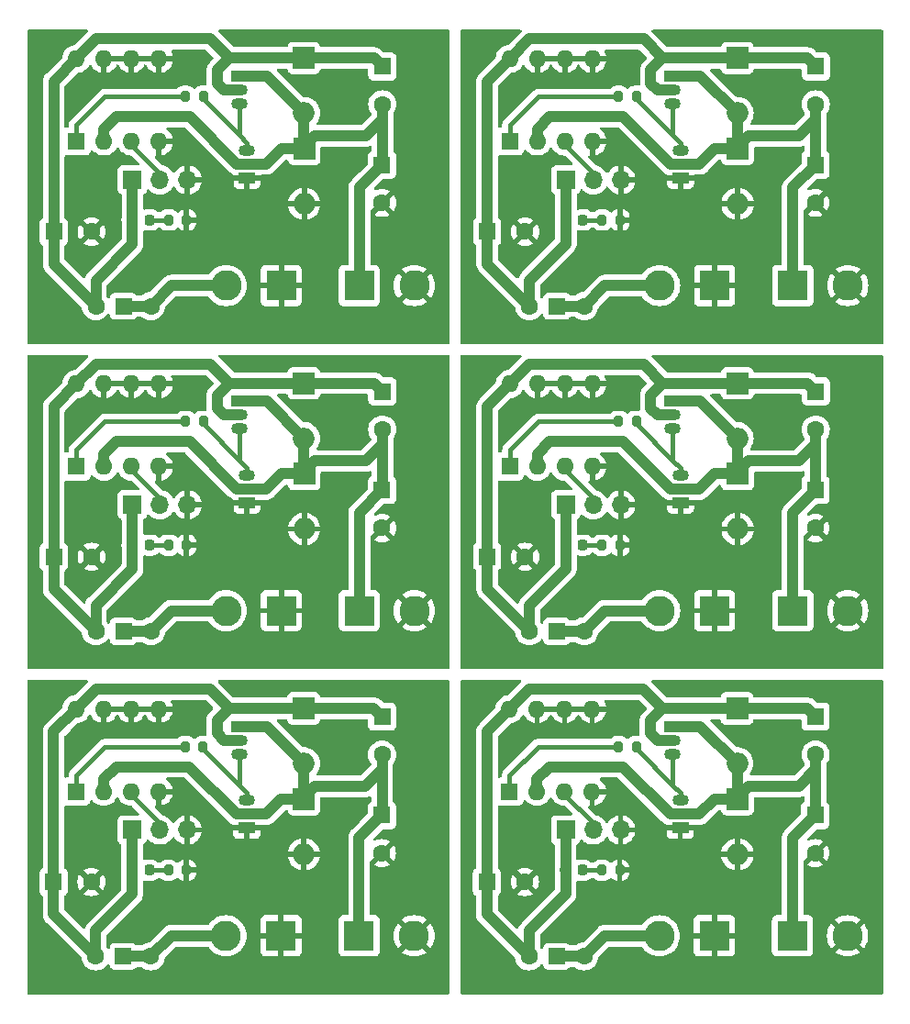
<source format=gtl>
%TF.GenerationSoftware,KiCad,Pcbnew,8.0.6*%
%TF.CreationDate,2024-10-21T19:05:51+09:00*%
%TF.ProjectId,pcb_dcdc,7063625f-6463-4646-932e-6b696361645f,rev?*%
%TF.SameCoordinates,Original*%
%TF.FileFunction,Copper,L1,Top*%
%TF.FilePolarity,Positive*%
%FSLAX46Y46*%
G04 Gerber Fmt 4.6, Leading zero omitted, Abs format (unit mm)*
G04 Created by KiCad (PCBNEW 8.0.6) date 2024-10-21 19:05:51*
%MOMM*%
%LPD*%
G01*
G04 APERTURE LIST*
G04 Aperture macros list*
%AMRoundRect*
0 Rectangle with rounded corners*
0 $1 Rounding radius*
0 $2 $3 $4 $5 $6 $7 $8 $9 X,Y pos of 4 corners*
0 Add a 4 corners polygon primitive as box body*
4,1,4,$2,$3,$4,$5,$6,$7,$8,$9,$2,$3,0*
0 Add four circle primitives for the rounded corners*
1,1,$1+$1,$2,$3*
1,1,$1+$1,$4,$5*
1,1,$1+$1,$6,$7*
1,1,$1+$1,$8,$9*
0 Add four rect primitives between the rounded corners*
20,1,$1+$1,$2,$3,$4,$5,0*
20,1,$1+$1,$4,$5,$6,$7,0*
20,1,$1+$1,$6,$7,$8,$9,0*
20,1,$1+$1,$8,$9,$2,$3,0*%
G04 Aperture macros list end*
%TA.AperFunction,ComponentPad*%
%ADD10R,2.800000X2.800000*%
%TD*%
%TA.AperFunction,ComponentPad*%
%ADD11C,2.800000*%
%TD*%
%TA.AperFunction,ComponentPad*%
%ADD12R,1.500000X1.500000*%
%TD*%
%TA.AperFunction,ComponentPad*%
%ADD13C,1.600000*%
%TD*%
%TA.AperFunction,SMDPad,CuDef*%
%ADD14RoundRect,0.200000X-0.200000X-0.275000X0.200000X-0.275000X0.200000X0.275000X-0.200000X0.275000X0*%
%TD*%
%TA.AperFunction,ComponentPad*%
%ADD15R,1.600000X1.600000*%
%TD*%
%TA.AperFunction,ComponentPad*%
%ADD16R,2.000000X2.000000*%
%TD*%
%TA.AperFunction,ComponentPad*%
%ADD17O,2.000000X2.000000*%
%TD*%
%TA.AperFunction,ComponentPad*%
%ADD18R,1.500000X1.050000*%
%TD*%
%TA.AperFunction,ComponentPad*%
%ADD19O,1.500000X1.050000*%
%TD*%
%TA.AperFunction,ComponentPad*%
%ADD20O,1.600000X1.600000*%
%TD*%
%TA.AperFunction,ComponentPad*%
%ADD21R,1.700000X1.700000*%
%TD*%
%TA.AperFunction,ComponentPad*%
%ADD22O,1.700000X1.700000*%
%TD*%
%TA.AperFunction,SMDPad,CuDef*%
%ADD23RoundRect,0.218750X0.218750X0.256250X-0.218750X0.256250X-0.218750X-0.256250X0.218750X-0.256250X0*%
%TD*%
%TA.AperFunction,ViaPad*%
%ADD24C,0.600000*%
%TD*%
%TA.AperFunction,Conductor*%
%ADD25C,1.000000*%
%TD*%
%TA.AperFunction,Conductor*%
%ADD26C,0.400000*%
%TD*%
G04 APERTURE END LIST*
D10*
%TO.P,IN,1,Pin_1*%
%TO.N,GND*%
X133945000Y-64130000D03*
D11*
%TO.P,IN,2,Pin_2*%
%TO.N,Net-(J1-Pin_2)*%
X128865000Y-64130000D03*
%TD*%
D12*
%TO.P,SW2,1,B*%
%TO.N,Net-(J1-Pin_2)*%
X119380000Y-66030000D03*
D13*
%TO.P,SW2,2,C*%
X121920000Y-66030000D03*
%TO.P,SW2,3,A*%
%TO.N,VBUS*%
X116840000Y-66030000D03*
%TD*%
D14*
%TO.P,R2,1*%
%TO.N,Net-(R4-Pad1)*%
X125095000Y-46670000D03*
%TO.P,R2,2*%
%TO.N,Net-(Q1-B)*%
X126745000Y-46670000D03*
%TD*%
D15*
%TO.P,C1,1*%
%TO.N,VBUS*%
X112950000Y-59160000D03*
D13*
%TO.P,C1,2*%
%TO.N,GND*%
X116450000Y-59160000D03*
%TD*%
D14*
%TO.P,R1,1*%
%TO.N,Net-(D1-K)*%
X123555000Y-58080000D03*
%TO.P,R1,2*%
%TO.N,GND*%
X125205000Y-58080000D03*
%TD*%
D10*
%TO.P,OUT,1,Pin_1*%
%TO.N,Net-(D2-A)*%
X141155000Y-64130000D03*
D11*
%TO.P,OUT,2,Pin_2*%
%TO.N,GND*%
X146235000Y-64130000D03*
%TD*%
D16*
%TO.P,D3,1,K*%
%TO.N,Net-(D2-A)*%
X136070000Y-51510000D03*
D17*
%TO.P,D3,2,A*%
%TO.N,GND*%
X136070000Y-56590000D03*
%TD*%
D18*
%TO.P,Q2,1,E*%
%TO.N,GND*%
X130790000Y-54180000D03*
D19*
%TO.P,Q2,2,C*%
%TO.N,Net-(D2-A)*%
X130790000Y-52910000D03*
%TO.P,Q2,3,B*%
%TO.N,Net-(Q1-B)*%
X130790000Y-51640000D03*
%TD*%
D16*
%TO.P,D2,1,K*%
%TO.N,VBUS*%
X136040000Y-43140000D03*
D17*
%TO.P,D2,2,A*%
%TO.N,Net-(D2-A)*%
X136040000Y-48220000D03*
%TD*%
D15*
%TO.P,U1,1*%
%TO.N,Net-(R4-Pad1)*%
X115040000Y-50830000D03*
D20*
%TO.P,U1,2,-*%
%TO.N,Net-(D2-A)*%
X117580000Y-50830000D03*
%TO.P,U1,3,+*%
%TO.N,Net-(U1A-+)*%
X120120000Y-50830000D03*
%TO.P,U1,4,V-*%
%TO.N,GND*%
X122660000Y-50830000D03*
%TO.P,U1,5,+*%
X122660000Y-43210000D03*
%TO.P,U1,6,-*%
X120120000Y-43210000D03*
%TO.P,U1,7*%
X117580000Y-43210000D03*
%TO.P,U1,8,V+*%
%TO.N,VBUS*%
X115040000Y-43210000D03*
%TD*%
D10*
%TO.P,IN,1,Pin_1*%
%TO.N,GND*%
X133925000Y-124130000D03*
D11*
%TO.P,IN,2,Pin_2*%
%TO.N,Net-(J1-Pin_2)*%
X128845000Y-124130000D03*
%TD*%
D21*
%TO.P,RV1,1,1*%
%TO.N,VBUS*%
X120190000Y-114360000D03*
D22*
%TO.P,RV1,2,2*%
%TO.N,Net-(U1A-+)*%
X122730000Y-114360000D03*
%TO.P,RV1,3,3*%
%TO.N,GND*%
X125270000Y-114360000D03*
%TD*%
D18*
%TO.P,Q1,1,E*%
%TO.N,Net-(D2-A)*%
X130070000Y-104810000D03*
D19*
%TO.P,Q1,2,C*%
%TO.N,VBUS*%
X130070000Y-106080000D03*
%TO.P,Q1,3,B*%
%TO.N,Net-(Q1-B)*%
X130070000Y-107350000D03*
%TD*%
D15*
%TO.P,C2,1*%
%TO.N,Net-(D2-A)*%
X143250000Y-52997349D03*
D13*
%TO.P,C2,2*%
%TO.N,GND*%
X143250000Y-56497349D03*
%TD*%
D10*
%TO.P,OUT,1,Pin_1*%
%TO.N,Net-(D2-A)*%
X141135000Y-124130000D03*
D11*
%TO.P,OUT,2,Pin_2*%
%TO.N,GND*%
X146215000Y-124130000D03*
%TD*%
D14*
%TO.P,R2,1*%
%TO.N,Net-(R4-Pad1)*%
X125075000Y-106670000D03*
%TO.P,R2,2*%
%TO.N,Net-(Q1-B)*%
X126725000Y-106670000D03*
%TD*%
D21*
%TO.P,RV1,1,1*%
%TO.N,VBUS*%
X120210000Y-54360000D03*
D22*
%TO.P,RV1,2,2*%
%TO.N,Net-(U1A-+)*%
X122750000Y-54360000D03*
%TO.P,RV1,3,3*%
%TO.N,GND*%
X125290000Y-54360000D03*
%TD*%
D18*
%TO.P,Q1,1,E*%
%TO.N,Net-(D2-A)*%
X130090000Y-44810000D03*
D19*
%TO.P,Q1,2,C*%
%TO.N,VBUS*%
X130090000Y-46080000D03*
%TO.P,Q1,3,B*%
%TO.N,Net-(Q1-B)*%
X130090000Y-47350000D03*
%TD*%
D15*
%TO.P,C3,1*%
%TO.N,VBUS*%
X143280000Y-43910000D03*
D13*
%TO.P,C3,2*%
%TO.N,Net-(D2-A)*%
X143280000Y-47410000D03*
%TD*%
D23*
%TO.P,D1,1,K*%
%TO.N,Net-(D1-K)*%
X121780000Y-58080000D03*
%TO.P,D1,2,A*%
%TO.N,VBUS*%
X120205000Y-58080000D03*
%TD*%
D15*
%TO.P,C2,1*%
%TO.N,Net-(D2-A)*%
X143230000Y-112997349D03*
D13*
%TO.P,C2,2*%
%TO.N,GND*%
X143230000Y-116497349D03*
%TD*%
D15*
%TO.P,C3,1*%
%TO.N,VBUS*%
X143260000Y-103910000D03*
D13*
%TO.P,C3,2*%
%TO.N,Net-(D2-A)*%
X143260000Y-107410000D03*
%TD*%
D23*
%TO.P,D1,1,K*%
%TO.N,Net-(D1-K)*%
X121760000Y-118080000D03*
%TO.P,D1,2,A*%
%TO.N,VBUS*%
X120185000Y-118080000D03*
%TD*%
D16*
%TO.P,D3,1,K*%
%TO.N,Net-(D2-A)*%
X136050000Y-111510000D03*
D17*
%TO.P,D3,2,A*%
%TO.N,GND*%
X136050000Y-116590000D03*
%TD*%
D18*
%TO.P,Q2,1,E*%
%TO.N,GND*%
X130770000Y-114180000D03*
D19*
%TO.P,Q2,2,C*%
%TO.N,Net-(D2-A)*%
X130770000Y-112910000D03*
%TO.P,Q2,3,B*%
%TO.N,Net-(Q1-B)*%
X130770000Y-111640000D03*
%TD*%
D16*
%TO.P,D2,1,K*%
%TO.N,VBUS*%
X136020000Y-103140000D03*
D17*
%TO.P,D2,2,A*%
%TO.N,Net-(D2-A)*%
X136020000Y-108220000D03*
%TD*%
D15*
%TO.P,U1,1*%
%TO.N,Net-(R4-Pad1)*%
X115020000Y-110830000D03*
D20*
%TO.P,U1,2,-*%
%TO.N,Net-(D2-A)*%
X117560000Y-110830000D03*
%TO.P,U1,3,+*%
%TO.N,Net-(U1A-+)*%
X120100000Y-110830000D03*
%TO.P,U1,4,V-*%
%TO.N,GND*%
X122640000Y-110830000D03*
%TO.P,U1,5,+*%
X122640000Y-103210000D03*
%TO.P,U1,6,-*%
X120100000Y-103210000D03*
%TO.P,U1,7*%
X117560000Y-103210000D03*
%TO.P,U1,8,V+*%
%TO.N,VBUS*%
X115020000Y-103210000D03*
%TD*%
D10*
%TO.P,IN,1,Pin_1*%
%TO.N,GND*%
X133945000Y-94130000D03*
D11*
%TO.P,IN,2,Pin_2*%
%TO.N,Net-(J1-Pin_2)*%
X128865000Y-94130000D03*
%TD*%
D21*
%TO.P,RV1,1,1*%
%TO.N,VBUS*%
X120210000Y-84360000D03*
D22*
%TO.P,RV1,2,2*%
%TO.N,Net-(U1A-+)*%
X122750000Y-84360000D03*
%TO.P,RV1,3,3*%
%TO.N,GND*%
X125290000Y-84360000D03*
%TD*%
D18*
%TO.P,Q1,1,E*%
%TO.N,Net-(D2-A)*%
X130090000Y-74810000D03*
D19*
%TO.P,Q1,2,C*%
%TO.N,VBUS*%
X130090000Y-76080000D03*
%TO.P,Q1,3,B*%
%TO.N,Net-(Q1-B)*%
X130090000Y-77350000D03*
%TD*%
D15*
%TO.P,C3,1*%
%TO.N,VBUS*%
X143280000Y-73910000D03*
D13*
%TO.P,C3,2*%
%TO.N,Net-(D2-A)*%
X143280000Y-77410000D03*
%TD*%
D23*
%TO.P,D1,1,K*%
%TO.N,Net-(D1-K)*%
X121780000Y-88080000D03*
%TO.P,D1,2,A*%
%TO.N,VBUS*%
X120205000Y-88080000D03*
%TD*%
D16*
%TO.P,D3,1,K*%
%TO.N,Net-(D2-A)*%
X136070000Y-81510000D03*
D17*
%TO.P,D3,2,A*%
%TO.N,GND*%
X136070000Y-86590000D03*
%TD*%
D18*
%TO.P,Q2,1,E*%
%TO.N,GND*%
X130790000Y-84180000D03*
D19*
%TO.P,Q2,2,C*%
%TO.N,Net-(D2-A)*%
X130790000Y-82910000D03*
%TO.P,Q2,3,B*%
%TO.N,Net-(Q1-B)*%
X130790000Y-81640000D03*
%TD*%
D16*
%TO.P,D2,1,K*%
%TO.N,VBUS*%
X136040000Y-73140000D03*
D17*
%TO.P,D2,2,A*%
%TO.N,Net-(D2-A)*%
X136040000Y-78220000D03*
%TD*%
D15*
%TO.P,U1,1*%
%TO.N,Net-(R4-Pad1)*%
X115040000Y-80830000D03*
D20*
%TO.P,U1,2,-*%
%TO.N,Net-(D2-A)*%
X117580000Y-80830000D03*
%TO.P,U1,3,+*%
%TO.N,Net-(U1A-+)*%
X120120000Y-80830000D03*
%TO.P,U1,4,V-*%
%TO.N,GND*%
X122660000Y-80830000D03*
%TO.P,U1,5,+*%
X122660000Y-73210000D03*
%TO.P,U1,6,-*%
X120120000Y-73210000D03*
%TO.P,U1,7*%
X117580000Y-73210000D03*
%TO.P,U1,8,V+*%
%TO.N,VBUS*%
X115040000Y-73210000D03*
%TD*%
D15*
%TO.P,C2,1*%
%TO.N,Net-(D2-A)*%
X143250000Y-82997349D03*
D13*
%TO.P,C2,2*%
%TO.N,GND*%
X143250000Y-86497349D03*
%TD*%
D15*
%TO.P,C1,1*%
%TO.N,VBUS*%
X112950000Y-89160000D03*
D13*
%TO.P,C1,2*%
%TO.N,GND*%
X116450000Y-89160000D03*
%TD*%
D14*
%TO.P,R1,1*%
%TO.N,Net-(D1-K)*%
X123535000Y-118080000D03*
%TO.P,R1,2*%
%TO.N,GND*%
X125185000Y-118080000D03*
%TD*%
%TO.P,R2,1*%
%TO.N,Net-(R4-Pad1)*%
X125095000Y-76670000D03*
%TO.P,R2,2*%
%TO.N,Net-(Q1-B)*%
X126745000Y-76670000D03*
%TD*%
D12*
%TO.P,SW2,1,B*%
%TO.N,Net-(J1-Pin_2)*%
X119380000Y-96030000D03*
D13*
%TO.P,SW2,2,C*%
X121920000Y-96030000D03*
%TO.P,SW2,3,A*%
%TO.N,VBUS*%
X116840000Y-96030000D03*
%TD*%
D10*
%TO.P,OUT,1,Pin_1*%
%TO.N,Net-(D2-A)*%
X141155000Y-94130000D03*
D11*
%TO.P,OUT,2,Pin_2*%
%TO.N,GND*%
X146235000Y-94130000D03*
%TD*%
D14*
%TO.P,R1,1*%
%TO.N,Net-(D1-K)*%
X123555000Y-88080000D03*
%TO.P,R1,2*%
%TO.N,GND*%
X125205000Y-88080000D03*
%TD*%
D12*
%TO.P,SW2,1,B*%
%TO.N,Net-(J1-Pin_2)*%
X119360000Y-126030000D03*
D13*
%TO.P,SW2,2,C*%
X121900000Y-126030000D03*
%TO.P,SW2,3,A*%
%TO.N,VBUS*%
X116820000Y-126030000D03*
%TD*%
D15*
%TO.P,C1,1*%
%TO.N,VBUS*%
X112930000Y-119160000D03*
D13*
%TO.P,C1,2*%
%TO.N,GND*%
X116430000Y-119160000D03*
%TD*%
D10*
%TO.P,IN,1,Pin_1*%
%TO.N,GND*%
X173945000Y-64130000D03*
D11*
%TO.P,IN,2,Pin_2*%
%TO.N,Net-(J1-Pin_2)*%
X168865000Y-64130000D03*
%TD*%
D21*
%TO.P,RV1,1,1*%
%TO.N,VBUS*%
X160210000Y-54360000D03*
D22*
%TO.P,RV1,2,2*%
%TO.N,Net-(U1A-+)*%
X162750000Y-54360000D03*
%TO.P,RV1,3,3*%
%TO.N,GND*%
X165290000Y-54360000D03*
%TD*%
D18*
%TO.P,Q1,1,E*%
%TO.N,Net-(D2-A)*%
X170090000Y-44810000D03*
D19*
%TO.P,Q1,2,C*%
%TO.N,VBUS*%
X170090000Y-46080000D03*
%TO.P,Q1,3,B*%
%TO.N,Net-(Q1-B)*%
X170090000Y-47350000D03*
%TD*%
D15*
%TO.P,C3,1*%
%TO.N,VBUS*%
X183280000Y-43910000D03*
D13*
%TO.P,C3,2*%
%TO.N,Net-(D2-A)*%
X183280000Y-47410000D03*
%TD*%
D23*
%TO.P,D1,1,K*%
%TO.N,Net-(D1-K)*%
X161780000Y-58080000D03*
%TO.P,D1,2,A*%
%TO.N,VBUS*%
X160205000Y-58080000D03*
%TD*%
D16*
%TO.P,D3,1,K*%
%TO.N,Net-(D2-A)*%
X176070000Y-51510000D03*
D17*
%TO.P,D3,2,A*%
%TO.N,GND*%
X176070000Y-56590000D03*
%TD*%
D18*
%TO.P,Q2,1,E*%
%TO.N,GND*%
X170790000Y-54180000D03*
D19*
%TO.P,Q2,2,C*%
%TO.N,Net-(D2-A)*%
X170790000Y-52910000D03*
%TO.P,Q2,3,B*%
%TO.N,Net-(Q1-B)*%
X170790000Y-51640000D03*
%TD*%
D16*
%TO.P,D2,1,K*%
%TO.N,VBUS*%
X176040000Y-43140000D03*
D17*
%TO.P,D2,2,A*%
%TO.N,Net-(D2-A)*%
X176040000Y-48220000D03*
%TD*%
D15*
%TO.P,U1,1*%
%TO.N,Net-(R4-Pad1)*%
X155040000Y-50830000D03*
D20*
%TO.P,U1,2,-*%
%TO.N,Net-(D2-A)*%
X157580000Y-50830000D03*
%TO.P,U1,3,+*%
%TO.N,Net-(U1A-+)*%
X160120000Y-50830000D03*
%TO.P,U1,4,V-*%
%TO.N,GND*%
X162660000Y-50830000D03*
%TO.P,U1,5,+*%
X162660000Y-43210000D03*
%TO.P,U1,6,-*%
X160120000Y-43210000D03*
%TO.P,U1,7*%
X157580000Y-43210000D03*
%TO.P,U1,8,V+*%
%TO.N,VBUS*%
X155040000Y-43210000D03*
%TD*%
D15*
%TO.P,C2,1*%
%TO.N,Net-(D2-A)*%
X183250000Y-52997349D03*
D13*
%TO.P,C2,2*%
%TO.N,GND*%
X183250000Y-56497349D03*
%TD*%
D15*
%TO.P,C1,1*%
%TO.N,VBUS*%
X152950000Y-59160000D03*
D13*
%TO.P,C1,2*%
%TO.N,GND*%
X156450000Y-59160000D03*
%TD*%
D14*
%TO.P,R2,1*%
%TO.N,Net-(R4-Pad1)*%
X165095000Y-46670000D03*
%TO.P,R2,2*%
%TO.N,Net-(Q1-B)*%
X166745000Y-46670000D03*
%TD*%
D12*
%TO.P,SW2,1,B*%
%TO.N,Net-(J1-Pin_2)*%
X159380000Y-66030000D03*
D13*
%TO.P,SW2,2,C*%
X161920000Y-66030000D03*
%TO.P,SW2,3,A*%
%TO.N,VBUS*%
X156840000Y-66030000D03*
%TD*%
D10*
%TO.P,OUT,1,Pin_1*%
%TO.N,Net-(D2-A)*%
X181155000Y-64130000D03*
D11*
%TO.P,OUT,2,Pin_2*%
%TO.N,GND*%
X186235000Y-64130000D03*
%TD*%
D14*
%TO.P,R1,1*%
%TO.N,Net-(D1-K)*%
X163555000Y-58080000D03*
%TO.P,R1,2*%
%TO.N,GND*%
X165205000Y-58080000D03*
%TD*%
D10*
%TO.P,IN,1,Pin_1*%
%TO.N,GND*%
X173925000Y-124130000D03*
D11*
%TO.P,IN,2,Pin_2*%
%TO.N,Net-(J1-Pin_2)*%
X168845000Y-124130000D03*
%TD*%
D21*
%TO.P,RV1,1,1*%
%TO.N,VBUS*%
X160190000Y-114360000D03*
D22*
%TO.P,RV1,2,2*%
%TO.N,Net-(U1A-+)*%
X162730000Y-114360000D03*
%TO.P,RV1,3,3*%
%TO.N,GND*%
X165270000Y-114360000D03*
%TD*%
D18*
%TO.P,Q1,1,E*%
%TO.N,Net-(D2-A)*%
X170070000Y-104810000D03*
D19*
%TO.P,Q1,2,C*%
%TO.N,VBUS*%
X170070000Y-106080000D03*
%TO.P,Q1,3,B*%
%TO.N,Net-(Q1-B)*%
X170070000Y-107350000D03*
%TD*%
D15*
%TO.P,C3,1*%
%TO.N,VBUS*%
X183260000Y-103910000D03*
D13*
%TO.P,C3,2*%
%TO.N,Net-(D2-A)*%
X183260000Y-107410000D03*
%TD*%
D23*
%TO.P,D1,1,K*%
%TO.N,Net-(D1-K)*%
X161760000Y-118080000D03*
%TO.P,D1,2,A*%
%TO.N,VBUS*%
X160185000Y-118080000D03*
%TD*%
D16*
%TO.P,D3,1,K*%
%TO.N,Net-(D2-A)*%
X176050000Y-111510000D03*
D17*
%TO.P,D3,2,A*%
%TO.N,GND*%
X176050000Y-116590000D03*
%TD*%
D18*
%TO.P,Q2,1,E*%
%TO.N,GND*%
X170770000Y-114180000D03*
D19*
%TO.P,Q2,2,C*%
%TO.N,Net-(D2-A)*%
X170770000Y-112910000D03*
%TO.P,Q2,3,B*%
%TO.N,Net-(Q1-B)*%
X170770000Y-111640000D03*
%TD*%
D16*
%TO.P,D2,1,K*%
%TO.N,VBUS*%
X176020000Y-103140000D03*
D17*
%TO.P,D2,2,A*%
%TO.N,Net-(D2-A)*%
X176020000Y-108220000D03*
%TD*%
D15*
%TO.P,U1,1*%
%TO.N,Net-(R4-Pad1)*%
X155020000Y-110830000D03*
D20*
%TO.P,U1,2,-*%
%TO.N,Net-(D2-A)*%
X157560000Y-110830000D03*
%TO.P,U1,3,+*%
%TO.N,Net-(U1A-+)*%
X160100000Y-110830000D03*
%TO.P,U1,4,V-*%
%TO.N,GND*%
X162640000Y-110830000D03*
%TO.P,U1,5,+*%
X162640000Y-103210000D03*
%TO.P,U1,6,-*%
X160100000Y-103210000D03*
%TO.P,U1,7*%
X157560000Y-103210000D03*
%TO.P,U1,8,V+*%
%TO.N,VBUS*%
X155020000Y-103210000D03*
%TD*%
D15*
%TO.P,C2,1*%
%TO.N,Net-(D2-A)*%
X183230000Y-112997349D03*
D13*
%TO.P,C2,2*%
%TO.N,GND*%
X183230000Y-116497349D03*
%TD*%
D15*
%TO.P,C1,1*%
%TO.N,VBUS*%
X152930000Y-119160000D03*
D13*
%TO.P,C1,2*%
%TO.N,GND*%
X156430000Y-119160000D03*
%TD*%
D14*
%TO.P,R2,1*%
%TO.N,Net-(R4-Pad1)*%
X165075000Y-106670000D03*
%TO.P,R2,2*%
%TO.N,Net-(Q1-B)*%
X166725000Y-106670000D03*
%TD*%
D12*
%TO.P,SW2,1,B*%
%TO.N,Net-(J1-Pin_2)*%
X159360000Y-126030000D03*
D13*
%TO.P,SW2,2,C*%
X161900000Y-126030000D03*
%TO.P,SW2,3,A*%
%TO.N,VBUS*%
X156820000Y-126030000D03*
%TD*%
D10*
%TO.P,OUT,1,Pin_1*%
%TO.N,Net-(D2-A)*%
X181135000Y-124130000D03*
D11*
%TO.P,OUT,2,Pin_2*%
%TO.N,GND*%
X186215000Y-124130000D03*
%TD*%
D14*
%TO.P,R1,1*%
%TO.N,Net-(D1-K)*%
X163535000Y-118080000D03*
%TO.P,R1,2*%
%TO.N,GND*%
X165185000Y-118080000D03*
%TD*%
%TO.P,R2,1*%
%TO.N,Net-(R4-Pad1)*%
X165095000Y-76670000D03*
%TO.P,R2,2*%
%TO.N,Net-(Q1-B)*%
X166745000Y-76670000D03*
%TD*%
D12*
%TO.P,SW2,1,B*%
%TO.N,Net-(J1-Pin_2)*%
X159380000Y-96030000D03*
D13*
%TO.P,SW2,2,C*%
X161920000Y-96030000D03*
%TO.P,SW2,3,A*%
%TO.N,VBUS*%
X156840000Y-96030000D03*
%TD*%
D10*
%TO.P,OUT,1,Pin_1*%
%TO.N,Net-(D2-A)*%
X181155000Y-94130000D03*
D11*
%TO.P,OUT,2,Pin_2*%
%TO.N,GND*%
X186235000Y-94130000D03*
%TD*%
D14*
%TO.P,R1,1*%
%TO.N,Net-(D1-K)*%
X163555000Y-88080000D03*
%TO.P,R1,2*%
%TO.N,GND*%
X165205000Y-88080000D03*
%TD*%
D16*
%TO.P,D2,1,K*%
%TO.N,VBUS*%
X176040000Y-73140000D03*
D17*
%TO.P,D2,2,A*%
%TO.N,Net-(D2-A)*%
X176040000Y-78220000D03*
%TD*%
D15*
%TO.P,U1,1*%
%TO.N,Net-(R4-Pad1)*%
X155040000Y-80830000D03*
D20*
%TO.P,U1,2,-*%
%TO.N,Net-(D2-A)*%
X157580000Y-80830000D03*
%TO.P,U1,3,+*%
%TO.N,Net-(U1A-+)*%
X160120000Y-80830000D03*
%TO.P,U1,4,V-*%
%TO.N,GND*%
X162660000Y-80830000D03*
%TO.P,U1,5,+*%
X162660000Y-73210000D03*
%TO.P,U1,6,-*%
X160120000Y-73210000D03*
%TO.P,U1,7*%
X157580000Y-73210000D03*
%TO.P,U1,8,V+*%
%TO.N,VBUS*%
X155040000Y-73210000D03*
%TD*%
D16*
%TO.P,D3,1,K*%
%TO.N,Net-(D2-A)*%
X176070000Y-81510000D03*
D17*
%TO.P,D3,2,A*%
%TO.N,GND*%
X176070000Y-86590000D03*
%TD*%
D18*
%TO.P,Q2,1,E*%
%TO.N,GND*%
X170790000Y-84180000D03*
D19*
%TO.P,Q2,2,C*%
%TO.N,Net-(D2-A)*%
X170790000Y-82910000D03*
%TO.P,Q2,3,B*%
%TO.N,Net-(Q1-B)*%
X170790000Y-81640000D03*
%TD*%
D23*
%TO.P,D1,1,K*%
%TO.N,Net-(D1-K)*%
X161780000Y-88080000D03*
%TO.P,D1,2,A*%
%TO.N,VBUS*%
X160205000Y-88080000D03*
%TD*%
D10*
%TO.P,IN,1,Pin_1*%
%TO.N,GND*%
X173945000Y-94130000D03*
D11*
%TO.P,IN,2,Pin_2*%
%TO.N,Net-(J1-Pin_2)*%
X168865000Y-94130000D03*
%TD*%
D21*
%TO.P,RV1,1,1*%
%TO.N,VBUS*%
X160210000Y-84360000D03*
D22*
%TO.P,RV1,2,2*%
%TO.N,Net-(U1A-+)*%
X162750000Y-84360000D03*
%TO.P,RV1,3,3*%
%TO.N,GND*%
X165290000Y-84360000D03*
%TD*%
D18*
%TO.P,Q1,1,E*%
%TO.N,Net-(D2-A)*%
X170090000Y-74810000D03*
D19*
%TO.P,Q1,2,C*%
%TO.N,VBUS*%
X170090000Y-76080000D03*
%TO.P,Q1,3,B*%
%TO.N,Net-(Q1-B)*%
X170090000Y-77350000D03*
%TD*%
D15*
%TO.P,C1,1*%
%TO.N,VBUS*%
X152950000Y-89160000D03*
D13*
%TO.P,C1,2*%
%TO.N,GND*%
X156450000Y-89160000D03*
%TD*%
D15*
%TO.P,C3,1*%
%TO.N,VBUS*%
X183280000Y-73910000D03*
D13*
%TO.P,C3,2*%
%TO.N,Net-(D2-A)*%
X183280000Y-77410000D03*
%TD*%
D15*
%TO.P,C2,1*%
%TO.N,Net-(D2-A)*%
X183250000Y-82997349D03*
D13*
%TO.P,C2,2*%
%TO.N,GND*%
X183250000Y-86497349D03*
%TD*%
D24*
%TO.N,GND*%
X147990000Y-68050000D03*
X112000000Y-102010000D03*
X148040000Y-41960000D03*
X111920000Y-68100000D03*
X112020000Y-42010000D03*
X148020000Y-101960000D03*
X112020000Y-72010000D03*
X147990000Y-98050000D03*
X111920000Y-98100000D03*
X147970000Y-128050000D03*
X111900000Y-128100000D03*
X148040000Y-71960000D03*
X152020000Y-42010000D03*
X187990000Y-68050000D03*
X151920000Y-68100000D03*
X188040000Y-41960000D03*
X152000000Y-102010000D03*
X187970000Y-128050000D03*
X151900000Y-128100000D03*
X188020000Y-101960000D03*
X151920000Y-98100000D03*
X187990000Y-98050000D03*
X188040000Y-71960000D03*
X152020000Y-72010000D03*
%TD*%
D25*
%TO.N,Net-(D2-A)*%
X143280000Y-47410000D02*
X143280000Y-52967349D01*
D26*
%TO.N,Net-(Q1-B)*%
X130090000Y-50250000D02*
X130090000Y-47350000D01*
D25*
%TO.N,VBUS*%
X116840000Y-63650000D02*
X116840000Y-66030000D01*
X127400000Y-41380000D02*
X129160000Y-43140000D01*
X120205000Y-58080000D02*
X120210000Y-58085000D01*
%TO.N,Net-(D2-A)*%
X132540000Y-52910000D02*
X133940000Y-51510000D01*
%TO.N,VBUS*%
X112950000Y-45300000D02*
X115040000Y-43210000D01*
X120210000Y-58085000D02*
X120210000Y-60280000D01*
D26*
%TO.N,Net-(D1-K)*%
X123555000Y-58080000D02*
X121780000Y-58080000D01*
D25*
%TO.N,Net-(D2-A)*%
X125480000Y-48530000D02*
X129860000Y-52910000D01*
%TO.N,VBUS*%
X128685000Y-46080000D02*
X128050000Y-45445000D01*
%TO.N,Net-(J1-Pin_2)*%
X119380000Y-66030000D02*
X121920000Y-66030000D01*
D26*
%TO.N,Net-(Q1-B)*%
X130790000Y-51640000D02*
X130790000Y-50950000D01*
%TO.N,Net-(U1A-+)*%
X120120000Y-51120000D02*
X120120000Y-50830000D01*
D25*
%TO.N,VBUS*%
X112950000Y-59160000D02*
X112950000Y-45300000D01*
X120210000Y-60280000D02*
X116840000Y-63650000D01*
X120210000Y-54360000D02*
X120210000Y-58075000D01*
%TO.N,Net-(D2-A)*%
X143280000Y-48770000D02*
X141730000Y-50320000D01*
D26*
%TO.N,Net-(R4-Pad1)*%
X115040000Y-49300000D02*
X115040000Y-50830000D01*
D25*
%TO.N,Net-(D2-A)*%
X133940000Y-51510000D02*
X136070000Y-51510000D01*
%TO.N,VBUS*%
X142510000Y-43140000D02*
X143280000Y-43910000D01*
%TO.N,Net-(D2-A)*%
X141730000Y-50320000D02*
X137060000Y-50320000D01*
%TO.N,VBUS*%
X130090000Y-46080000D02*
X128685000Y-46080000D01*
%TO.N,Net-(J1-Pin_2)*%
X128865000Y-64130000D02*
X123820000Y-64130000D01*
%TO.N,Net-(D2-A)*%
X117580000Y-49680000D02*
X118730000Y-48530000D01*
X143280000Y-47410000D02*
X143280000Y-48770000D01*
X143260000Y-107410000D02*
X143260000Y-112967349D01*
X137060000Y-50320000D02*
X136070000Y-51310000D01*
X129860000Y-52910000D02*
X130790000Y-52910000D01*
%TO.N,VBUS*%
X129160000Y-43140000D02*
X136040000Y-43140000D01*
X128050000Y-45445000D02*
X128050000Y-44250000D01*
D26*
%TO.N,Net-(R4-Pad1)*%
X125095000Y-46670000D02*
X117670000Y-46670000D01*
D25*
%TO.N,Net-(D2-A)*%
X130090000Y-44810000D02*
X132630000Y-44810000D01*
%TO.N,VBUS*%
X112950000Y-62140000D02*
X116840000Y-66030000D01*
D26*
%TO.N,Net-(R4-Pad1)*%
X117670000Y-46670000D02*
X115040000Y-49300000D01*
D25*
%TO.N,VBUS*%
X128050000Y-44250000D02*
X129160000Y-43140000D01*
X115040000Y-43210000D02*
X116870000Y-41380000D01*
X116870000Y-41380000D02*
X127400000Y-41380000D01*
X112950000Y-59160000D02*
X112950000Y-62140000D01*
D26*
%TO.N,Net-(U1A-+)*%
X122750000Y-53750000D02*
X120120000Y-51120000D01*
X122750000Y-54360000D02*
X122750000Y-53750000D01*
D25*
%TO.N,Net-(J1-Pin_2)*%
X123820000Y-64130000D02*
X121920000Y-66030000D01*
%TO.N,VBUS*%
X128665000Y-106080000D02*
X128030000Y-105445000D01*
X120185000Y-118080000D02*
X120190000Y-118085000D01*
X136020000Y-103140000D02*
X142490000Y-103140000D01*
X112930000Y-119160000D02*
X112930000Y-122140000D01*
X115020000Y-103210000D02*
X116850000Y-101380000D01*
X120190000Y-118085000D02*
X120190000Y-120280000D01*
X130070000Y-106080000D02*
X128665000Y-106080000D01*
%TO.N,Net-(D2-A)*%
X132520000Y-112910000D02*
X133920000Y-111510000D01*
X141710000Y-110320000D02*
X137040000Y-110320000D01*
X136020000Y-111480000D02*
X136050000Y-111510000D01*
X130770000Y-112910000D02*
X132520000Y-112910000D01*
X141135000Y-115092349D02*
X141135000Y-124130000D01*
X136020000Y-108220000D02*
X136020000Y-111480000D01*
X117560000Y-109680000D02*
X118710000Y-108530000D01*
X117560000Y-110830000D02*
X117560000Y-109680000D01*
X130070000Y-104810000D02*
X132610000Y-104810000D01*
X125460000Y-108530000D02*
X129840000Y-112910000D01*
X118730000Y-48530000D02*
X125480000Y-48530000D01*
X136040000Y-51480000D02*
X136070000Y-51510000D01*
X130790000Y-52910000D02*
X132540000Y-52910000D01*
%TO.N,VBUS*%
X120210000Y-58075000D02*
X120205000Y-58080000D01*
X136040000Y-43140000D02*
X142510000Y-43140000D01*
%TO.N,Net-(D2-A)*%
X141155000Y-55092349D02*
X141155000Y-64130000D01*
D26*
%TO.N,Net-(Q1-B)*%
X126745000Y-46670000D02*
X126745000Y-46905000D01*
D25*
%TO.N,Net-(D2-A)*%
X143250000Y-52997349D02*
X141155000Y-55092349D01*
X136040000Y-48220000D02*
X136040000Y-51480000D01*
X136070000Y-51310000D02*
X136070000Y-51510000D01*
X143260000Y-108770000D02*
X141710000Y-110320000D01*
X136050000Y-111310000D02*
X136050000Y-111510000D01*
X118710000Y-108530000D02*
X125460000Y-108530000D01*
X143230000Y-112997349D02*
X141135000Y-115092349D01*
X143280000Y-52967349D02*
X143250000Y-52997349D01*
X137040000Y-110320000D02*
X136050000Y-111310000D01*
X129840000Y-112910000D02*
X130770000Y-112910000D01*
X133920000Y-111510000D02*
X136050000Y-111510000D01*
X143280000Y-77410000D02*
X143280000Y-82967349D01*
X133940000Y-81510000D02*
X136070000Y-81510000D01*
D26*
%TO.N,Net-(Q1-B)*%
X130790000Y-50950000D02*
X130090000Y-50250000D01*
D25*
%TO.N,Net-(D2-A)*%
X137060000Y-80320000D02*
X136070000Y-81310000D01*
X132630000Y-44810000D02*
X136040000Y-48220000D01*
X129860000Y-82910000D02*
X130790000Y-82910000D01*
D26*
%TO.N,Net-(Q1-B)*%
X126745000Y-46905000D02*
X130090000Y-50250000D01*
D25*
%TO.N,VBUS*%
X142490000Y-103140000D02*
X143260000Y-103910000D01*
D26*
%TO.N,Net-(U1A-+)*%
X122750000Y-83750000D02*
X120120000Y-81120000D01*
X120120000Y-81120000D02*
X120120000Y-80830000D01*
X122750000Y-84360000D02*
X122750000Y-83750000D01*
%TO.N,Net-(R4-Pad1)*%
X117670000Y-76670000D02*
X115040000Y-79300000D01*
X125095000Y-76670000D02*
X117670000Y-76670000D01*
X115040000Y-79300000D02*
X115040000Y-80830000D01*
%TO.N,Net-(Q1-B)*%
X126745000Y-76670000D02*
X126745000Y-76905000D01*
X126745000Y-76905000D02*
X130090000Y-80250000D01*
X130790000Y-80950000D02*
X130090000Y-80250000D01*
X130790000Y-81640000D02*
X130790000Y-80950000D01*
X130090000Y-80250000D02*
X130090000Y-77350000D01*
D25*
%TO.N,Net-(J1-Pin_2)*%
X119380000Y-96030000D02*
X121920000Y-96030000D01*
X128865000Y-94130000D02*
X123820000Y-94130000D01*
X123820000Y-94130000D02*
X121920000Y-96030000D01*
D26*
%TO.N,Net-(D1-K)*%
X123555000Y-88080000D02*
X121780000Y-88080000D01*
D25*
%TO.N,VBUS*%
X129160000Y-73140000D02*
X136040000Y-73140000D01*
X120210000Y-84360000D02*
X120210000Y-88075000D01*
X116870000Y-71380000D02*
X127400000Y-71380000D01*
X128050000Y-75445000D02*
X128050000Y-74250000D01*
X128050000Y-74250000D02*
X129160000Y-73140000D01*
X112950000Y-89160000D02*
X112950000Y-75300000D01*
X127400000Y-71380000D02*
X129160000Y-73140000D01*
X116840000Y-93650000D02*
X116840000Y-96030000D01*
X120210000Y-90280000D02*
X116840000Y-93650000D01*
X112950000Y-75300000D02*
X115040000Y-73210000D01*
X112950000Y-92140000D02*
X116840000Y-96030000D01*
X120210000Y-88075000D02*
X120205000Y-88080000D01*
X142510000Y-73140000D02*
X143280000Y-73910000D01*
X128685000Y-76080000D02*
X128050000Y-75445000D01*
X120205000Y-88080000D02*
X120210000Y-88085000D01*
X136040000Y-73140000D02*
X142510000Y-73140000D01*
X112950000Y-89160000D02*
X112950000Y-92140000D01*
X115040000Y-73210000D02*
X116870000Y-71380000D01*
X120210000Y-88085000D02*
X120210000Y-90280000D01*
X130090000Y-76080000D02*
X128685000Y-76080000D01*
%TO.N,Net-(D2-A)*%
X132540000Y-82910000D02*
X133940000Y-81510000D01*
X141730000Y-80320000D02*
X137060000Y-80320000D01*
X136040000Y-81480000D02*
X136070000Y-81510000D01*
X130790000Y-82910000D02*
X132540000Y-82910000D01*
X141155000Y-85092349D02*
X141155000Y-94130000D01*
X136040000Y-78220000D02*
X136040000Y-81480000D01*
X117580000Y-79680000D02*
X118730000Y-78530000D01*
X117580000Y-80830000D02*
X117580000Y-79680000D01*
X130090000Y-74810000D02*
X132630000Y-74810000D01*
X125480000Y-78530000D02*
X129860000Y-82910000D01*
X143250000Y-82997349D02*
X141155000Y-85092349D01*
X118730000Y-78530000D02*
X125480000Y-78530000D01*
X132630000Y-74810000D02*
X136040000Y-78220000D01*
X136070000Y-81310000D02*
X136070000Y-81510000D01*
X143280000Y-78770000D02*
X141730000Y-80320000D01*
X132610000Y-104810000D02*
X136020000Y-108220000D01*
X143260000Y-112967349D02*
X143230000Y-112997349D01*
D26*
%TO.N,Net-(U1A-+)*%
X122730000Y-113750000D02*
X120100000Y-111120000D01*
X120100000Y-111120000D02*
X120100000Y-110830000D01*
X122730000Y-114360000D02*
X122730000Y-113750000D01*
%TO.N,Net-(R4-Pad1)*%
X117650000Y-106670000D02*
X115020000Y-109300000D01*
X125075000Y-106670000D02*
X117650000Y-106670000D01*
X115020000Y-109300000D02*
X115020000Y-110830000D01*
%TO.N,Net-(Q1-B)*%
X126725000Y-106670000D02*
X126725000Y-106905000D01*
X126725000Y-106905000D02*
X130070000Y-110250000D01*
X130770000Y-110950000D02*
X130070000Y-110250000D01*
X130770000Y-111640000D02*
X130770000Y-110950000D01*
X130070000Y-110250000D02*
X130070000Y-107350000D01*
D25*
%TO.N,Net-(J1-Pin_2)*%
X119360000Y-126030000D02*
X121900000Y-126030000D01*
X128845000Y-124130000D02*
X123800000Y-124130000D01*
X123800000Y-124130000D02*
X121900000Y-126030000D01*
D26*
%TO.N,Net-(D1-K)*%
X123535000Y-118080000D02*
X121760000Y-118080000D01*
D25*
%TO.N,VBUS*%
X129140000Y-103140000D02*
X136020000Y-103140000D01*
X120190000Y-114360000D02*
X120190000Y-118075000D01*
X116850000Y-101380000D02*
X127380000Y-101380000D01*
X128030000Y-105445000D02*
X128030000Y-104250000D01*
X128030000Y-104250000D02*
X129140000Y-103140000D01*
X112930000Y-119160000D02*
X112930000Y-105300000D01*
X127380000Y-101380000D02*
X129140000Y-103140000D01*
X116820000Y-123650000D02*
X116820000Y-126030000D01*
X120190000Y-120280000D02*
X116820000Y-123650000D01*
X112930000Y-105300000D02*
X115020000Y-103210000D01*
X112930000Y-122140000D02*
X116820000Y-126030000D01*
X120190000Y-118075000D02*
X120185000Y-118080000D01*
%TO.N,Net-(D2-A)*%
X143280000Y-77410000D02*
X143280000Y-78770000D01*
X143280000Y-82967349D02*
X143250000Y-82997349D01*
X117580000Y-50830000D02*
X117580000Y-49680000D01*
X143260000Y-107410000D02*
X143260000Y-108770000D01*
X183280000Y-47410000D02*
X183280000Y-52967349D01*
X173940000Y-51510000D02*
X176070000Y-51510000D01*
X177060000Y-50320000D02*
X176070000Y-51310000D01*
X169860000Y-52910000D02*
X170790000Y-52910000D01*
D26*
%TO.N,Net-(U1A-+)*%
X162750000Y-53750000D02*
X160120000Y-51120000D01*
X160120000Y-51120000D02*
X160120000Y-50830000D01*
X162750000Y-54360000D02*
X162750000Y-53750000D01*
%TO.N,Net-(R4-Pad1)*%
X157670000Y-46670000D02*
X155040000Y-49300000D01*
X165095000Y-46670000D02*
X157670000Y-46670000D01*
X155040000Y-49300000D02*
X155040000Y-50830000D01*
%TO.N,Net-(Q1-B)*%
X166745000Y-46670000D02*
X166745000Y-46905000D01*
X166745000Y-46905000D02*
X170090000Y-50250000D01*
X170790000Y-50950000D02*
X170090000Y-50250000D01*
X170790000Y-51640000D02*
X170790000Y-50950000D01*
X170090000Y-50250000D02*
X170090000Y-47350000D01*
D25*
%TO.N,Net-(J1-Pin_2)*%
X159380000Y-66030000D02*
X161920000Y-66030000D01*
X168865000Y-64130000D02*
X163820000Y-64130000D01*
X163820000Y-64130000D02*
X161920000Y-66030000D01*
D26*
%TO.N,Net-(D1-K)*%
X163555000Y-58080000D02*
X161780000Y-58080000D01*
D25*
%TO.N,VBUS*%
X169160000Y-43140000D02*
X176040000Y-43140000D01*
X160210000Y-54360000D02*
X160210000Y-58075000D01*
X156870000Y-41380000D02*
X167400000Y-41380000D01*
X168050000Y-45445000D02*
X168050000Y-44250000D01*
X168050000Y-44250000D02*
X169160000Y-43140000D01*
X152950000Y-59160000D02*
X152950000Y-45300000D01*
X167400000Y-41380000D02*
X169160000Y-43140000D01*
X156840000Y-63650000D02*
X156840000Y-66030000D01*
X160210000Y-60280000D02*
X156840000Y-63650000D01*
X152950000Y-45300000D02*
X155040000Y-43210000D01*
X152950000Y-62140000D02*
X156840000Y-66030000D01*
X160210000Y-58075000D02*
X160205000Y-58080000D01*
X182510000Y-43140000D02*
X183280000Y-43910000D01*
X168685000Y-46080000D02*
X168050000Y-45445000D01*
X160205000Y-58080000D02*
X160210000Y-58085000D01*
X176040000Y-43140000D02*
X182510000Y-43140000D01*
X152950000Y-59160000D02*
X152950000Y-62140000D01*
X155040000Y-43210000D02*
X156870000Y-41380000D01*
X160210000Y-58085000D02*
X160210000Y-60280000D01*
X170090000Y-46080000D02*
X168685000Y-46080000D01*
%TO.N,Net-(D2-A)*%
X172540000Y-52910000D02*
X173940000Y-51510000D01*
X181730000Y-50320000D02*
X177060000Y-50320000D01*
X176040000Y-51480000D02*
X176070000Y-51510000D01*
X170790000Y-52910000D02*
X172540000Y-52910000D01*
X181155000Y-55092349D02*
X181155000Y-64130000D01*
X176040000Y-48220000D02*
X176040000Y-51480000D01*
X157580000Y-49680000D02*
X158730000Y-48530000D01*
X157580000Y-50830000D02*
X157580000Y-49680000D01*
X170090000Y-44810000D02*
X172630000Y-44810000D01*
X165480000Y-48530000D02*
X169860000Y-52910000D01*
X183250000Y-52997349D02*
X181155000Y-55092349D01*
X158730000Y-48530000D02*
X165480000Y-48530000D01*
X172630000Y-44810000D02*
X176040000Y-48220000D01*
X176070000Y-51310000D02*
X176070000Y-51510000D01*
X183280000Y-48770000D02*
X181730000Y-50320000D01*
X183280000Y-47410000D02*
X183280000Y-48770000D01*
X183280000Y-52967349D02*
X183250000Y-52997349D01*
X183260000Y-107410000D02*
X183260000Y-112967349D01*
X173920000Y-111510000D02*
X176050000Y-111510000D01*
X177040000Y-110320000D02*
X176050000Y-111310000D01*
X169840000Y-112910000D02*
X170770000Y-112910000D01*
D26*
%TO.N,Net-(U1A-+)*%
X162730000Y-113750000D02*
X160100000Y-111120000D01*
X160100000Y-111120000D02*
X160100000Y-110830000D01*
X162730000Y-114360000D02*
X162730000Y-113750000D01*
%TO.N,Net-(R4-Pad1)*%
X157650000Y-106670000D02*
X155020000Y-109300000D01*
X165075000Y-106670000D02*
X157650000Y-106670000D01*
X155020000Y-109300000D02*
X155020000Y-110830000D01*
%TO.N,Net-(Q1-B)*%
X166725000Y-106670000D02*
X166725000Y-106905000D01*
X166725000Y-106905000D02*
X170070000Y-110250000D01*
X170770000Y-110950000D02*
X170070000Y-110250000D01*
X170770000Y-111640000D02*
X170770000Y-110950000D01*
X170070000Y-110250000D02*
X170070000Y-107350000D01*
D25*
%TO.N,Net-(J1-Pin_2)*%
X159360000Y-126030000D02*
X161900000Y-126030000D01*
X168845000Y-124130000D02*
X163800000Y-124130000D01*
X163800000Y-124130000D02*
X161900000Y-126030000D01*
D26*
%TO.N,Net-(D1-K)*%
X163535000Y-118080000D02*
X161760000Y-118080000D01*
D25*
%TO.N,VBUS*%
X169140000Y-103140000D02*
X176020000Y-103140000D01*
X160190000Y-114360000D02*
X160190000Y-118075000D01*
X156850000Y-101380000D02*
X167380000Y-101380000D01*
X168030000Y-105445000D02*
X168030000Y-104250000D01*
X168030000Y-104250000D02*
X169140000Y-103140000D01*
X152930000Y-119160000D02*
X152930000Y-105300000D01*
X167380000Y-101380000D02*
X169140000Y-103140000D01*
X156820000Y-123650000D02*
X156820000Y-126030000D01*
X160190000Y-120280000D02*
X156820000Y-123650000D01*
X152930000Y-105300000D02*
X155020000Y-103210000D01*
X152930000Y-122140000D02*
X156820000Y-126030000D01*
X160190000Y-118075000D02*
X160185000Y-118080000D01*
X182490000Y-103140000D02*
X183260000Y-103910000D01*
X168665000Y-106080000D02*
X168030000Y-105445000D01*
X160185000Y-118080000D02*
X160190000Y-118085000D01*
X176020000Y-103140000D02*
X182490000Y-103140000D01*
X152930000Y-119160000D02*
X152930000Y-122140000D01*
X155020000Y-103210000D02*
X156850000Y-101380000D01*
X160190000Y-118085000D02*
X160190000Y-120280000D01*
X170070000Y-106080000D02*
X168665000Y-106080000D01*
%TO.N,Net-(D2-A)*%
X172520000Y-112910000D02*
X173920000Y-111510000D01*
X181710000Y-110320000D02*
X177040000Y-110320000D01*
X176020000Y-111480000D02*
X176050000Y-111510000D01*
X170770000Y-112910000D02*
X172520000Y-112910000D01*
X181135000Y-115092349D02*
X181135000Y-124130000D01*
X176020000Y-108220000D02*
X176020000Y-111480000D01*
X157560000Y-109680000D02*
X158710000Y-108530000D01*
X157560000Y-110830000D02*
X157560000Y-109680000D01*
X170070000Y-104810000D02*
X172610000Y-104810000D01*
X165460000Y-108530000D02*
X169840000Y-112910000D01*
X183230000Y-112997349D02*
X181135000Y-115092349D01*
X158710000Y-108530000D02*
X165460000Y-108530000D01*
X172610000Y-104810000D02*
X176020000Y-108220000D01*
X176050000Y-111310000D02*
X176050000Y-111510000D01*
X183260000Y-108770000D02*
X181710000Y-110320000D01*
X183260000Y-107410000D02*
X183260000Y-108770000D01*
X183260000Y-112967349D02*
X183230000Y-112997349D01*
D26*
%TO.N,Net-(U1A-+)*%
X162750000Y-83750000D02*
X160120000Y-81120000D01*
X160120000Y-81120000D02*
X160120000Y-80830000D01*
X162750000Y-84360000D02*
X162750000Y-83750000D01*
%TO.N,Net-(R4-Pad1)*%
X157670000Y-76670000D02*
X155040000Y-79300000D01*
X165095000Y-76670000D02*
X157670000Y-76670000D01*
X155040000Y-79300000D02*
X155040000Y-80830000D01*
%TO.N,Net-(Q1-B)*%
X166745000Y-76670000D02*
X166745000Y-76905000D01*
X166745000Y-76905000D02*
X170090000Y-80250000D01*
X170790000Y-80950000D02*
X170090000Y-80250000D01*
X170790000Y-81640000D02*
X170790000Y-80950000D01*
X170090000Y-80250000D02*
X170090000Y-77350000D01*
D25*
%TO.N,Net-(J1-Pin_2)*%
X159380000Y-96030000D02*
X161920000Y-96030000D01*
X168865000Y-94130000D02*
X163820000Y-94130000D01*
X163820000Y-94130000D02*
X161920000Y-96030000D01*
D26*
%TO.N,Net-(D1-K)*%
X163555000Y-88080000D02*
X161780000Y-88080000D01*
D25*
%TO.N,VBUS*%
X169160000Y-73140000D02*
X176040000Y-73140000D01*
X160210000Y-84360000D02*
X160210000Y-88075000D01*
X156870000Y-71380000D02*
X167400000Y-71380000D01*
X168050000Y-75445000D02*
X168050000Y-74250000D01*
X168050000Y-74250000D02*
X169160000Y-73140000D01*
X152950000Y-89160000D02*
X152950000Y-75300000D01*
X167400000Y-71380000D02*
X169160000Y-73140000D01*
X156840000Y-93650000D02*
X156840000Y-96030000D01*
X160210000Y-90280000D02*
X156840000Y-93650000D01*
X152950000Y-75300000D02*
X155040000Y-73210000D01*
X152950000Y-92140000D02*
X156840000Y-96030000D01*
X160210000Y-88075000D02*
X160205000Y-88080000D01*
X182510000Y-73140000D02*
X183280000Y-73910000D01*
X168685000Y-76080000D02*
X168050000Y-75445000D01*
X160205000Y-88080000D02*
X160210000Y-88085000D01*
X176040000Y-73140000D02*
X182510000Y-73140000D01*
X152950000Y-89160000D02*
X152950000Y-92140000D01*
X155040000Y-73210000D02*
X156870000Y-71380000D01*
X160210000Y-88085000D02*
X160210000Y-90280000D01*
X170090000Y-76080000D02*
X168685000Y-76080000D01*
%TO.N,Net-(D2-A)*%
X172540000Y-82910000D02*
X173940000Y-81510000D01*
X181730000Y-80320000D02*
X177060000Y-80320000D01*
X176040000Y-81480000D02*
X176070000Y-81510000D01*
X170790000Y-82910000D02*
X172540000Y-82910000D01*
X181155000Y-85092349D02*
X181155000Y-94130000D01*
X176040000Y-78220000D02*
X176040000Y-81480000D01*
X157580000Y-79680000D02*
X158730000Y-78530000D01*
X157580000Y-80830000D02*
X157580000Y-79680000D01*
X170090000Y-74810000D02*
X172630000Y-74810000D01*
X165480000Y-78530000D02*
X169860000Y-82910000D01*
X183250000Y-82997349D02*
X181155000Y-85092349D01*
X158730000Y-78530000D02*
X165480000Y-78530000D01*
X172630000Y-74810000D02*
X176040000Y-78220000D01*
X176070000Y-81310000D02*
X176070000Y-81510000D01*
X183280000Y-78770000D02*
X181730000Y-80320000D01*
X169860000Y-82910000D02*
X170790000Y-82910000D01*
X183280000Y-77410000D02*
X183280000Y-82967349D01*
X177060000Y-80320000D02*
X176070000Y-81310000D01*
X173940000Y-81510000D02*
X176070000Y-81510000D01*
X183280000Y-77410000D02*
X183280000Y-78770000D01*
X183280000Y-82967349D02*
X183250000Y-82997349D01*
%TD*%
%TA.AperFunction,Conductor*%
%TO.N,GND*%
G36*
X156082256Y-70540185D02*
G01*
X156128011Y-70592989D01*
X156137955Y-70662147D01*
X156108930Y-70725703D01*
X156102898Y-70732181D01*
X156092858Y-70742221D01*
X154951967Y-71883111D01*
X154890644Y-71916596D01*
X154875096Y-71918958D01*
X154813311Y-71924364D01*
X154813302Y-71924366D01*
X154593511Y-71983258D01*
X154593502Y-71983261D01*
X154387267Y-72079431D01*
X154387265Y-72079432D01*
X154200858Y-72209954D01*
X154039954Y-72370858D01*
X153909432Y-72557265D01*
X153909431Y-72557267D01*
X153813261Y-72763502D01*
X153813258Y-72763511D01*
X153754365Y-72983307D01*
X153748958Y-73045095D01*
X153723504Y-73110163D01*
X153713111Y-73121966D01*
X152648391Y-74186688D01*
X152312220Y-74522859D01*
X152312218Y-74522861D01*
X152251286Y-74583793D01*
X152172859Y-74662219D01*
X152063371Y-74826080D01*
X152063364Y-74826093D01*
X152028403Y-74910500D01*
X152028403Y-74910501D01*
X152003308Y-74971085D01*
X151987950Y-75008161D01*
X151987947Y-75008169D01*
X151949500Y-75201456D01*
X151949500Y-87822819D01*
X151929815Y-87889858D01*
X151899812Y-87922085D01*
X151792452Y-88002455D01*
X151706206Y-88117664D01*
X151706202Y-88117671D01*
X151655908Y-88252517D01*
X151649501Y-88312116D01*
X151649501Y-88312123D01*
X151649500Y-88312135D01*
X151649500Y-90007870D01*
X151649501Y-90007876D01*
X151655908Y-90067483D01*
X151706202Y-90202328D01*
X151706206Y-90202335D01*
X151733672Y-90239024D01*
X151792454Y-90317546D01*
X151899811Y-90397914D01*
X151941682Y-90453847D01*
X151949500Y-90497180D01*
X151949500Y-92238544D01*
X151980985Y-92396828D01*
X151987947Y-92431829D01*
X151987949Y-92431837D01*
X152063364Y-92613907D01*
X152063371Y-92613920D01*
X152172859Y-92777780D01*
X152172860Y-92777781D01*
X152172861Y-92777782D01*
X152312218Y-92917139D01*
X152312219Y-92917139D01*
X152319286Y-92924206D01*
X152319285Y-92924206D01*
X152319289Y-92924209D01*
X155513111Y-96118032D01*
X155546596Y-96179355D01*
X155548958Y-96194903D01*
X155554364Y-96256688D01*
X155554366Y-96256697D01*
X155613258Y-96476488D01*
X155613261Y-96476497D01*
X155709431Y-96682732D01*
X155709432Y-96682734D01*
X155839954Y-96869141D01*
X156000858Y-97030045D01*
X156000861Y-97030047D01*
X156187266Y-97160568D01*
X156393504Y-97256739D01*
X156613308Y-97315635D01*
X156775230Y-97329801D01*
X156839998Y-97335468D01*
X156840000Y-97335468D01*
X156840002Y-97335468D01*
X156896673Y-97330509D01*
X157066692Y-97315635D01*
X157286496Y-97256739D01*
X157492734Y-97160568D01*
X157679139Y-97030047D01*
X157840047Y-96869139D01*
X157905278Y-96775977D01*
X157959854Y-96732353D01*
X158029352Y-96725159D01*
X158091707Y-96756681D01*
X158127122Y-96816911D01*
X158130143Y-96833847D01*
X158135909Y-96887483D01*
X158186202Y-97022328D01*
X158186206Y-97022335D01*
X158272452Y-97137544D01*
X158272455Y-97137547D01*
X158387664Y-97223793D01*
X158387671Y-97223797D01*
X158522517Y-97274091D01*
X158522516Y-97274091D01*
X158529444Y-97274835D01*
X158582127Y-97280500D01*
X160177872Y-97280499D01*
X160237483Y-97274091D01*
X160372331Y-97223796D01*
X160487546Y-97137546D01*
X160514227Y-97101903D01*
X160530485Y-97080188D01*
X160586419Y-97038318D01*
X160629751Y-97030500D01*
X161042412Y-97030500D01*
X161109451Y-97050185D01*
X161113523Y-97052917D01*
X161267266Y-97160568D01*
X161473504Y-97256739D01*
X161693308Y-97315635D01*
X161855230Y-97329801D01*
X161919998Y-97335468D01*
X161920000Y-97335468D01*
X161920002Y-97335468D01*
X161976673Y-97330509D01*
X162146692Y-97315635D01*
X162366496Y-97256739D01*
X162572734Y-97160568D01*
X162759139Y-97030047D01*
X162920047Y-96869139D01*
X163050568Y-96682734D01*
X163146739Y-96476496D01*
X163205635Y-96256692D01*
X163211040Y-96194905D01*
X163236492Y-96129838D01*
X163246879Y-96118040D01*
X164198102Y-95166819D01*
X164259425Y-95133334D01*
X164285783Y-95130500D01*
X167177875Y-95130500D01*
X167244914Y-95150185D01*
X167277141Y-95180188D01*
X167425029Y-95377742D01*
X167425033Y-95377746D01*
X167425038Y-95377752D01*
X167617247Y-95569961D01*
X167617253Y-95569966D01*
X167617258Y-95569971D01*
X167834887Y-95732887D01*
X167834891Y-95732889D01*
X167834892Y-95732890D01*
X168073481Y-95863169D01*
X168073480Y-95863169D01*
X168073484Y-95863170D01*
X168073487Y-95863172D01*
X168328199Y-95958175D01*
X168593840Y-96015961D01*
X168845605Y-96033967D01*
X168864999Y-96035355D01*
X168865000Y-96035355D01*
X168865001Y-96035355D01*
X168883100Y-96034060D01*
X169136160Y-96015961D01*
X169401801Y-95958175D01*
X169656513Y-95863172D01*
X169656517Y-95863169D01*
X169656519Y-95863169D01*
X169823325Y-95772086D01*
X169895113Y-95732887D01*
X170112742Y-95569971D01*
X170304971Y-95377742D01*
X170467887Y-95160113D01*
X170552585Y-95005000D01*
X170598169Y-94921519D01*
X170598169Y-94921517D01*
X170598172Y-94921513D01*
X170693175Y-94666801D01*
X170750961Y-94401160D01*
X170770355Y-94130000D01*
X170750961Y-93858840D01*
X170693175Y-93593199D01*
X170598172Y-93338487D01*
X170598170Y-93338484D01*
X170598169Y-93338480D01*
X170467890Y-93099892D01*
X170467889Y-93099891D01*
X170467887Y-93099887D01*
X170304971Y-92882258D01*
X170304966Y-92882253D01*
X170304961Y-92882247D01*
X170112752Y-92690038D01*
X170112746Y-92690033D01*
X170112742Y-92690029D01*
X170102224Y-92682155D01*
X172045000Y-92682155D01*
X172045000Y-93880000D01*
X173102586Y-93880000D01*
X173070000Y-94043820D01*
X173070000Y-94216180D01*
X173102586Y-94380000D01*
X172045000Y-94380000D01*
X172045000Y-95577844D01*
X172051401Y-95637372D01*
X172051403Y-95637379D01*
X172101645Y-95772086D01*
X172101649Y-95772093D01*
X172187809Y-95887187D01*
X172187812Y-95887190D01*
X172302906Y-95973350D01*
X172302913Y-95973354D01*
X172437620Y-96023596D01*
X172437627Y-96023598D01*
X172497155Y-96029999D01*
X172497172Y-96030000D01*
X173695000Y-96030000D01*
X173695000Y-94972413D01*
X173858820Y-95005000D01*
X174031180Y-95005000D01*
X174195000Y-94972413D01*
X174195000Y-96030000D01*
X175392828Y-96030000D01*
X175392844Y-96029999D01*
X175452372Y-96023598D01*
X175452379Y-96023596D01*
X175587086Y-95973354D01*
X175587093Y-95973350D01*
X175702187Y-95887190D01*
X175702190Y-95887187D01*
X175788350Y-95772093D01*
X175788354Y-95772086D01*
X175838596Y-95637379D01*
X175838598Y-95637372D01*
X175844999Y-95577844D01*
X175845000Y-95577827D01*
X175845000Y-94380000D01*
X174787414Y-94380000D01*
X174820000Y-94216180D01*
X174820000Y-94043820D01*
X174787414Y-93880000D01*
X175845000Y-93880000D01*
X175845000Y-92682172D01*
X175844999Y-92682155D01*
X175838598Y-92622627D01*
X175838596Y-92622620D01*
X175788354Y-92487913D01*
X175788350Y-92487906D01*
X175702190Y-92372812D01*
X175702187Y-92372809D01*
X175587093Y-92286649D01*
X175587086Y-92286645D01*
X175452379Y-92236403D01*
X175452372Y-92236401D01*
X175392844Y-92230000D01*
X174195000Y-92230000D01*
X174195000Y-93287586D01*
X174031180Y-93255000D01*
X173858820Y-93255000D01*
X173695000Y-93287586D01*
X173695000Y-92230000D01*
X172497155Y-92230000D01*
X172437627Y-92236401D01*
X172437620Y-92236403D01*
X172302913Y-92286645D01*
X172302906Y-92286649D01*
X172187812Y-92372809D01*
X172187809Y-92372812D01*
X172101649Y-92487906D01*
X172101645Y-92487913D01*
X172051403Y-92622620D01*
X172051401Y-92622627D01*
X172045000Y-92682155D01*
X170102224Y-92682155D01*
X169895113Y-92527113D01*
X169895108Y-92527110D01*
X169895107Y-92527109D01*
X169656518Y-92396830D01*
X169656519Y-92396830D01*
X169592116Y-92372809D01*
X169401801Y-92301825D01*
X169401794Y-92301823D01*
X169401793Y-92301823D01*
X169136167Y-92244040D01*
X169136160Y-92244039D01*
X168865001Y-92224645D01*
X168864999Y-92224645D01*
X168593839Y-92244039D01*
X168593832Y-92244040D01*
X168328206Y-92301823D01*
X168328202Y-92301824D01*
X168328199Y-92301825D01*
X168200843Y-92349326D01*
X168073480Y-92396830D01*
X167834892Y-92527109D01*
X167834891Y-92527110D01*
X167617259Y-92690028D01*
X167617247Y-92690038D01*
X167425038Y-92882247D01*
X167425028Y-92882259D01*
X167277142Y-93079811D01*
X167221208Y-93121682D01*
X167177875Y-93129500D01*
X163721457Y-93129500D01*
X163666159Y-93140500D01*
X163666158Y-93140500D01*
X163528171Y-93167947D01*
X163528164Y-93167949D01*
X163508517Y-93176087D01*
X163346090Y-93243366D01*
X163346075Y-93243374D01*
X163223045Y-93325579D01*
X163223046Y-93325580D01*
X163182218Y-93352859D01*
X161831966Y-94703111D01*
X161770643Y-94736596D01*
X161755095Y-94738958D01*
X161693307Y-94744365D01*
X161473511Y-94803258D01*
X161473502Y-94803261D01*
X161267267Y-94899431D01*
X161267265Y-94899432D01*
X161164595Y-94971322D01*
X161152471Y-94979812D01*
X161113535Y-95007075D01*
X161047329Y-95029402D01*
X161042412Y-95029500D01*
X160629751Y-95029500D01*
X160562712Y-95009815D01*
X160530485Y-94979812D01*
X160487548Y-94922457D01*
X160487546Y-94922454D01*
X160456793Y-94899432D01*
X160372335Y-94836206D01*
X160372328Y-94836202D01*
X160237482Y-94785908D01*
X160237483Y-94785908D01*
X160177883Y-94779501D01*
X160177881Y-94779500D01*
X160177873Y-94779500D01*
X160177864Y-94779500D01*
X158582129Y-94779500D01*
X158582123Y-94779501D01*
X158522516Y-94785908D01*
X158387671Y-94836202D01*
X158387664Y-94836206D01*
X158272455Y-94922452D01*
X158272452Y-94922455D01*
X158186206Y-95037664D01*
X158186202Y-95037671D01*
X158135908Y-95172516D01*
X158130142Y-95226154D01*
X158103404Y-95290705D01*
X158046012Y-95330553D01*
X157976186Y-95333046D01*
X157916098Y-95297393D01*
X157905277Y-95284020D01*
X157862924Y-95223532D01*
X157840597Y-95157326D01*
X157840500Y-95152410D01*
X157840500Y-94115782D01*
X157860185Y-94048743D01*
X157876819Y-94028101D01*
X159417008Y-92487913D01*
X160987140Y-90917781D01*
X161096632Y-90753914D01*
X161172052Y-90571835D01*
X161210500Y-90378540D01*
X161210500Y-90181460D01*
X161210500Y-89149452D01*
X161230185Y-89082413D01*
X161282989Y-89036658D01*
X161352147Y-89026714D01*
X161373492Y-89031743D01*
X161414815Y-89045436D01*
X161513326Y-89055500D01*
X161513331Y-89055500D01*
X162046669Y-89055500D01*
X162046674Y-89055500D01*
X162145185Y-89045436D01*
X162304787Y-88992549D01*
X162447891Y-88904281D01*
X162535353Y-88816819D01*
X162596676Y-88783334D01*
X162623034Y-88780500D01*
X162738480Y-88780500D01*
X162805519Y-88800185D01*
X162826161Y-88816819D01*
X162919811Y-88910469D01*
X162919813Y-88910470D01*
X162919815Y-88910472D01*
X163065394Y-88998478D01*
X163227804Y-89049086D01*
X163298384Y-89055500D01*
X163298387Y-89055500D01*
X163811613Y-89055500D01*
X163811616Y-89055500D01*
X163882196Y-89049086D01*
X164044606Y-88998478D01*
X164190185Y-88910472D01*
X164292673Y-88807983D01*
X164353994Y-88774499D01*
X164423685Y-88779483D01*
X164468034Y-88807984D01*
X164570122Y-88910072D01*
X164715604Y-88998019D01*
X164715603Y-88998019D01*
X164877894Y-89048590D01*
X164877893Y-89048590D01*
X164948408Y-89054998D01*
X164948426Y-89054999D01*
X165455000Y-89054999D01*
X165461581Y-89054999D01*
X165532102Y-89048591D01*
X165532107Y-89048590D01*
X165694396Y-88998018D01*
X165839877Y-88910072D01*
X165960072Y-88789877D01*
X166048019Y-88644395D01*
X166098590Y-88482106D01*
X166105000Y-88411572D01*
X166105000Y-88330000D01*
X165455000Y-88330000D01*
X165455000Y-89054999D01*
X164948426Y-89054999D01*
X164954999Y-89054998D01*
X164955000Y-89054998D01*
X164955000Y-87830000D01*
X165455000Y-87830000D01*
X166104999Y-87830000D01*
X166104999Y-87748417D01*
X166098591Y-87677897D01*
X166098590Y-87677892D01*
X166048018Y-87515603D01*
X165960072Y-87370122D01*
X165839877Y-87249927D01*
X165694395Y-87161980D01*
X165694396Y-87161980D01*
X165532105Y-87111409D01*
X165532106Y-87111409D01*
X165461572Y-87105000D01*
X165455000Y-87105000D01*
X165455000Y-87830000D01*
X164955000Y-87830000D01*
X164955000Y-87105000D01*
X164954999Y-87104999D01*
X164948436Y-87105000D01*
X164948417Y-87105001D01*
X164877897Y-87111408D01*
X164877892Y-87111409D01*
X164715603Y-87161981D01*
X164570122Y-87249927D01*
X164570121Y-87249928D01*
X164468035Y-87352015D01*
X164406712Y-87385500D01*
X164337020Y-87380516D01*
X164292673Y-87352015D01*
X164190188Y-87249530D01*
X164044606Y-87161522D01*
X163882196Y-87110914D01*
X163882194Y-87110913D01*
X163882192Y-87110913D01*
X163832778Y-87106423D01*
X163811616Y-87104500D01*
X163298384Y-87104500D01*
X163279145Y-87106248D01*
X163227807Y-87110913D01*
X163065393Y-87161522D01*
X162919811Y-87249530D01*
X162919810Y-87249531D01*
X162826161Y-87343181D01*
X162764838Y-87376666D01*
X162738480Y-87379500D01*
X162623034Y-87379500D01*
X162555995Y-87359815D01*
X162535353Y-87343181D01*
X162447891Y-87255719D01*
X162447887Y-87255716D01*
X162304795Y-87167455D01*
X162304789Y-87167452D01*
X162304787Y-87167451D01*
X162145185Y-87114564D01*
X162145183Y-87114563D01*
X162046681Y-87104500D01*
X162046674Y-87104500D01*
X161513326Y-87104500D01*
X161513318Y-87104500D01*
X161414816Y-87114563D01*
X161414812Y-87114564D01*
X161373503Y-87128253D01*
X161303674Y-87130654D01*
X161243633Y-87094922D01*
X161212441Y-87032401D01*
X161210500Y-87010547D01*
X161210500Y-86340000D01*
X174585960Y-86340000D01*
X175636988Y-86340000D01*
X175604075Y-86397007D01*
X175570000Y-86524174D01*
X175570000Y-86655826D01*
X175604075Y-86782993D01*
X175636988Y-86840000D01*
X174585960Y-86840000D01*
X174646411Y-87078716D01*
X174746267Y-87306367D01*
X174882232Y-87514478D01*
X175050592Y-87697364D01*
X175050602Y-87697373D01*
X175246762Y-87850051D01*
X175246771Y-87850057D01*
X175465385Y-87968364D01*
X175465396Y-87968369D01*
X175700507Y-88049083D01*
X175819999Y-88069023D01*
X175820000Y-88069022D01*
X175820000Y-87023012D01*
X175877007Y-87055925D01*
X176004174Y-87090000D01*
X176135826Y-87090000D01*
X176262993Y-87055925D01*
X176320000Y-87023012D01*
X176320000Y-88069023D01*
X176439492Y-88049083D01*
X176674603Y-87968369D01*
X176674614Y-87968364D01*
X176893228Y-87850057D01*
X176893237Y-87850051D01*
X177089397Y-87697373D01*
X177089407Y-87697364D01*
X177257767Y-87514478D01*
X177393732Y-87306367D01*
X177493588Y-87078716D01*
X177554040Y-86840000D01*
X176503012Y-86840000D01*
X176535925Y-86782993D01*
X176570000Y-86655826D01*
X176570000Y-86524174D01*
X176535925Y-86397007D01*
X176503012Y-86340000D01*
X177554040Y-86340000D01*
X177493588Y-86101283D01*
X177393732Y-85873632D01*
X177257767Y-85665521D01*
X177089407Y-85482635D01*
X177089397Y-85482626D01*
X176893237Y-85329948D01*
X176893228Y-85329942D01*
X176674614Y-85211635D01*
X176674603Y-85211630D01*
X176439492Y-85130916D01*
X176320000Y-85110976D01*
X176320000Y-86156988D01*
X176262993Y-86124075D01*
X176135826Y-86090000D01*
X176004174Y-86090000D01*
X175877007Y-86124075D01*
X175820000Y-86156988D01*
X175820000Y-85110976D01*
X175819999Y-85110976D01*
X175700507Y-85130916D01*
X175465396Y-85211630D01*
X175465385Y-85211635D01*
X175246771Y-85329942D01*
X175246762Y-85329948D01*
X175050602Y-85482626D01*
X175050592Y-85482635D01*
X174882232Y-85665521D01*
X174746267Y-85873632D01*
X174646411Y-86101283D01*
X174585960Y-86340000D01*
X161210500Y-86340000D01*
X161210500Y-85774141D01*
X161230185Y-85707102D01*
X161282989Y-85661347D01*
X161291149Y-85657966D01*
X161302331Y-85653796D01*
X161329533Y-85633433D01*
X161340447Y-85625261D01*
X161417546Y-85567546D01*
X161503796Y-85452331D01*
X161552810Y-85320916D01*
X161594681Y-85264984D01*
X161660145Y-85240566D01*
X161728418Y-85255417D01*
X161756673Y-85276569D01*
X161878599Y-85398495D01*
X161975384Y-85466265D01*
X162072165Y-85534032D01*
X162072167Y-85534033D01*
X162072170Y-85534035D01*
X162286337Y-85633903D01*
X162514592Y-85695063D01*
X162702918Y-85711539D01*
X162749999Y-85715659D01*
X162750000Y-85715659D01*
X162750001Y-85715659D01*
X162789234Y-85712226D01*
X162985408Y-85695063D01*
X163213663Y-85633903D01*
X163427830Y-85534035D01*
X163621401Y-85398495D01*
X163788495Y-85231401D01*
X163918730Y-85045405D01*
X163973307Y-85001781D01*
X164042805Y-84994587D01*
X164105160Y-85026110D01*
X164121879Y-85045405D01*
X164251890Y-85231078D01*
X164418917Y-85398105D01*
X164612421Y-85533600D01*
X164826507Y-85633429D01*
X164826516Y-85633433D01*
X165040000Y-85690634D01*
X165040000Y-84793012D01*
X165097007Y-84825925D01*
X165224174Y-84860000D01*
X165355826Y-84860000D01*
X165482993Y-84825925D01*
X165540000Y-84793012D01*
X165540000Y-85690633D01*
X165753483Y-85633433D01*
X165753492Y-85633429D01*
X165967578Y-85533600D01*
X166161082Y-85398105D01*
X166328105Y-85231082D01*
X166463600Y-85037578D01*
X166563429Y-84823492D01*
X166563432Y-84823486D01*
X166620636Y-84610000D01*
X165723012Y-84610000D01*
X165755925Y-84552993D01*
X165790000Y-84425826D01*
X165790000Y-84294174D01*
X165755925Y-84167007D01*
X165723012Y-84110000D01*
X166620636Y-84110000D01*
X166620635Y-84109999D01*
X166563432Y-83896513D01*
X166563429Y-83896507D01*
X166463600Y-83682422D01*
X166463599Y-83682420D01*
X166328113Y-83488926D01*
X166328108Y-83488920D01*
X166161082Y-83321894D01*
X165967578Y-83186399D01*
X165753492Y-83086570D01*
X165753486Y-83086567D01*
X165540000Y-83029364D01*
X165540000Y-83926988D01*
X165482993Y-83894075D01*
X165355826Y-83860000D01*
X165224174Y-83860000D01*
X165097007Y-83894075D01*
X165040000Y-83926988D01*
X165040000Y-83029364D01*
X165039999Y-83029364D01*
X164826513Y-83086567D01*
X164826507Y-83086570D01*
X164612422Y-83186399D01*
X164612420Y-83186400D01*
X164418926Y-83321886D01*
X164418920Y-83321891D01*
X164251891Y-83488920D01*
X164251890Y-83488922D01*
X164121880Y-83674595D01*
X164067303Y-83718219D01*
X163997804Y-83725412D01*
X163935450Y-83693890D01*
X163918730Y-83674594D01*
X163788494Y-83488597D01*
X163621402Y-83321506D01*
X163621395Y-83321501D01*
X163427834Y-83185967D01*
X163427830Y-83185965D01*
X163213663Y-83086097D01*
X163213659Y-83086096D01*
X163213655Y-83086094D01*
X163058735Y-83044584D01*
X163003147Y-83012490D01*
X162313119Y-82322462D01*
X162279634Y-82261139D01*
X162284618Y-82191447D01*
X162326490Y-82135514D01*
X162391954Y-82111097D01*
X162405423Y-82112383D01*
X162410000Y-82108871D01*
X162410000Y-81145686D01*
X162414394Y-81150080D01*
X162505606Y-81202741D01*
X162607339Y-81230000D01*
X162712661Y-81230000D01*
X162814394Y-81202741D01*
X162905606Y-81150080D01*
X162910000Y-81145686D01*
X162910000Y-82108872D01*
X163106317Y-82056269D01*
X163106326Y-82056265D01*
X163312482Y-81960134D01*
X163498820Y-81829657D01*
X163659657Y-81668820D01*
X163790134Y-81482482D01*
X163886265Y-81276326D01*
X163886269Y-81276317D01*
X163938872Y-81080000D01*
X162975686Y-81080000D01*
X162980080Y-81075606D01*
X163032741Y-80984394D01*
X163060000Y-80882661D01*
X163060000Y-80777339D01*
X163032741Y-80675606D01*
X162980080Y-80584394D01*
X162975686Y-80580000D01*
X163938872Y-80580000D01*
X163938872Y-80579999D01*
X163886269Y-80383682D01*
X163886265Y-80383673D01*
X163790134Y-80177517D01*
X163659657Y-79991179D01*
X163498820Y-79830342D01*
X163392756Y-79756075D01*
X163349132Y-79701498D01*
X163341939Y-79631999D01*
X163373461Y-79569645D01*
X163433691Y-79534231D01*
X163463880Y-79530500D01*
X165014218Y-79530500D01*
X165081257Y-79550185D01*
X165101898Y-79566818D01*
X169082860Y-83547781D01*
X169082861Y-83547782D01*
X169209673Y-83674594D01*
X169222219Y-83687140D01*
X169386080Y-83796628D01*
X169386086Y-83796632D01*
X169463454Y-83828678D01*
X169517855Y-83872517D01*
X169535485Y-83925485D01*
X169540000Y-83930000D01*
X170424134Y-83930000D01*
X170448327Y-83932383D01*
X170463996Y-83935500D01*
X170463997Y-83935500D01*
X170504170Y-83935500D01*
X170489925Y-83949745D01*
X170440556Y-84035255D01*
X170415000Y-84130630D01*
X170415000Y-84229370D01*
X170440556Y-84324745D01*
X170489925Y-84410255D01*
X170509670Y-84430000D01*
X169540000Y-84430000D01*
X169540000Y-84752844D01*
X169546401Y-84812372D01*
X169546403Y-84812379D01*
X169596645Y-84947086D01*
X169596649Y-84947093D01*
X169682809Y-85062187D01*
X169682812Y-85062190D01*
X169797906Y-85148350D01*
X169797913Y-85148354D01*
X169932620Y-85198596D01*
X169932627Y-85198598D01*
X169992155Y-85204999D01*
X169992172Y-85205000D01*
X170540000Y-85205000D01*
X170540000Y-84460330D01*
X170559745Y-84480075D01*
X170645255Y-84529444D01*
X170740630Y-84555000D01*
X170839370Y-84555000D01*
X170934745Y-84529444D01*
X171020255Y-84480075D01*
X171040000Y-84460330D01*
X171040000Y-85205000D01*
X171587828Y-85205000D01*
X171587844Y-85204999D01*
X171647372Y-85198598D01*
X171647379Y-85198596D01*
X171782086Y-85148354D01*
X171782093Y-85148350D01*
X171897187Y-85062190D01*
X171897190Y-85062187D01*
X171983350Y-84947093D01*
X171983354Y-84947086D01*
X172033596Y-84812379D01*
X172033598Y-84812372D01*
X172039999Y-84752844D01*
X172040000Y-84752827D01*
X172040000Y-84430000D01*
X171070330Y-84430000D01*
X171090075Y-84410255D01*
X171139444Y-84324745D01*
X171165000Y-84229370D01*
X171165000Y-84130630D01*
X171139444Y-84035255D01*
X171090075Y-83949745D01*
X171075830Y-83935500D01*
X171116004Y-83935500D01*
X171131673Y-83932383D01*
X171155866Y-83930000D01*
X172053983Y-83930000D01*
X172084504Y-83913334D01*
X172110862Y-83910500D01*
X172638543Y-83910500D01*
X172727423Y-83892820D01*
X172771865Y-83883980D01*
X172831836Y-83872051D01*
X172896609Y-83845221D01*
X173013914Y-83796632D01*
X173177782Y-83687139D01*
X173317139Y-83547782D01*
X173317140Y-83547780D01*
X173324206Y-83540714D01*
X173324208Y-83540710D01*
X174318101Y-82546819D01*
X174379424Y-82513334D01*
X174405782Y-82510500D01*
X174453023Y-82510500D01*
X174520062Y-82530185D01*
X174565817Y-82582989D01*
X174573266Y-82610134D01*
X174574124Y-82609932D01*
X174575907Y-82617479D01*
X174626202Y-82752328D01*
X174626206Y-82752335D01*
X174712452Y-82867544D01*
X174712455Y-82867547D01*
X174827664Y-82953793D01*
X174827671Y-82953797D01*
X174962517Y-83004091D01*
X174962516Y-83004091D01*
X174969444Y-83004835D01*
X175022127Y-83010500D01*
X177117872Y-83010499D01*
X177177483Y-83004091D01*
X177312331Y-82953796D01*
X177427546Y-82867546D01*
X177513796Y-82752331D01*
X177564091Y-82617483D01*
X177570500Y-82557873D01*
X177570499Y-81444499D01*
X177590184Y-81377461D01*
X177642987Y-81331706D01*
X177694499Y-81320500D01*
X181828542Y-81320500D01*
X181847870Y-81316655D01*
X181925188Y-81301275D01*
X182021836Y-81282051D01*
X182075165Y-81259961D01*
X182108052Y-81246338D01*
X182177518Y-81238872D01*
X182239997Y-81270147D01*
X182275649Y-81330237D01*
X182279500Y-81360901D01*
X182279500Y-81640757D01*
X182259815Y-81707796D01*
X182214935Y-81749585D01*
X182207672Y-81753551D01*
X182207669Y-81753552D01*
X182207669Y-81753553D01*
X182092454Y-81839803D01*
X182092453Y-81839804D01*
X182092452Y-81839805D01*
X182006206Y-81955013D01*
X182006202Y-81955020D01*
X181955908Y-82089866D01*
X181951173Y-82133913D01*
X181949501Y-82149472D01*
X181949500Y-82149484D01*
X181949500Y-82831565D01*
X181929815Y-82898604D01*
X181913181Y-82919246D01*
X181157834Y-83674594D01*
X180517220Y-84315208D01*
X180517218Y-84315210D01*
X180472428Y-84360000D01*
X180377859Y-84454568D01*
X180268371Y-84618428D01*
X180268364Y-84618441D01*
X180192950Y-84800509D01*
X180192947Y-84800519D01*
X180154500Y-84993805D01*
X180154500Y-92105500D01*
X180134815Y-92172539D01*
X180082011Y-92218294D01*
X180030500Y-92229500D01*
X179707130Y-92229500D01*
X179707123Y-92229501D01*
X179647516Y-92235908D01*
X179512671Y-92286202D01*
X179512664Y-92286206D01*
X179397455Y-92372452D01*
X179397452Y-92372455D01*
X179311206Y-92487664D01*
X179311202Y-92487671D01*
X179260908Y-92622517D01*
X179254501Y-92682116D01*
X179254501Y-92682123D01*
X179254500Y-92682135D01*
X179254500Y-95577870D01*
X179254501Y-95577876D01*
X179260908Y-95637483D01*
X179311202Y-95772328D01*
X179311206Y-95772335D01*
X179397452Y-95887544D01*
X179397455Y-95887547D01*
X179512664Y-95973793D01*
X179512671Y-95973797D01*
X179647517Y-96024091D01*
X179647516Y-96024091D01*
X179654444Y-96024835D01*
X179707127Y-96030500D01*
X182602872Y-96030499D01*
X182662483Y-96024091D01*
X182797331Y-95973796D01*
X182912546Y-95887546D01*
X182998796Y-95772331D01*
X183049091Y-95637483D01*
X183055500Y-95577873D01*
X183055499Y-94129998D01*
X184330147Y-94129998D01*
X184330147Y-94130001D01*
X184349536Y-94401090D01*
X184349537Y-94401097D01*
X184407305Y-94666654D01*
X184502285Y-94921306D01*
X184502287Y-94921310D01*
X184632532Y-95159835D01*
X184632537Y-95159843D01*
X184726321Y-95285123D01*
X184726322Y-95285124D01*
X185462546Y-94548900D01*
X185555343Y-94687780D01*
X185677220Y-94809657D01*
X185816098Y-94902452D01*
X185079874Y-95638676D01*
X185205163Y-95732466D01*
X185205164Y-95732467D01*
X185443689Y-95862712D01*
X185443693Y-95862714D01*
X185698345Y-95957694D01*
X185963902Y-96015462D01*
X185963909Y-96015463D01*
X186234999Y-96034853D01*
X186235001Y-96034853D01*
X186506090Y-96015463D01*
X186506097Y-96015462D01*
X186771654Y-95957694D01*
X187026306Y-95862714D01*
X187026310Y-95862712D01*
X187264844Y-95732462D01*
X187390123Y-95638677D01*
X187390124Y-95638676D01*
X186653900Y-94902453D01*
X186792780Y-94809657D01*
X186914657Y-94687780D01*
X187007452Y-94548900D01*
X187743676Y-95285124D01*
X187743677Y-95285123D01*
X187837462Y-95159844D01*
X187967712Y-94921310D01*
X187967714Y-94921306D01*
X188062694Y-94666654D01*
X188120462Y-94401097D01*
X188120463Y-94401090D01*
X188139853Y-94130001D01*
X188139853Y-94129998D01*
X188120463Y-93858909D01*
X188120462Y-93858902D01*
X188062694Y-93593345D01*
X187967714Y-93338693D01*
X187967712Y-93338689D01*
X187837467Y-93100164D01*
X187837466Y-93100163D01*
X187743676Y-92974874D01*
X187007452Y-93711098D01*
X186914657Y-93572220D01*
X186792780Y-93450343D01*
X186653900Y-93357546D01*
X187390124Y-92621322D01*
X187390123Y-92621321D01*
X187264843Y-92527537D01*
X187264835Y-92527532D01*
X187026310Y-92397287D01*
X187026306Y-92397285D01*
X186771654Y-92302305D01*
X186506097Y-92244537D01*
X186506090Y-92244536D01*
X186235001Y-92225147D01*
X186234999Y-92225147D01*
X185963909Y-92244536D01*
X185963902Y-92244537D01*
X185698345Y-92302305D01*
X185443693Y-92397285D01*
X185443689Y-92397287D01*
X185205164Y-92527532D01*
X185205156Y-92527537D01*
X185079875Y-92621321D01*
X185079874Y-92621322D01*
X185816099Y-93357546D01*
X185677220Y-93450343D01*
X185555343Y-93572220D01*
X185462547Y-93711099D01*
X184726322Y-92974874D01*
X184726321Y-92974875D01*
X184632537Y-93100156D01*
X184632532Y-93100164D01*
X184502287Y-93338689D01*
X184502285Y-93338693D01*
X184407305Y-93593345D01*
X184349537Y-93858902D01*
X184349536Y-93858909D01*
X184330147Y-94129998D01*
X183055499Y-94129998D01*
X183055499Y-92682128D01*
X183049091Y-92622517D01*
X183048645Y-92621322D01*
X182998797Y-92487671D01*
X182998793Y-92487664D01*
X182912547Y-92372455D01*
X182912544Y-92372452D01*
X182797335Y-92286206D01*
X182797328Y-92286202D01*
X182662482Y-92235908D01*
X182662483Y-92235908D01*
X182602883Y-92229501D01*
X182602881Y-92229500D01*
X182602873Y-92229500D01*
X182602865Y-92229500D01*
X182279500Y-92229500D01*
X182212461Y-92209815D01*
X182166706Y-92157011D01*
X182155500Y-92105500D01*
X182155500Y-87289658D01*
X182175185Y-87222619D01*
X182191819Y-87201977D01*
X182850000Y-86543795D01*
X182850000Y-86550010D01*
X182877259Y-86651743D01*
X182929920Y-86742955D01*
X183004394Y-86817429D01*
X183095606Y-86870090D01*
X183197339Y-86897349D01*
X183203553Y-86897349D01*
X182524526Y-87576374D01*
X182597513Y-87627481D01*
X182597521Y-87627485D01*
X182803668Y-87723613D01*
X182803682Y-87723618D01*
X183023389Y-87782488D01*
X183023400Y-87782490D01*
X183249998Y-87802315D01*
X183250002Y-87802315D01*
X183476599Y-87782490D01*
X183476610Y-87782488D01*
X183696317Y-87723618D01*
X183696331Y-87723613D01*
X183902478Y-87627485D01*
X183975471Y-87576373D01*
X183296447Y-86897349D01*
X183302661Y-86897349D01*
X183404394Y-86870090D01*
X183495606Y-86817429D01*
X183570080Y-86742955D01*
X183622741Y-86651743D01*
X183650000Y-86550010D01*
X183650000Y-86543796D01*
X184329024Y-87222820D01*
X184380136Y-87149827D01*
X184476264Y-86943680D01*
X184476269Y-86943666D01*
X184535139Y-86723959D01*
X184535141Y-86723948D01*
X184554966Y-86497351D01*
X184554966Y-86497346D01*
X184535141Y-86270749D01*
X184535139Y-86270738D01*
X184476269Y-86051031D01*
X184476264Y-86051017D01*
X184380136Y-85844870D01*
X184380132Y-85844862D01*
X184329025Y-85771875D01*
X183650000Y-86450900D01*
X183650000Y-86444688D01*
X183622741Y-86342955D01*
X183570080Y-86251743D01*
X183495606Y-86177269D01*
X183404394Y-86124608D01*
X183302661Y-86097349D01*
X183296446Y-86097349D01*
X183975472Y-85418323D01*
X183902478Y-85367212D01*
X183696331Y-85271084D01*
X183696317Y-85271079D01*
X183476610Y-85212209D01*
X183476599Y-85212207D01*
X183250002Y-85192383D01*
X183249998Y-85192383D01*
X183023400Y-85212207D01*
X183023389Y-85212209D01*
X182803682Y-85271079D01*
X182803668Y-85271084D01*
X182668129Y-85334287D01*
X182599052Y-85344779D01*
X182535268Y-85316259D01*
X182497029Y-85257782D01*
X182496475Y-85187915D01*
X182528042Y-85134226D01*
X183328102Y-84334167D01*
X183389425Y-84300682D01*
X183415783Y-84297848D01*
X184097871Y-84297848D01*
X184097872Y-84297848D01*
X184157483Y-84291440D01*
X184292331Y-84241145D01*
X184407546Y-84154895D01*
X184493796Y-84039680D01*
X184544091Y-83904832D01*
X184550500Y-83845222D01*
X184550499Y-82149477D01*
X184544091Y-82089866D01*
X184538097Y-82073796D01*
X184493797Y-81955020D01*
X184493793Y-81955013D01*
X184407547Y-81839804D01*
X184330188Y-81781892D01*
X184288318Y-81725958D01*
X184280500Y-81682626D01*
X184280500Y-78287588D01*
X184300185Y-78220549D01*
X184302925Y-78216465D01*
X184319009Y-78193495D01*
X184410568Y-78062734D01*
X184506739Y-77856496D01*
X184565635Y-77636692D01*
X184585468Y-77410000D01*
X184583734Y-77390185D01*
X184575426Y-77295217D01*
X184565635Y-77183308D01*
X184520916Y-77016415D01*
X184506741Y-76963511D01*
X184506738Y-76963502D01*
X184457139Y-76857137D01*
X184410568Y-76757266D01*
X184280047Y-76570861D01*
X184280045Y-76570858D01*
X184119141Y-76409954D01*
X183932734Y-76279432D01*
X183932732Y-76279431D01*
X183726497Y-76183261D01*
X183726488Y-76183258D01*
X183506697Y-76124366D01*
X183506693Y-76124365D01*
X183506692Y-76124365D01*
X183506691Y-76124364D01*
X183506686Y-76124364D01*
X183280002Y-76104532D01*
X183279998Y-76104532D01*
X183053313Y-76124364D01*
X183053302Y-76124366D01*
X182833511Y-76183258D01*
X182833502Y-76183261D01*
X182627267Y-76279431D01*
X182627265Y-76279432D01*
X182440858Y-76409954D01*
X182279954Y-76570858D01*
X182149432Y-76757265D01*
X182149431Y-76757267D01*
X182053261Y-76963502D01*
X182053258Y-76963511D01*
X181994366Y-77183302D01*
X181994364Y-77183313D01*
X181974532Y-77409998D01*
X181974532Y-77410001D01*
X181994364Y-77636686D01*
X181994366Y-77636697D01*
X182053258Y-77856488D01*
X182053261Y-77856497D01*
X182149431Y-78062732D01*
X182149432Y-78062734D01*
X182257075Y-78216465D01*
X182279402Y-78282671D01*
X182279500Y-78287588D01*
X182279500Y-78304218D01*
X182259815Y-78371257D01*
X182243181Y-78391899D01*
X181351899Y-79283181D01*
X181290576Y-79316666D01*
X181264218Y-79319500D01*
X177343149Y-79319500D01*
X177276110Y-79299815D01*
X177230355Y-79247011D01*
X177220411Y-79177853D01*
X177239340Y-79127679D01*
X177295174Y-79042218D01*
X177364173Y-78936607D01*
X177464063Y-78708881D01*
X177525108Y-78467821D01*
X177534409Y-78355580D01*
X177545643Y-78220005D01*
X177545643Y-78219994D01*
X177525109Y-77972187D01*
X177525107Y-77972175D01*
X177464063Y-77731118D01*
X177364173Y-77503393D01*
X177228166Y-77295217D01*
X177160901Y-77222148D01*
X177059744Y-77112262D01*
X176863509Y-76959526D01*
X176863507Y-76959525D01*
X176863506Y-76959524D01*
X176644811Y-76841172D01*
X176644802Y-76841169D01*
X176409616Y-76760429D01*
X176164335Y-76719500D01*
X176005783Y-76719500D01*
X175938744Y-76699815D01*
X175918102Y-76683181D01*
X173587101Y-74352181D01*
X173553616Y-74290858D01*
X173558600Y-74221166D01*
X173600472Y-74165233D01*
X173665936Y-74140816D01*
X173674782Y-74140500D01*
X174423023Y-74140500D01*
X174490062Y-74160185D01*
X174535817Y-74212989D01*
X174543266Y-74240134D01*
X174544124Y-74239932D01*
X174545907Y-74247479D01*
X174596202Y-74382328D01*
X174596206Y-74382335D01*
X174682452Y-74497544D01*
X174682455Y-74497547D01*
X174797664Y-74583793D01*
X174797671Y-74583797D01*
X174932517Y-74634091D01*
X174932516Y-74634091D01*
X174939444Y-74634835D01*
X174992127Y-74640500D01*
X177087872Y-74640499D01*
X177147483Y-74634091D01*
X177282331Y-74583796D01*
X177397546Y-74497546D01*
X177483796Y-74382331D01*
X177534091Y-74247483D01*
X177534091Y-74247481D01*
X177535874Y-74239938D01*
X177538146Y-74240474D01*
X177560429Y-74186688D01*
X177617823Y-74146843D01*
X177656976Y-74140500D01*
X181855501Y-74140500D01*
X181922540Y-74160185D01*
X181968295Y-74212989D01*
X181979501Y-74264500D01*
X181979501Y-74757876D01*
X181985908Y-74817483D01*
X182036202Y-74952328D01*
X182036206Y-74952335D01*
X182122452Y-75067544D01*
X182122455Y-75067547D01*
X182237664Y-75153793D01*
X182237671Y-75153797D01*
X182372517Y-75204091D01*
X182372516Y-75204091D01*
X182379444Y-75204835D01*
X182432127Y-75210500D01*
X184127872Y-75210499D01*
X184187483Y-75204091D01*
X184322331Y-75153796D01*
X184437546Y-75067546D01*
X184523796Y-74952331D01*
X184574091Y-74817483D01*
X184580500Y-74757873D01*
X184580499Y-73062128D01*
X184574091Y-73002517D01*
X184558233Y-72960000D01*
X184523797Y-72867671D01*
X184523793Y-72867664D01*
X184437547Y-72752455D01*
X184437544Y-72752452D01*
X184322335Y-72666206D01*
X184322328Y-72666202D01*
X184187482Y-72615908D01*
X184187483Y-72615908D01*
X184127883Y-72609501D01*
X184127881Y-72609500D01*
X184127873Y-72609500D01*
X184127865Y-72609500D01*
X183445782Y-72609500D01*
X183378743Y-72589815D01*
X183358101Y-72573181D01*
X183294209Y-72509289D01*
X183294206Y-72509285D01*
X183294206Y-72509286D01*
X183287139Y-72502219D01*
X183287139Y-72502218D01*
X183147782Y-72362861D01*
X183147781Y-72362860D01*
X183147780Y-72362859D01*
X182983920Y-72253371D01*
X182983911Y-72253366D01*
X182879104Y-72209954D01*
X182855165Y-72200038D01*
X182828500Y-72188993D01*
X182801837Y-72177949D01*
X182801833Y-72177948D01*
X182697217Y-72157139D01*
X182608543Y-72139500D01*
X182608541Y-72139500D01*
X177656977Y-72139500D01*
X177589938Y-72119815D01*
X177544183Y-72067011D01*
X177536733Y-72039865D01*
X177535876Y-72040068D01*
X177534092Y-72032520D01*
X177483797Y-71897671D01*
X177483793Y-71897664D01*
X177397547Y-71782455D01*
X177397544Y-71782452D01*
X177282335Y-71696206D01*
X177282328Y-71696202D01*
X177147482Y-71645908D01*
X177147483Y-71645908D01*
X177087883Y-71639501D01*
X177087881Y-71639500D01*
X177087873Y-71639500D01*
X177087864Y-71639500D01*
X174992129Y-71639500D01*
X174992123Y-71639501D01*
X174932516Y-71645908D01*
X174797671Y-71696202D01*
X174797664Y-71696206D01*
X174682455Y-71782452D01*
X174682452Y-71782455D01*
X174596206Y-71897664D01*
X174596202Y-71897671D01*
X174545908Y-72032517D01*
X174544126Y-72040062D01*
X174541853Y-72039525D01*
X174519571Y-72093312D01*
X174462177Y-72133157D01*
X174423024Y-72139500D01*
X169625782Y-72139500D01*
X169558743Y-72119815D01*
X169538101Y-72103181D01*
X168181479Y-70746559D01*
X168181459Y-70746537D01*
X168167103Y-70732181D01*
X168133618Y-70670858D01*
X168138602Y-70601166D01*
X168180474Y-70545233D01*
X168245938Y-70520816D01*
X168254784Y-70520500D01*
X189385500Y-70520500D01*
X189452539Y-70540185D01*
X189498294Y-70592989D01*
X189509500Y-70644500D01*
X189509500Y-99395500D01*
X189489815Y-99462539D01*
X189437011Y-99508294D01*
X189385500Y-99519500D01*
X150634500Y-99519500D01*
X150567461Y-99499815D01*
X150521706Y-99447011D01*
X150510500Y-99395500D01*
X150510500Y-70644500D01*
X150530185Y-70577461D01*
X150582989Y-70531706D01*
X150634500Y-70520500D01*
X156015217Y-70520500D01*
X156082256Y-70540185D01*
G37*
%TD.AperFunction*%
%TA.AperFunction,Conductor*%
G36*
X158917865Y-81373348D02*
G01*
X158962382Y-81424725D01*
X158989429Y-81482728D01*
X158989432Y-81482734D01*
X159119954Y-81669141D01*
X159280858Y-81830045D01*
X159294797Y-81839805D01*
X159467266Y-81960568D01*
X159673504Y-82056739D01*
X159893308Y-82115635D01*
X160102229Y-82133913D01*
X160167298Y-82159365D01*
X160179103Y-82169760D01*
X160807162Y-82797819D01*
X160840647Y-82859142D01*
X160835663Y-82928834D01*
X160793791Y-82984767D01*
X160728327Y-83009184D01*
X160719481Y-83009500D01*
X159312129Y-83009500D01*
X159312123Y-83009501D01*
X159252516Y-83015908D01*
X159117671Y-83066202D01*
X159117664Y-83066206D01*
X159002455Y-83152452D01*
X159002452Y-83152455D01*
X158916206Y-83267664D01*
X158916202Y-83267671D01*
X158865908Y-83402517D01*
X158859501Y-83462116D01*
X158859500Y-83462135D01*
X158859500Y-85257870D01*
X158859501Y-85257876D01*
X158865908Y-85317483D01*
X158916202Y-85452328D01*
X158916206Y-85452335D01*
X159002452Y-85567544D01*
X159002455Y-85567547D01*
X159117665Y-85653794D01*
X159117667Y-85653794D01*
X159117669Y-85653796D01*
X159128830Y-85657958D01*
X159184764Y-85699826D01*
X159209184Y-85765289D01*
X159209500Y-85774141D01*
X159209500Y-87944111D01*
X159207117Y-87968303D01*
X159204500Y-87981458D01*
X159204500Y-88178539D01*
X159207117Y-88191695D01*
X159209500Y-88215889D01*
X159209500Y-89814217D01*
X159189815Y-89881256D01*
X159173181Y-89901898D01*
X156202220Y-92872859D01*
X156202218Y-92872861D01*
X156157940Y-92917139D01*
X156062859Y-93012219D01*
X155953371Y-93176079D01*
X155953364Y-93176092D01*
X155877950Y-93358160D01*
X155877947Y-93358170D01*
X155874286Y-93376578D01*
X155841901Y-93438489D01*
X155781185Y-93473063D01*
X155711416Y-93469323D01*
X155664988Y-93440067D01*
X153986819Y-91761898D01*
X153953334Y-91700575D01*
X153950500Y-91674217D01*
X153950500Y-90497180D01*
X153970185Y-90430141D01*
X154000187Y-90397914D01*
X154107546Y-90317546D01*
X154193796Y-90202331D01*
X154244091Y-90067483D01*
X154250500Y-90007873D01*
X154250499Y-89159997D01*
X155145034Y-89159997D01*
X155145034Y-89160002D01*
X155164858Y-89386599D01*
X155164860Y-89386610D01*
X155223730Y-89606317D01*
X155223735Y-89606331D01*
X155319863Y-89812478D01*
X155370974Y-89885472D01*
X156050000Y-89206446D01*
X156050000Y-89212661D01*
X156077259Y-89314394D01*
X156129920Y-89405606D01*
X156204394Y-89480080D01*
X156295606Y-89532741D01*
X156397339Y-89560000D01*
X156403553Y-89560000D01*
X155724526Y-90239025D01*
X155797513Y-90290132D01*
X155797521Y-90290136D01*
X156003668Y-90386264D01*
X156003682Y-90386269D01*
X156223389Y-90445139D01*
X156223400Y-90445141D01*
X156449998Y-90464966D01*
X156450002Y-90464966D01*
X156676599Y-90445141D01*
X156676610Y-90445139D01*
X156896317Y-90386269D01*
X156896331Y-90386264D01*
X157102478Y-90290136D01*
X157175471Y-90239024D01*
X156496447Y-89560000D01*
X156502661Y-89560000D01*
X156604394Y-89532741D01*
X156695606Y-89480080D01*
X156770080Y-89405606D01*
X156822741Y-89314394D01*
X156850000Y-89212661D01*
X156850000Y-89206447D01*
X157529024Y-89885471D01*
X157580136Y-89812478D01*
X157676264Y-89606331D01*
X157676269Y-89606317D01*
X157735139Y-89386610D01*
X157735141Y-89386599D01*
X157754966Y-89160002D01*
X157754966Y-89159997D01*
X157735141Y-88933400D01*
X157735139Y-88933389D01*
X157676269Y-88713682D01*
X157676264Y-88713668D01*
X157580136Y-88507521D01*
X157580132Y-88507513D01*
X157529025Y-88434526D01*
X156850000Y-89113551D01*
X156850000Y-89107339D01*
X156822741Y-89005606D01*
X156770080Y-88914394D01*
X156695606Y-88839920D01*
X156604394Y-88787259D01*
X156502661Y-88760000D01*
X156496448Y-88760000D01*
X157175472Y-88080974D01*
X157102478Y-88029863D01*
X156896331Y-87933735D01*
X156896317Y-87933730D01*
X156676610Y-87874860D01*
X156676599Y-87874858D01*
X156450002Y-87855034D01*
X156449998Y-87855034D01*
X156223400Y-87874858D01*
X156223389Y-87874860D01*
X156003682Y-87933730D01*
X156003673Y-87933734D01*
X155797516Y-88029866D01*
X155797512Y-88029868D01*
X155724526Y-88080973D01*
X155724526Y-88080974D01*
X156403553Y-88760000D01*
X156397339Y-88760000D01*
X156295606Y-88787259D01*
X156204394Y-88839920D01*
X156129920Y-88914394D01*
X156077259Y-89005606D01*
X156050000Y-89107339D01*
X156050000Y-89113552D01*
X155370974Y-88434526D01*
X155370973Y-88434526D01*
X155319868Y-88507512D01*
X155319866Y-88507516D01*
X155223734Y-88713673D01*
X155223730Y-88713682D01*
X155164860Y-88933389D01*
X155164858Y-88933400D01*
X155145034Y-89159997D01*
X154250499Y-89159997D01*
X154250499Y-88312128D01*
X154244091Y-88252517D01*
X154216499Y-88178540D01*
X154193797Y-88117671D01*
X154193793Y-88117664D01*
X154107547Y-88002455D01*
X154000188Y-87922085D01*
X153958318Y-87866151D01*
X153950500Y-87822819D01*
X153950500Y-82234796D01*
X153970185Y-82167757D01*
X154022989Y-82122002D01*
X154092147Y-82112058D01*
X154117835Y-82118615D01*
X154132517Y-82124091D01*
X154132516Y-82124091D01*
X154139444Y-82124835D01*
X154192127Y-82130500D01*
X155887872Y-82130499D01*
X155947483Y-82124091D01*
X156082331Y-82073796D01*
X156197546Y-81987546D01*
X156283796Y-81872331D01*
X156334091Y-81737483D01*
X156337862Y-81702401D01*
X156364599Y-81637855D01*
X156421990Y-81598006D01*
X156491816Y-81595511D01*
X156551905Y-81631163D01*
X156562726Y-81644536D01*
X156579956Y-81669143D01*
X156740858Y-81830045D01*
X156754797Y-81839805D01*
X156927266Y-81960568D01*
X157133504Y-82056739D01*
X157353308Y-82115635D01*
X157515230Y-82129801D01*
X157579998Y-82135468D01*
X157580000Y-82135468D01*
X157580002Y-82135468D01*
X157636807Y-82130498D01*
X157806692Y-82115635D01*
X158026496Y-82056739D01*
X158232734Y-81960568D01*
X158419139Y-81830047D01*
X158580047Y-81669139D01*
X158710568Y-81482734D01*
X158737618Y-81424724D01*
X158783790Y-81372285D01*
X158850983Y-81353133D01*
X158917865Y-81373348D01*
G37*
%TD.AperFunction*%
%TA.AperFunction,Conductor*%
G36*
X167001257Y-72400185D02*
G01*
X167021899Y-72416819D01*
X167657398Y-73052318D01*
X167690883Y-73113641D01*
X167685899Y-73183333D01*
X167657398Y-73227680D01*
X167520685Y-73364394D01*
X167412221Y-73472858D01*
X167412218Y-73472861D01*
X167354999Y-73530080D01*
X167272859Y-73612219D01*
X167163371Y-73776080D01*
X167163364Y-73776093D01*
X167133671Y-73847781D01*
X167133671Y-73847782D01*
X167087950Y-73958161D01*
X167087947Y-73958171D01*
X167077928Y-74008541D01*
X167077928Y-74008542D01*
X167049500Y-74151456D01*
X167049500Y-75543539D01*
X167050051Y-75546310D01*
X167049918Y-75547790D01*
X167050097Y-75549604D01*
X167049753Y-75549637D01*
X167043822Y-75615902D01*
X167000959Y-75671078D01*
X166935069Y-75694322D01*
X166928433Y-75694500D01*
X166488384Y-75694500D01*
X166469145Y-75696248D01*
X166417807Y-75700913D01*
X166255393Y-75751522D01*
X166109811Y-75839530D01*
X166109810Y-75839531D01*
X166007681Y-75941661D01*
X165946358Y-75975146D01*
X165876666Y-75970162D01*
X165832319Y-75941661D01*
X165730188Y-75839530D01*
X165682461Y-75810678D01*
X165584606Y-75751522D01*
X165422196Y-75700914D01*
X165422194Y-75700913D01*
X165422192Y-75700913D01*
X165372778Y-75696423D01*
X165351616Y-75694500D01*
X164838384Y-75694500D01*
X164819145Y-75696248D01*
X164767807Y-75700913D01*
X164605393Y-75751522D01*
X164459811Y-75839530D01*
X164459810Y-75839531D01*
X164366161Y-75933181D01*
X164304838Y-75966666D01*
X164278480Y-75969500D01*
X157601004Y-75969500D01*
X157465677Y-75996418D01*
X157465667Y-75996421D01*
X157338192Y-76049222D01*
X157223454Y-76125887D01*
X154495887Y-78853454D01*
X154419223Y-78968192D01*
X154366421Y-79095668D01*
X154366420Y-79095672D01*
X154352077Y-79167781D01*
X154347884Y-79188856D01*
X154339500Y-79231005D01*
X154339500Y-79405500D01*
X154319815Y-79472539D01*
X154267011Y-79518294D01*
X154215505Y-79529500D01*
X154192132Y-79529500D01*
X154192123Y-79529501D01*
X154132515Y-79535909D01*
X154117830Y-79541386D01*
X154048139Y-79546369D01*
X153986816Y-79512882D01*
X153953333Y-79451558D01*
X153950500Y-79425203D01*
X153950500Y-75765782D01*
X153970185Y-75698743D01*
X153986819Y-75678101D01*
X154511127Y-75153793D01*
X155128034Y-74536885D01*
X155189355Y-74503402D01*
X155204900Y-74501041D01*
X155266692Y-74495635D01*
X155486496Y-74436739D01*
X155692734Y-74340568D01*
X155879139Y-74210047D01*
X156040047Y-74049139D01*
X156170568Y-73862734D01*
X156197895Y-73804129D01*
X156244064Y-73751695D01*
X156311257Y-73732542D01*
X156378139Y-73752757D01*
X156422657Y-73804133D01*
X156449865Y-73862482D01*
X156580342Y-74048820D01*
X156741179Y-74209657D01*
X156927517Y-74340134D01*
X157133673Y-74436265D01*
X157133682Y-74436269D01*
X157329999Y-74488872D01*
X157330000Y-74488871D01*
X157330000Y-73525686D01*
X157334394Y-73530080D01*
X157425606Y-73582741D01*
X157527339Y-73610000D01*
X157632661Y-73610000D01*
X157734394Y-73582741D01*
X157825606Y-73530080D01*
X157830000Y-73525686D01*
X157830000Y-74488872D01*
X158026317Y-74436269D01*
X158026326Y-74436265D01*
X158232482Y-74340134D01*
X158418820Y-74209657D01*
X158579657Y-74048820D01*
X158710134Y-73862481D01*
X158710135Y-73862479D01*
X158737618Y-73803543D01*
X158783790Y-73751103D01*
X158850983Y-73731951D01*
X158917864Y-73752166D01*
X158962382Y-73803543D01*
X158989864Y-73862479D01*
X158989865Y-73862481D01*
X159120342Y-74048820D01*
X159281179Y-74209657D01*
X159467517Y-74340134D01*
X159673673Y-74436265D01*
X159673682Y-74436269D01*
X159869999Y-74488872D01*
X159870000Y-74488871D01*
X159870000Y-73525686D01*
X159874394Y-73530080D01*
X159965606Y-73582741D01*
X160067339Y-73610000D01*
X160172661Y-73610000D01*
X160274394Y-73582741D01*
X160365606Y-73530080D01*
X160370000Y-73525686D01*
X160370000Y-74488872D01*
X160566317Y-74436269D01*
X160566326Y-74436265D01*
X160772482Y-74340134D01*
X160958820Y-74209657D01*
X161119657Y-74048820D01*
X161250134Y-73862481D01*
X161250135Y-73862479D01*
X161277618Y-73803543D01*
X161323790Y-73751103D01*
X161390983Y-73731951D01*
X161457864Y-73752166D01*
X161502382Y-73803543D01*
X161529864Y-73862479D01*
X161529865Y-73862481D01*
X161660342Y-74048820D01*
X161821179Y-74209657D01*
X162007517Y-74340134D01*
X162213673Y-74436265D01*
X162213682Y-74436269D01*
X162409999Y-74488872D01*
X162410000Y-74488871D01*
X162410000Y-73525686D01*
X162414394Y-73530080D01*
X162505606Y-73582741D01*
X162607339Y-73610000D01*
X162712661Y-73610000D01*
X162814394Y-73582741D01*
X162905606Y-73530080D01*
X162910000Y-73525686D01*
X162910000Y-74488872D01*
X163106317Y-74436269D01*
X163106326Y-74436265D01*
X163312482Y-74340134D01*
X163498820Y-74209657D01*
X163659657Y-74048820D01*
X163790134Y-73862482D01*
X163886265Y-73656326D01*
X163886269Y-73656317D01*
X163938872Y-73460000D01*
X162975686Y-73460000D01*
X162980080Y-73455606D01*
X163032741Y-73364394D01*
X163060000Y-73262661D01*
X163060000Y-73157339D01*
X163032741Y-73055606D01*
X162980080Y-72964394D01*
X162975686Y-72960000D01*
X163938872Y-72960000D01*
X163938872Y-72959999D01*
X163886269Y-72763682D01*
X163886265Y-72763673D01*
X163789848Y-72556905D01*
X163779356Y-72487827D01*
X163807876Y-72424043D01*
X163866352Y-72385804D01*
X163902230Y-72380500D01*
X166934218Y-72380500D01*
X167001257Y-72400185D01*
G37*
%TD.AperFunction*%
%TA.AperFunction,Conductor*%
G36*
X159799920Y-72964394D02*
G01*
X159747259Y-73055606D01*
X159720000Y-73157339D01*
X159720000Y-73262661D01*
X159747259Y-73364394D01*
X159799920Y-73455606D01*
X159804314Y-73460000D01*
X157895686Y-73460000D01*
X157900080Y-73455606D01*
X157952741Y-73364394D01*
X157980000Y-73262661D01*
X157980000Y-73157339D01*
X157952741Y-73055606D01*
X157900080Y-72964394D01*
X157895686Y-72960000D01*
X159804314Y-72960000D01*
X159799920Y-72964394D01*
G37*
%TD.AperFunction*%
%TA.AperFunction,Conductor*%
G36*
X162339920Y-72964394D02*
G01*
X162287259Y-73055606D01*
X162260000Y-73157339D01*
X162260000Y-73262661D01*
X162287259Y-73364394D01*
X162339920Y-73455606D01*
X162344314Y-73460000D01*
X160435686Y-73460000D01*
X160440080Y-73455606D01*
X160492741Y-73364394D01*
X160520000Y-73262661D01*
X160520000Y-73157339D01*
X160492741Y-73055606D01*
X160440080Y-72964394D01*
X160435686Y-72960000D01*
X162344314Y-72960000D01*
X162339920Y-72964394D01*
G37*
%TD.AperFunction*%
%TD*%
%TA.AperFunction,Conductor*%
%TO.N,GND*%
G36*
X156062256Y-100540185D02*
G01*
X156108011Y-100592989D01*
X156117955Y-100662147D01*
X156088930Y-100725703D01*
X156082898Y-100732181D01*
X156072858Y-100742221D01*
X154931967Y-101883111D01*
X154870644Y-101916596D01*
X154855096Y-101918958D01*
X154793311Y-101924364D01*
X154793302Y-101924366D01*
X154573511Y-101983258D01*
X154573502Y-101983261D01*
X154367267Y-102079431D01*
X154367265Y-102079432D01*
X154180858Y-102209954D01*
X154019954Y-102370858D01*
X153889432Y-102557265D01*
X153889431Y-102557267D01*
X153793261Y-102763502D01*
X153793258Y-102763511D01*
X153734365Y-102983307D01*
X153728958Y-103045095D01*
X153703504Y-103110163D01*
X153693111Y-103121966D01*
X152628391Y-104186688D01*
X152292220Y-104522859D01*
X152292218Y-104522861D01*
X152231286Y-104583793D01*
X152152859Y-104662219D01*
X152043371Y-104826080D01*
X152043364Y-104826093D01*
X152008403Y-104910500D01*
X152008403Y-104910501D01*
X151983308Y-104971085D01*
X151967950Y-105008161D01*
X151967947Y-105008169D01*
X151929500Y-105201456D01*
X151929500Y-117822819D01*
X151909815Y-117889858D01*
X151879812Y-117922085D01*
X151772452Y-118002455D01*
X151686206Y-118117664D01*
X151686202Y-118117671D01*
X151635908Y-118252517D01*
X151629501Y-118312116D01*
X151629501Y-118312123D01*
X151629500Y-118312135D01*
X151629500Y-120007870D01*
X151629501Y-120007876D01*
X151635908Y-120067483D01*
X151686202Y-120202328D01*
X151686206Y-120202335D01*
X151713672Y-120239024D01*
X151772454Y-120317546D01*
X151879811Y-120397914D01*
X151921682Y-120453847D01*
X151929500Y-120497180D01*
X151929500Y-122238544D01*
X151960985Y-122396828D01*
X151967947Y-122431829D01*
X151967949Y-122431837D01*
X152043364Y-122613907D01*
X152043371Y-122613920D01*
X152152859Y-122777780D01*
X152152860Y-122777781D01*
X152152861Y-122777782D01*
X152292218Y-122917139D01*
X152292219Y-122917139D01*
X152299286Y-122924206D01*
X152299285Y-122924206D01*
X152299289Y-122924209D01*
X155493111Y-126118032D01*
X155526596Y-126179355D01*
X155528958Y-126194903D01*
X155534364Y-126256688D01*
X155534366Y-126256697D01*
X155593258Y-126476488D01*
X155593261Y-126476497D01*
X155689431Y-126682732D01*
X155689432Y-126682734D01*
X155819954Y-126869141D01*
X155980858Y-127030045D01*
X155980861Y-127030047D01*
X156167266Y-127160568D01*
X156373504Y-127256739D01*
X156593308Y-127315635D01*
X156755230Y-127329801D01*
X156819998Y-127335468D01*
X156820000Y-127335468D01*
X156820002Y-127335468D01*
X156876673Y-127330509D01*
X157046692Y-127315635D01*
X157266496Y-127256739D01*
X157472734Y-127160568D01*
X157659139Y-127030047D01*
X157820047Y-126869139D01*
X157885278Y-126775977D01*
X157939854Y-126732353D01*
X158009352Y-126725159D01*
X158071707Y-126756681D01*
X158107122Y-126816911D01*
X158110143Y-126833847D01*
X158115909Y-126887483D01*
X158166202Y-127022328D01*
X158166206Y-127022335D01*
X158252452Y-127137544D01*
X158252455Y-127137547D01*
X158367664Y-127223793D01*
X158367671Y-127223797D01*
X158502517Y-127274091D01*
X158502516Y-127274091D01*
X158509444Y-127274835D01*
X158562127Y-127280500D01*
X160157872Y-127280499D01*
X160217483Y-127274091D01*
X160352331Y-127223796D01*
X160467546Y-127137546D01*
X160494227Y-127101903D01*
X160510485Y-127080188D01*
X160566419Y-127038318D01*
X160609751Y-127030500D01*
X161022412Y-127030500D01*
X161089451Y-127050185D01*
X161093523Y-127052917D01*
X161247266Y-127160568D01*
X161453504Y-127256739D01*
X161673308Y-127315635D01*
X161835230Y-127329801D01*
X161899998Y-127335468D01*
X161900000Y-127335468D01*
X161900002Y-127335468D01*
X161956673Y-127330509D01*
X162126692Y-127315635D01*
X162346496Y-127256739D01*
X162552734Y-127160568D01*
X162739139Y-127030047D01*
X162900047Y-126869139D01*
X163030568Y-126682734D01*
X163126739Y-126476496D01*
X163185635Y-126256692D01*
X163191040Y-126194905D01*
X163216492Y-126129838D01*
X163226879Y-126118040D01*
X164178102Y-125166819D01*
X164239425Y-125133334D01*
X164265783Y-125130500D01*
X167157875Y-125130500D01*
X167224914Y-125150185D01*
X167257141Y-125180188D01*
X167405029Y-125377742D01*
X167405033Y-125377746D01*
X167405038Y-125377752D01*
X167597247Y-125569961D01*
X167597253Y-125569966D01*
X167597258Y-125569971D01*
X167814887Y-125732887D01*
X167814891Y-125732889D01*
X167814892Y-125732890D01*
X168053481Y-125863169D01*
X168053480Y-125863169D01*
X168053484Y-125863170D01*
X168053487Y-125863172D01*
X168308199Y-125958175D01*
X168573840Y-126015961D01*
X168825605Y-126033967D01*
X168844999Y-126035355D01*
X168845000Y-126035355D01*
X168845001Y-126035355D01*
X168863100Y-126034060D01*
X169116160Y-126015961D01*
X169381801Y-125958175D01*
X169636513Y-125863172D01*
X169636517Y-125863169D01*
X169636519Y-125863169D01*
X169803325Y-125772086D01*
X169875113Y-125732887D01*
X170092742Y-125569971D01*
X170284971Y-125377742D01*
X170447887Y-125160113D01*
X170532585Y-125005000D01*
X170578169Y-124921519D01*
X170578169Y-124921517D01*
X170578172Y-124921513D01*
X170673175Y-124666801D01*
X170730961Y-124401160D01*
X170750355Y-124130000D01*
X170730961Y-123858840D01*
X170673175Y-123593199D01*
X170578172Y-123338487D01*
X170578170Y-123338484D01*
X170578169Y-123338480D01*
X170447890Y-123099892D01*
X170447889Y-123099891D01*
X170447887Y-123099887D01*
X170284971Y-122882258D01*
X170284966Y-122882253D01*
X170284961Y-122882247D01*
X170092752Y-122690038D01*
X170092746Y-122690033D01*
X170092742Y-122690029D01*
X170082224Y-122682155D01*
X172025000Y-122682155D01*
X172025000Y-123880000D01*
X173082586Y-123880000D01*
X173050000Y-124043820D01*
X173050000Y-124216180D01*
X173082586Y-124380000D01*
X172025000Y-124380000D01*
X172025000Y-125577844D01*
X172031401Y-125637372D01*
X172031403Y-125637379D01*
X172081645Y-125772086D01*
X172081649Y-125772093D01*
X172167809Y-125887187D01*
X172167812Y-125887190D01*
X172282906Y-125973350D01*
X172282913Y-125973354D01*
X172417620Y-126023596D01*
X172417627Y-126023598D01*
X172477155Y-126029999D01*
X172477172Y-126030000D01*
X173675000Y-126030000D01*
X173675000Y-124972413D01*
X173838820Y-125005000D01*
X174011180Y-125005000D01*
X174175000Y-124972413D01*
X174175000Y-126030000D01*
X175372828Y-126030000D01*
X175372844Y-126029999D01*
X175432372Y-126023598D01*
X175432379Y-126023596D01*
X175567086Y-125973354D01*
X175567093Y-125973350D01*
X175682187Y-125887190D01*
X175682190Y-125887187D01*
X175768350Y-125772093D01*
X175768354Y-125772086D01*
X175818596Y-125637379D01*
X175818598Y-125637372D01*
X175824999Y-125577844D01*
X175825000Y-125577827D01*
X175825000Y-124380000D01*
X174767414Y-124380000D01*
X174800000Y-124216180D01*
X174800000Y-124043820D01*
X174767414Y-123880000D01*
X175825000Y-123880000D01*
X175825000Y-122682172D01*
X175824999Y-122682155D01*
X175818598Y-122622627D01*
X175818596Y-122622620D01*
X175768354Y-122487913D01*
X175768350Y-122487906D01*
X175682190Y-122372812D01*
X175682187Y-122372809D01*
X175567093Y-122286649D01*
X175567086Y-122286645D01*
X175432379Y-122236403D01*
X175432372Y-122236401D01*
X175372844Y-122230000D01*
X174175000Y-122230000D01*
X174175000Y-123287586D01*
X174011180Y-123255000D01*
X173838820Y-123255000D01*
X173675000Y-123287586D01*
X173675000Y-122230000D01*
X172477155Y-122230000D01*
X172417627Y-122236401D01*
X172417620Y-122236403D01*
X172282913Y-122286645D01*
X172282906Y-122286649D01*
X172167812Y-122372809D01*
X172167809Y-122372812D01*
X172081649Y-122487906D01*
X172081645Y-122487913D01*
X172031403Y-122622620D01*
X172031401Y-122622627D01*
X172025000Y-122682155D01*
X170082224Y-122682155D01*
X169875113Y-122527113D01*
X169875108Y-122527110D01*
X169875107Y-122527109D01*
X169636518Y-122396830D01*
X169636519Y-122396830D01*
X169572116Y-122372809D01*
X169381801Y-122301825D01*
X169381794Y-122301823D01*
X169381793Y-122301823D01*
X169116167Y-122244040D01*
X169116160Y-122244039D01*
X168845001Y-122224645D01*
X168844999Y-122224645D01*
X168573839Y-122244039D01*
X168573832Y-122244040D01*
X168308206Y-122301823D01*
X168308202Y-122301824D01*
X168308199Y-122301825D01*
X168180843Y-122349326D01*
X168053480Y-122396830D01*
X167814892Y-122527109D01*
X167814891Y-122527110D01*
X167597259Y-122690028D01*
X167597247Y-122690038D01*
X167405038Y-122882247D01*
X167405028Y-122882259D01*
X167257142Y-123079811D01*
X167201208Y-123121682D01*
X167157875Y-123129500D01*
X163701457Y-123129500D01*
X163646159Y-123140500D01*
X163646158Y-123140500D01*
X163508171Y-123167947D01*
X163508164Y-123167949D01*
X163488517Y-123176087D01*
X163326090Y-123243366D01*
X163326075Y-123243374D01*
X163203045Y-123325579D01*
X163203046Y-123325580D01*
X163162218Y-123352859D01*
X161811966Y-124703111D01*
X161750643Y-124736596D01*
X161735095Y-124738958D01*
X161673307Y-124744365D01*
X161453511Y-124803258D01*
X161453502Y-124803261D01*
X161247267Y-124899431D01*
X161247265Y-124899432D01*
X161144595Y-124971322D01*
X161132471Y-124979812D01*
X161093535Y-125007075D01*
X161027329Y-125029402D01*
X161022412Y-125029500D01*
X160609751Y-125029500D01*
X160542712Y-125009815D01*
X160510485Y-124979812D01*
X160467548Y-124922457D01*
X160467546Y-124922454D01*
X160436793Y-124899432D01*
X160352335Y-124836206D01*
X160352328Y-124836202D01*
X160217482Y-124785908D01*
X160217483Y-124785908D01*
X160157883Y-124779501D01*
X160157881Y-124779500D01*
X160157873Y-124779500D01*
X160157864Y-124779500D01*
X158562129Y-124779500D01*
X158562123Y-124779501D01*
X158502516Y-124785908D01*
X158367671Y-124836202D01*
X158367664Y-124836206D01*
X158252455Y-124922452D01*
X158252452Y-124922455D01*
X158166206Y-125037664D01*
X158166202Y-125037671D01*
X158115908Y-125172516D01*
X158110142Y-125226154D01*
X158083404Y-125290705D01*
X158026012Y-125330553D01*
X157956186Y-125333046D01*
X157896098Y-125297393D01*
X157885277Y-125284020D01*
X157842924Y-125223532D01*
X157820597Y-125157326D01*
X157820500Y-125152410D01*
X157820500Y-124115782D01*
X157840185Y-124048743D01*
X157856819Y-124028101D01*
X159397008Y-122487913D01*
X160967140Y-120917781D01*
X161076632Y-120753914D01*
X161152052Y-120571835D01*
X161190500Y-120378540D01*
X161190500Y-120181460D01*
X161190500Y-119149452D01*
X161210185Y-119082413D01*
X161262989Y-119036658D01*
X161332147Y-119026714D01*
X161353492Y-119031743D01*
X161394815Y-119045436D01*
X161493326Y-119055500D01*
X161493331Y-119055500D01*
X162026669Y-119055500D01*
X162026674Y-119055500D01*
X162125185Y-119045436D01*
X162284787Y-118992549D01*
X162427891Y-118904281D01*
X162515353Y-118816819D01*
X162576676Y-118783334D01*
X162603034Y-118780500D01*
X162718480Y-118780500D01*
X162785519Y-118800185D01*
X162806161Y-118816819D01*
X162899811Y-118910469D01*
X162899813Y-118910470D01*
X162899815Y-118910472D01*
X163045394Y-118998478D01*
X163207804Y-119049086D01*
X163278384Y-119055500D01*
X163278387Y-119055500D01*
X163791613Y-119055500D01*
X163791616Y-119055500D01*
X163862196Y-119049086D01*
X164024606Y-118998478D01*
X164170185Y-118910472D01*
X164272673Y-118807983D01*
X164333994Y-118774499D01*
X164403685Y-118779483D01*
X164448034Y-118807984D01*
X164550122Y-118910072D01*
X164695604Y-118998019D01*
X164695603Y-118998019D01*
X164857894Y-119048590D01*
X164857893Y-119048590D01*
X164928408Y-119054998D01*
X164928426Y-119054999D01*
X165435000Y-119054999D01*
X165441581Y-119054999D01*
X165512102Y-119048591D01*
X165512107Y-119048590D01*
X165674396Y-118998018D01*
X165819877Y-118910072D01*
X165940072Y-118789877D01*
X166028019Y-118644395D01*
X166078590Y-118482106D01*
X166085000Y-118411572D01*
X166085000Y-118330000D01*
X165435000Y-118330000D01*
X165435000Y-119054999D01*
X164928426Y-119054999D01*
X164934999Y-119054998D01*
X164935000Y-119054998D01*
X164935000Y-117830000D01*
X165435000Y-117830000D01*
X166084999Y-117830000D01*
X166084999Y-117748417D01*
X166078591Y-117677897D01*
X166078590Y-117677892D01*
X166028018Y-117515603D01*
X165940072Y-117370122D01*
X165819877Y-117249927D01*
X165674395Y-117161980D01*
X165674396Y-117161980D01*
X165512105Y-117111409D01*
X165512106Y-117111409D01*
X165441572Y-117105000D01*
X165435000Y-117105000D01*
X165435000Y-117830000D01*
X164935000Y-117830000D01*
X164935000Y-117105000D01*
X164934999Y-117104999D01*
X164928436Y-117105000D01*
X164928417Y-117105001D01*
X164857897Y-117111408D01*
X164857892Y-117111409D01*
X164695603Y-117161981D01*
X164550122Y-117249927D01*
X164550121Y-117249928D01*
X164448035Y-117352015D01*
X164386712Y-117385500D01*
X164317020Y-117380516D01*
X164272673Y-117352015D01*
X164170188Y-117249530D01*
X164024606Y-117161522D01*
X163862196Y-117110914D01*
X163862194Y-117110913D01*
X163862192Y-117110913D01*
X163812778Y-117106423D01*
X163791616Y-117104500D01*
X163278384Y-117104500D01*
X163259145Y-117106248D01*
X163207807Y-117110913D01*
X163045393Y-117161522D01*
X162899811Y-117249530D01*
X162899810Y-117249531D01*
X162806161Y-117343181D01*
X162744838Y-117376666D01*
X162718480Y-117379500D01*
X162603034Y-117379500D01*
X162535995Y-117359815D01*
X162515353Y-117343181D01*
X162427891Y-117255719D01*
X162427887Y-117255716D01*
X162284795Y-117167455D01*
X162284789Y-117167452D01*
X162284787Y-117167451D01*
X162125185Y-117114564D01*
X162125183Y-117114563D01*
X162026681Y-117104500D01*
X162026674Y-117104500D01*
X161493326Y-117104500D01*
X161493318Y-117104500D01*
X161394816Y-117114563D01*
X161394812Y-117114564D01*
X161353503Y-117128253D01*
X161283674Y-117130654D01*
X161223633Y-117094922D01*
X161192441Y-117032401D01*
X161190500Y-117010547D01*
X161190500Y-116340000D01*
X174565960Y-116340000D01*
X175616988Y-116340000D01*
X175584075Y-116397007D01*
X175550000Y-116524174D01*
X175550000Y-116655826D01*
X175584075Y-116782993D01*
X175616988Y-116840000D01*
X174565960Y-116840000D01*
X174626411Y-117078716D01*
X174726267Y-117306367D01*
X174862232Y-117514478D01*
X175030592Y-117697364D01*
X175030602Y-117697373D01*
X175226762Y-117850051D01*
X175226771Y-117850057D01*
X175445385Y-117968364D01*
X175445396Y-117968369D01*
X175680507Y-118049083D01*
X175799999Y-118069023D01*
X175800000Y-118069022D01*
X175800000Y-117023012D01*
X175857007Y-117055925D01*
X175984174Y-117090000D01*
X176115826Y-117090000D01*
X176242993Y-117055925D01*
X176300000Y-117023012D01*
X176300000Y-118069023D01*
X176419492Y-118049083D01*
X176654603Y-117968369D01*
X176654614Y-117968364D01*
X176873228Y-117850057D01*
X176873237Y-117850051D01*
X177069397Y-117697373D01*
X177069407Y-117697364D01*
X177237767Y-117514478D01*
X177373732Y-117306367D01*
X177473588Y-117078716D01*
X177534040Y-116840000D01*
X176483012Y-116840000D01*
X176515925Y-116782993D01*
X176550000Y-116655826D01*
X176550000Y-116524174D01*
X176515925Y-116397007D01*
X176483012Y-116340000D01*
X177534040Y-116340000D01*
X177473588Y-116101283D01*
X177373732Y-115873632D01*
X177237767Y-115665521D01*
X177069407Y-115482635D01*
X177069397Y-115482626D01*
X176873237Y-115329948D01*
X176873228Y-115329942D01*
X176654614Y-115211635D01*
X176654603Y-115211630D01*
X176419492Y-115130916D01*
X176300000Y-115110976D01*
X176300000Y-116156988D01*
X176242993Y-116124075D01*
X176115826Y-116090000D01*
X175984174Y-116090000D01*
X175857007Y-116124075D01*
X175800000Y-116156988D01*
X175800000Y-115110976D01*
X175799999Y-115110976D01*
X175680507Y-115130916D01*
X175445396Y-115211630D01*
X175445385Y-115211635D01*
X175226771Y-115329942D01*
X175226762Y-115329948D01*
X175030602Y-115482626D01*
X175030592Y-115482635D01*
X174862232Y-115665521D01*
X174726267Y-115873632D01*
X174626411Y-116101283D01*
X174565960Y-116340000D01*
X161190500Y-116340000D01*
X161190500Y-115774141D01*
X161210185Y-115707102D01*
X161262989Y-115661347D01*
X161271149Y-115657966D01*
X161282331Y-115653796D01*
X161309533Y-115633433D01*
X161320447Y-115625261D01*
X161397546Y-115567546D01*
X161483796Y-115452331D01*
X161532810Y-115320916D01*
X161574681Y-115264984D01*
X161640145Y-115240566D01*
X161708418Y-115255417D01*
X161736673Y-115276569D01*
X161858599Y-115398495D01*
X161955384Y-115466265D01*
X162052165Y-115534032D01*
X162052167Y-115534033D01*
X162052170Y-115534035D01*
X162266337Y-115633903D01*
X162494592Y-115695063D01*
X162682918Y-115711539D01*
X162729999Y-115715659D01*
X162730000Y-115715659D01*
X162730001Y-115715659D01*
X162769234Y-115712226D01*
X162965408Y-115695063D01*
X163193663Y-115633903D01*
X163407830Y-115534035D01*
X163601401Y-115398495D01*
X163768495Y-115231401D01*
X163898730Y-115045405D01*
X163953307Y-115001781D01*
X164022805Y-114994587D01*
X164085160Y-115026110D01*
X164101879Y-115045405D01*
X164231890Y-115231078D01*
X164398917Y-115398105D01*
X164592421Y-115533600D01*
X164806507Y-115633429D01*
X164806516Y-115633433D01*
X165020000Y-115690634D01*
X165020000Y-114793012D01*
X165077007Y-114825925D01*
X165204174Y-114860000D01*
X165335826Y-114860000D01*
X165462993Y-114825925D01*
X165520000Y-114793012D01*
X165520000Y-115690633D01*
X165733483Y-115633433D01*
X165733492Y-115633429D01*
X165947578Y-115533600D01*
X166141082Y-115398105D01*
X166308105Y-115231082D01*
X166443600Y-115037578D01*
X166543429Y-114823492D01*
X166543432Y-114823486D01*
X166600636Y-114610000D01*
X165703012Y-114610000D01*
X165735925Y-114552993D01*
X165770000Y-114425826D01*
X165770000Y-114294174D01*
X165735925Y-114167007D01*
X165703012Y-114110000D01*
X166600636Y-114110000D01*
X166600635Y-114109999D01*
X166543432Y-113896513D01*
X166543429Y-113896507D01*
X166443600Y-113682422D01*
X166443599Y-113682420D01*
X166308113Y-113488926D01*
X166308108Y-113488920D01*
X166141082Y-113321894D01*
X165947578Y-113186399D01*
X165733492Y-113086570D01*
X165733486Y-113086567D01*
X165520000Y-113029364D01*
X165520000Y-113926988D01*
X165462993Y-113894075D01*
X165335826Y-113860000D01*
X165204174Y-113860000D01*
X165077007Y-113894075D01*
X165020000Y-113926988D01*
X165020000Y-113029364D01*
X165019999Y-113029364D01*
X164806513Y-113086567D01*
X164806507Y-113086570D01*
X164592422Y-113186399D01*
X164592420Y-113186400D01*
X164398926Y-113321886D01*
X164398920Y-113321891D01*
X164231891Y-113488920D01*
X164231890Y-113488922D01*
X164101880Y-113674595D01*
X164047303Y-113718219D01*
X163977804Y-113725412D01*
X163915450Y-113693890D01*
X163898730Y-113674594D01*
X163768494Y-113488597D01*
X163601402Y-113321506D01*
X163601395Y-113321501D01*
X163407834Y-113185967D01*
X163407830Y-113185965D01*
X163193663Y-113086097D01*
X163193659Y-113086096D01*
X163193655Y-113086094D01*
X163038735Y-113044584D01*
X162983147Y-113012490D01*
X162293119Y-112322462D01*
X162259634Y-112261139D01*
X162264618Y-112191447D01*
X162306490Y-112135514D01*
X162371954Y-112111097D01*
X162385423Y-112112383D01*
X162390000Y-112108871D01*
X162390000Y-111145686D01*
X162394394Y-111150080D01*
X162485606Y-111202741D01*
X162587339Y-111230000D01*
X162692661Y-111230000D01*
X162794394Y-111202741D01*
X162885606Y-111150080D01*
X162890000Y-111145686D01*
X162890000Y-112108872D01*
X163086317Y-112056269D01*
X163086326Y-112056265D01*
X163292482Y-111960134D01*
X163478820Y-111829657D01*
X163639657Y-111668820D01*
X163770134Y-111482482D01*
X163866265Y-111276326D01*
X163866269Y-111276317D01*
X163918872Y-111080000D01*
X162955686Y-111080000D01*
X162960080Y-111075606D01*
X163012741Y-110984394D01*
X163040000Y-110882661D01*
X163040000Y-110777339D01*
X163012741Y-110675606D01*
X162960080Y-110584394D01*
X162955686Y-110580000D01*
X163918872Y-110580000D01*
X163918872Y-110579999D01*
X163866269Y-110383682D01*
X163866265Y-110383673D01*
X163770134Y-110177517D01*
X163639657Y-109991179D01*
X163478820Y-109830342D01*
X163372756Y-109756075D01*
X163329132Y-109701498D01*
X163321939Y-109631999D01*
X163353461Y-109569645D01*
X163413691Y-109534231D01*
X163443880Y-109530500D01*
X164994218Y-109530500D01*
X165061257Y-109550185D01*
X165081898Y-109566818D01*
X169062860Y-113547781D01*
X169062861Y-113547782D01*
X169189673Y-113674594D01*
X169202219Y-113687140D01*
X169366080Y-113796628D01*
X169366086Y-113796632D01*
X169443454Y-113828678D01*
X169497855Y-113872517D01*
X169515485Y-113925485D01*
X169520000Y-113930000D01*
X170404134Y-113930000D01*
X170428327Y-113932383D01*
X170443996Y-113935500D01*
X170443997Y-113935500D01*
X170484170Y-113935500D01*
X170469925Y-113949745D01*
X170420556Y-114035255D01*
X170395000Y-114130630D01*
X170395000Y-114229370D01*
X170420556Y-114324745D01*
X170469925Y-114410255D01*
X170489670Y-114430000D01*
X169520000Y-114430000D01*
X169520000Y-114752844D01*
X169526401Y-114812372D01*
X169526403Y-114812379D01*
X169576645Y-114947086D01*
X169576649Y-114947093D01*
X169662809Y-115062187D01*
X169662812Y-115062190D01*
X169777906Y-115148350D01*
X169777913Y-115148354D01*
X169912620Y-115198596D01*
X169912627Y-115198598D01*
X169972155Y-115204999D01*
X169972172Y-115205000D01*
X170520000Y-115205000D01*
X170520000Y-114460330D01*
X170539745Y-114480075D01*
X170625255Y-114529444D01*
X170720630Y-114555000D01*
X170819370Y-114555000D01*
X170914745Y-114529444D01*
X171000255Y-114480075D01*
X171020000Y-114460330D01*
X171020000Y-115205000D01*
X171567828Y-115205000D01*
X171567844Y-115204999D01*
X171627372Y-115198598D01*
X171627379Y-115198596D01*
X171762086Y-115148354D01*
X171762093Y-115148350D01*
X171877187Y-115062190D01*
X171877190Y-115062187D01*
X171963350Y-114947093D01*
X171963354Y-114947086D01*
X172013596Y-114812379D01*
X172013598Y-114812372D01*
X172019999Y-114752844D01*
X172020000Y-114752827D01*
X172020000Y-114430000D01*
X171050330Y-114430000D01*
X171070075Y-114410255D01*
X171119444Y-114324745D01*
X171145000Y-114229370D01*
X171145000Y-114130630D01*
X171119444Y-114035255D01*
X171070075Y-113949745D01*
X171055830Y-113935500D01*
X171096004Y-113935500D01*
X171111673Y-113932383D01*
X171135866Y-113930000D01*
X172033983Y-113930000D01*
X172064504Y-113913334D01*
X172090862Y-113910500D01*
X172618543Y-113910500D01*
X172707423Y-113892820D01*
X172751865Y-113883980D01*
X172811836Y-113872051D01*
X172876609Y-113845221D01*
X172993914Y-113796632D01*
X173157782Y-113687139D01*
X173297139Y-113547782D01*
X173297140Y-113547780D01*
X173304206Y-113540714D01*
X173304208Y-113540710D01*
X174298101Y-112546819D01*
X174359424Y-112513334D01*
X174385782Y-112510500D01*
X174433023Y-112510500D01*
X174500062Y-112530185D01*
X174545817Y-112582989D01*
X174553266Y-112610134D01*
X174554124Y-112609932D01*
X174555907Y-112617479D01*
X174606202Y-112752328D01*
X174606206Y-112752335D01*
X174692452Y-112867544D01*
X174692455Y-112867547D01*
X174807664Y-112953793D01*
X174807671Y-112953797D01*
X174942517Y-113004091D01*
X174942516Y-113004091D01*
X174949444Y-113004835D01*
X175002127Y-113010500D01*
X177097872Y-113010499D01*
X177157483Y-113004091D01*
X177292331Y-112953796D01*
X177407546Y-112867546D01*
X177493796Y-112752331D01*
X177544091Y-112617483D01*
X177550500Y-112557873D01*
X177550499Y-111444499D01*
X177570184Y-111377461D01*
X177622987Y-111331706D01*
X177674499Y-111320500D01*
X181808542Y-111320500D01*
X181827870Y-111316655D01*
X181905188Y-111301275D01*
X182001836Y-111282051D01*
X182055165Y-111259961D01*
X182088052Y-111246338D01*
X182157518Y-111238872D01*
X182219997Y-111270147D01*
X182255649Y-111330237D01*
X182259500Y-111360901D01*
X182259500Y-111640757D01*
X182239815Y-111707796D01*
X182194935Y-111749585D01*
X182187672Y-111753551D01*
X182187669Y-111753552D01*
X182187669Y-111753553D01*
X182072454Y-111839803D01*
X182072453Y-111839804D01*
X182072452Y-111839805D01*
X181986206Y-111955013D01*
X181986202Y-111955020D01*
X181935908Y-112089866D01*
X181931173Y-112133913D01*
X181929501Y-112149472D01*
X181929500Y-112149484D01*
X181929500Y-112831565D01*
X181909815Y-112898604D01*
X181893181Y-112919246D01*
X181137834Y-113674594D01*
X180497220Y-114315208D01*
X180497218Y-114315210D01*
X180452428Y-114360000D01*
X180357859Y-114454568D01*
X180248371Y-114618428D01*
X180248364Y-114618441D01*
X180172950Y-114800509D01*
X180172947Y-114800519D01*
X180134500Y-114993805D01*
X180134500Y-122105500D01*
X180114815Y-122172539D01*
X180062011Y-122218294D01*
X180010500Y-122229500D01*
X179687130Y-122229500D01*
X179687123Y-122229501D01*
X179627516Y-122235908D01*
X179492671Y-122286202D01*
X179492664Y-122286206D01*
X179377455Y-122372452D01*
X179377452Y-122372455D01*
X179291206Y-122487664D01*
X179291202Y-122487671D01*
X179240908Y-122622517D01*
X179234501Y-122682116D01*
X179234501Y-122682123D01*
X179234500Y-122682135D01*
X179234500Y-125577870D01*
X179234501Y-125577876D01*
X179240908Y-125637483D01*
X179291202Y-125772328D01*
X179291206Y-125772335D01*
X179377452Y-125887544D01*
X179377455Y-125887547D01*
X179492664Y-125973793D01*
X179492671Y-125973797D01*
X179627517Y-126024091D01*
X179627516Y-126024091D01*
X179634444Y-126024835D01*
X179687127Y-126030500D01*
X182582872Y-126030499D01*
X182642483Y-126024091D01*
X182777331Y-125973796D01*
X182892546Y-125887546D01*
X182978796Y-125772331D01*
X183029091Y-125637483D01*
X183035500Y-125577873D01*
X183035499Y-124129998D01*
X184310147Y-124129998D01*
X184310147Y-124130001D01*
X184329536Y-124401090D01*
X184329537Y-124401097D01*
X184387305Y-124666654D01*
X184482285Y-124921306D01*
X184482287Y-124921310D01*
X184612532Y-125159835D01*
X184612537Y-125159843D01*
X184706321Y-125285123D01*
X184706322Y-125285124D01*
X185442546Y-124548900D01*
X185535343Y-124687780D01*
X185657220Y-124809657D01*
X185796098Y-124902452D01*
X185059874Y-125638676D01*
X185185163Y-125732466D01*
X185185164Y-125732467D01*
X185423689Y-125862712D01*
X185423693Y-125862714D01*
X185678345Y-125957694D01*
X185943902Y-126015462D01*
X185943909Y-126015463D01*
X186214999Y-126034853D01*
X186215001Y-126034853D01*
X186486090Y-126015463D01*
X186486097Y-126015462D01*
X186751654Y-125957694D01*
X187006306Y-125862714D01*
X187006310Y-125862712D01*
X187244844Y-125732462D01*
X187370123Y-125638677D01*
X187370124Y-125638676D01*
X186633900Y-124902453D01*
X186772780Y-124809657D01*
X186894657Y-124687780D01*
X186987452Y-124548900D01*
X187723676Y-125285124D01*
X187723677Y-125285123D01*
X187817462Y-125159844D01*
X187947712Y-124921310D01*
X187947714Y-124921306D01*
X188042694Y-124666654D01*
X188100462Y-124401097D01*
X188100463Y-124401090D01*
X188119853Y-124130001D01*
X188119853Y-124129998D01*
X188100463Y-123858909D01*
X188100462Y-123858902D01*
X188042694Y-123593345D01*
X187947714Y-123338693D01*
X187947712Y-123338689D01*
X187817467Y-123100164D01*
X187817466Y-123100163D01*
X187723676Y-122974874D01*
X186987452Y-123711098D01*
X186894657Y-123572220D01*
X186772780Y-123450343D01*
X186633900Y-123357546D01*
X187370124Y-122621322D01*
X187370123Y-122621321D01*
X187244843Y-122527537D01*
X187244835Y-122527532D01*
X187006310Y-122397287D01*
X187006306Y-122397285D01*
X186751654Y-122302305D01*
X186486097Y-122244537D01*
X186486090Y-122244536D01*
X186215001Y-122225147D01*
X186214999Y-122225147D01*
X185943909Y-122244536D01*
X185943902Y-122244537D01*
X185678345Y-122302305D01*
X185423693Y-122397285D01*
X185423689Y-122397287D01*
X185185164Y-122527532D01*
X185185156Y-122527537D01*
X185059875Y-122621321D01*
X185059874Y-122621322D01*
X185796099Y-123357546D01*
X185657220Y-123450343D01*
X185535343Y-123572220D01*
X185442547Y-123711099D01*
X184706322Y-122974874D01*
X184706321Y-122974875D01*
X184612537Y-123100156D01*
X184612532Y-123100164D01*
X184482287Y-123338689D01*
X184482285Y-123338693D01*
X184387305Y-123593345D01*
X184329537Y-123858902D01*
X184329536Y-123858909D01*
X184310147Y-124129998D01*
X183035499Y-124129998D01*
X183035499Y-122682128D01*
X183029091Y-122622517D01*
X183028645Y-122621322D01*
X182978797Y-122487671D01*
X182978793Y-122487664D01*
X182892547Y-122372455D01*
X182892544Y-122372452D01*
X182777335Y-122286206D01*
X182777328Y-122286202D01*
X182642482Y-122235908D01*
X182642483Y-122235908D01*
X182582883Y-122229501D01*
X182582881Y-122229500D01*
X182582873Y-122229500D01*
X182582865Y-122229500D01*
X182259500Y-122229500D01*
X182192461Y-122209815D01*
X182146706Y-122157011D01*
X182135500Y-122105500D01*
X182135500Y-117289658D01*
X182155185Y-117222619D01*
X182171819Y-117201977D01*
X182830000Y-116543795D01*
X182830000Y-116550010D01*
X182857259Y-116651743D01*
X182909920Y-116742955D01*
X182984394Y-116817429D01*
X183075606Y-116870090D01*
X183177339Y-116897349D01*
X183183553Y-116897349D01*
X182504526Y-117576374D01*
X182577513Y-117627481D01*
X182577521Y-117627485D01*
X182783668Y-117723613D01*
X182783682Y-117723618D01*
X183003389Y-117782488D01*
X183003400Y-117782490D01*
X183229998Y-117802315D01*
X183230002Y-117802315D01*
X183456599Y-117782490D01*
X183456610Y-117782488D01*
X183676317Y-117723618D01*
X183676331Y-117723613D01*
X183882478Y-117627485D01*
X183955471Y-117576373D01*
X183276447Y-116897349D01*
X183282661Y-116897349D01*
X183384394Y-116870090D01*
X183475606Y-116817429D01*
X183550080Y-116742955D01*
X183602741Y-116651743D01*
X183630000Y-116550010D01*
X183630000Y-116543796D01*
X184309024Y-117222820D01*
X184360136Y-117149827D01*
X184456264Y-116943680D01*
X184456269Y-116943666D01*
X184515139Y-116723959D01*
X184515141Y-116723948D01*
X184534966Y-116497351D01*
X184534966Y-116497346D01*
X184515141Y-116270749D01*
X184515139Y-116270738D01*
X184456269Y-116051031D01*
X184456264Y-116051017D01*
X184360136Y-115844870D01*
X184360132Y-115844862D01*
X184309025Y-115771875D01*
X183630000Y-116450900D01*
X183630000Y-116444688D01*
X183602741Y-116342955D01*
X183550080Y-116251743D01*
X183475606Y-116177269D01*
X183384394Y-116124608D01*
X183282661Y-116097349D01*
X183276446Y-116097349D01*
X183955472Y-115418323D01*
X183882478Y-115367212D01*
X183676331Y-115271084D01*
X183676317Y-115271079D01*
X183456610Y-115212209D01*
X183456599Y-115212207D01*
X183230002Y-115192383D01*
X183229998Y-115192383D01*
X183003400Y-115212207D01*
X183003389Y-115212209D01*
X182783682Y-115271079D01*
X182783668Y-115271084D01*
X182648129Y-115334287D01*
X182579052Y-115344779D01*
X182515268Y-115316259D01*
X182477029Y-115257782D01*
X182476475Y-115187915D01*
X182508042Y-115134226D01*
X183308102Y-114334167D01*
X183369425Y-114300682D01*
X183395783Y-114297848D01*
X184077871Y-114297848D01*
X184077872Y-114297848D01*
X184137483Y-114291440D01*
X184272331Y-114241145D01*
X184387546Y-114154895D01*
X184473796Y-114039680D01*
X184524091Y-113904832D01*
X184530500Y-113845222D01*
X184530499Y-112149477D01*
X184524091Y-112089866D01*
X184518097Y-112073796D01*
X184473797Y-111955020D01*
X184473793Y-111955013D01*
X184387547Y-111839804D01*
X184310188Y-111781892D01*
X184268318Y-111725958D01*
X184260500Y-111682626D01*
X184260500Y-108287588D01*
X184280185Y-108220549D01*
X184282925Y-108216465D01*
X184299009Y-108193495D01*
X184390568Y-108062734D01*
X184486739Y-107856496D01*
X184545635Y-107636692D01*
X184565468Y-107410000D01*
X184563734Y-107390185D01*
X184555426Y-107295217D01*
X184545635Y-107183308D01*
X184500916Y-107016415D01*
X184486741Y-106963511D01*
X184486738Y-106963502D01*
X184437139Y-106857137D01*
X184390568Y-106757266D01*
X184260047Y-106570861D01*
X184260045Y-106570858D01*
X184099141Y-106409954D01*
X183912734Y-106279432D01*
X183912732Y-106279431D01*
X183706497Y-106183261D01*
X183706488Y-106183258D01*
X183486697Y-106124366D01*
X183486693Y-106124365D01*
X183486692Y-106124365D01*
X183486691Y-106124364D01*
X183486686Y-106124364D01*
X183260002Y-106104532D01*
X183259998Y-106104532D01*
X183033313Y-106124364D01*
X183033302Y-106124366D01*
X182813511Y-106183258D01*
X182813502Y-106183261D01*
X182607267Y-106279431D01*
X182607265Y-106279432D01*
X182420858Y-106409954D01*
X182259954Y-106570858D01*
X182129432Y-106757265D01*
X182129431Y-106757267D01*
X182033261Y-106963502D01*
X182033258Y-106963511D01*
X181974366Y-107183302D01*
X181974364Y-107183313D01*
X181954532Y-107409998D01*
X181954532Y-107410001D01*
X181974364Y-107636686D01*
X181974366Y-107636697D01*
X182033258Y-107856488D01*
X182033261Y-107856497D01*
X182129431Y-108062732D01*
X182129432Y-108062734D01*
X182237075Y-108216465D01*
X182259402Y-108282671D01*
X182259500Y-108287588D01*
X182259500Y-108304218D01*
X182239815Y-108371257D01*
X182223181Y-108391899D01*
X181331899Y-109283181D01*
X181270576Y-109316666D01*
X181244218Y-109319500D01*
X177323149Y-109319500D01*
X177256110Y-109299815D01*
X177210355Y-109247011D01*
X177200411Y-109177853D01*
X177219340Y-109127679D01*
X177275174Y-109042218D01*
X177344173Y-108936607D01*
X177444063Y-108708881D01*
X177505108Y-108467821D01*
X177514409Y-108355580D01*
X177525643Y-108220005D01*
X177525643Y-108219994D01*
X177505109Y-107972187D01*
X177505107Y-107972175D01*
X177444063Y-107731118D01*
X177344173Y-107503393D01*
X177208166Y-107295217D01*
X177140901Y-107222148D01*
X177039744Y-107112262D01*
X176843509Y-106959526D01*
X176843507Y-106959525D01*
X176843506Y-106959524D01*
X176624811Y-106841172D01*
X176624802Y-106841169D01*
X176389616Y-106760429D01*
X176144335Y-106719500D01*
X175985783Y-106719500D01*
X175918744Y-106699815D01*
X175898102Y-106683181D01*
X173567101Y-104352181D01*
X173533616Y-104290858D01*
X173538600Y-104221166D01*
X173580472Y-104165233D01*
X173645936Y-104140816D01*
X173654782Y-104140500D01*
X174403023Y-104140500D01*
X174470062Y-104160185D01*
X174515817Y-104212989D01*
X174523266Y-104240134D01*
X174524124Y-104239932D01*
X174525907Y-104247479D01*
X174576202Y-104382328D01*
X174576206Y-104382335D01*
X174662452Y-104497544D01*
X174662455Y-104497547D01*
X174777664Y-104583793D01*
X174777671Y-104583797D01*
X174912517Y-104634091D01*
X174912516Y-104634091D01*
X174919444Y-104634835D01*
X174972127Y-104640500D01*
X177067872Y-104640499D01*
X177127483Y-104634091D01*
X177262331Y-104583796D01*
X177377546Y-104497546D01*
X177463796Y-104382331D01*
X177514091Y-104247483D01*
X177514091Y-104247481D01*
X177515874Y-104239938D01*
X177518146Y-104240474D01*
X177540429Y-104186688D01*
X177597823Y-104146843D01*
X177636976Y-104140500D01*
X181835501Y-104140500D01*
X181902540Y-104160185D01*
X181948295Y-104212989D01*
X181959501Y-104264500D01*
X181959501Y-104757876D01*
X181965908Y-104817483D01*
X182016202Y-104952328D01*
X182016206Y-104952335D01*
X182102452Y-105067544D01*
X182102455Y-105067547D01*
X182217664Y-105153793D01*
X182217671Y-105153797D01*
X182352517Y-105204091D01*
X182352516Y-105204091D01*
X182359444Y-105204835D01*
X182412127Y-105210500D01*
X184107872Y-105210499D01*
X184167483Y-105204091D01*
X184302331Y-105153796D01*
X184417546Y-105067546D01*
X184503796Y-104952331D01*
X184554091Y-104817483D01*
X184560500Y-104757873D01*
X184560499Y-103062128D01*
X184554091Y-103002517D01*
X184538233Y-102960000D01*
X184503797Y-102867671D01*
X184503793Y-102867664D01*
X184417547Y-102752455D01*
X184417544Y-102752452D01*
X184302335Y-102666206D01*
X184302328Y-102666202D01*
X184167482Y-102615908D01*
X184167483Y-102615908D01*
X184107883Y-102609501D01*
X184107881Y-102609500D01*
X184107873Y-102609500D01*
X184107865Y-102609500D01*
X183425782Y-102609500D01*
X183358743Y-102589815D01*
X183338101Y-102573181D01*
X183274209Y-102509289D01*
X183274206Y-102509285D01*
X183274206Y-102509286D01*
X183267139Y-102502219D01*
X183267139Y-102502218D01*
X183127782Y-102362861D01*
X183127781Y-102362860D01*
X183127780Y-102362859D01*
X182963920Y-102253371D01*
X182963911Y-102253366D01*
X182859104Y-102209954D01*
X182835165Y-102200038D01*
X182808500Y-102188993D01*
X182781837Y-102177949D01*
X182781833Y-102177948D01*
X182677217Y-102157139D01*
X182588543Y-102139500D01*
X182588541Y-102139500D01*
X177636977Y-102139500D01*
X177569938Y-102119815D01*
X177524183Y-102067011D01*
X177516733Y-102039865D01*
X177515876Y-102040068D01*
X177514092Y-102032520D01*
X177463797Y-101897671D01*
X177463793Y-101897664D01*
X177377547Y-101782455D01*
X177377544Y-101782452D01*
X177262335Y-101696206D01*
X177262328Y-101696202D01*
X177127482Y-101645908D01*
X177127483Y-101645908D01*
X177067883Y-101639501D01*
X177067881Y-101639500D01*
X177067873Y-101639500D01*
X177067864Y-101639500D01*
X174972129Y-101639500D01*
X174972123Y-101639501D01*
X174912516Y-101645908D01*
X174777671Y-101696202D01*
X174777664Y-101696206D01*
X174662455Y-101782452D01*
X174662452Y-101782455D01*
X174576206Y-101897664D01*
X174576202Y-101897671D01*
X174525908Y-102032517D01*
X174524126Y-102040062D01*
X174521853Y-102039525D01*
X174499571Y-102093312D01*
X174442177Y-102133157D01*
X174403024Y-102139500D01*
X169605782Y-102139500D01*
X169538743Y-102119815D01*
X169518101Y-102103181D01*
X168161479Y-100746559D01*
X168161459Y-100746537D01*
X168147103Y-100732181D01*
X168113618Y-100670858D01*
X168118602Y-100601166D01*
X168160474Y-100545233D01*
X168225938Y-100520816D01*
X168234784Y-100520500D01*
X189365500Y-100520500D01*
X189432539Y-100540185D01*
X189478294Y-100592989D01*
X189489500Y-100644500D01*
X189489500Y-129395500D01*
X189469815Y-129462539D01*
X189417011Y-129508294D01*
X189365500Y-129519500D01*
X150614500Y-129519500D01*
X150547461Y-129499815D01*
X150501706Y-129447011D01*
X150490500Y-129395500D01*
X150490500Y-100644500D01*
X150510185Y-100577461D01*
X150562989Y-100531706D01*
X150614500Y-100520500D01*
X155995217Y-100520500D01*
X156062256Y-100540185D01*
G37*
%TD.AperFunction*%
%TA.AperFunction,Conductor*%
G36*
X158897865Y-111373348D02*
G01*
X158942382Y-111424725D01*
X158969429Y-111482728D01*
X158969432Y-111482734D01*
X159099954Y-111669141D01*
X159260858Y-111830045D01*
X159274797Y-111839805D01*
X159447266Y-111960568D01*
X159653504Y-112056739D01*
X159873308Y-112115635D01*
X160082229Y-112133913D01*
X160147298Y-112159365D01*
X160159103Y-112169760D01*
X160787162Y-112797819D01*
X160820647Y-112859142D01*
X160815663Y-112928834D01*
X160773791Y-112984767D01*
X160708327Y-113009184D01*
X160699481Y-113009500D01*
X159292129Y-113009500D01*
X159292123Y-113009501D01*
X159232516Y-113015908D01*
X159097671Y-113066202D01*
X159097664Y-113066206D01*
X158982455Y-113152452D01*
X158982452Y-113152455D01*
X158896206Y-113267664D01*
X158896202Y-113267671D01*
X158845908Y-113402517D01*
X158839501Y-113462116D01*
X158839500Y-113462135D01*
X158839500Y-115257870D01*
X158839501Y-115257876D01*
X158845908Y-115317483D01*
X158896202Y-115452328D01*
X158896206Y-115452335D01*
X158982452Y-115567544D01*
X158982455Y-115567547D01*
X159097665Y-115653794D01*
X159097667Y-115653794D01*
X159097669Y-115653796D01*
X159108830Y-115657958D01*
X159164764Y-115699826D01*
X159189184Y-115765289D01*
X159189500Y-115774141D01*
X159189500Y-117944111D01*
X159187117Y-117968303D01*
X159184500Y-117981458D01*
X159184500Y-118178539D01*
X159187117Y-118191695D01*
X159189500Y-118215889D01*
X159189500Y-119814217D01*
X159169815Y-119881256D01*
X159153181Y-119901898D01*
X156182220Y-122872859D01*
X156182218Y-122872861D01*
X156137940Y-122917139D01*
X156042859Y-123012219D01*
X155933371Y-123176079D01*
X155933364Y-123176092D01*
X155857950Y-123358160D01*
X155857947Y-123358170D01*
X155854286Y-123376578D01*
X155821901Y-123438489D01*
X155761185Y-123473063D01*
X155691416Y-123469323D01*
X155644988Y-123440067D01*
X153966819Y-121761898D01*
X153933334Y-121700575D01*
X153930500Y-121674217D01*
X153930500Y-120497180D01*
X153950185Y-120430141D01*
X153980187Y-120397914D01*
X154087546Y-120317546D01*
X154173796Y-120202331D01*
X154224091Y-120067483D01*
X154230500Y-120007873D01*
X154230499Y-119159997D01*
X155125034Y-119159997D01*
X155125034Y-119160002D01*
X155144858Y-119386599D01*
X155144860Y-119386610D01*
X155203730Y-119606317D01*
X155203735Y-119606331D01*
X155299863Y-119812478D01*
X155350974Y-119885472D01*
X156030000Y-119206446D01*
X156030000Y-119212661D01*
X156057259Y-119314394D01*
X156109920Y-119405606D01*
X156184394Y-119480080D01*
X156275606Y-119532741D01*
X156377339Y-119560000D01*
X156383553Y-119560000D01*
X155704526Y-120239025D01*
X155777513Y-120290132D01*
X155777521Y-120290136D01*
X155983668Y-120386264D01*
X155983682Y-120386269D01*
X156203389Y-120445139D01*
X156203400Y-120445141D01*
X156429998Y-120464966D01*
X156430002Y-120464966D01*
X156656599Y-120445141D01*
X156656610Y-120445139D01*
X156876317Y-120386269D01*
X156876331Y-120386264D01*
X157082478Y-120290136D01*
X157155471Y-120239024D01*
X156476447Y-119560000D01*
X156482661Y-119560000D01*
X156584394Y-119532741D01*
X156675606Y-119480080D01*
X156750080Y-119405606D01*
X156802741Y-119314394D01*
X156830000Y-119212661D01*
X156830000Y-119206447D01*
X157509024Y-119885471D01*
X157560136Y-119812478D01*
X157656264Y-119606331D01*
X157656269Y-119606317D01*
X157715139Y-119386610D01*
X157715141Y-119386599D01*
X157734966Y-119160002D01*
X157734966Y-119159997D01*
X157715141Y-118933400D01*
X157715139Y-118933389D01*
X157656269Y-118713682D01*
X157656264Y-118713668D01*
X157560136Y-118507521D01*
X157560132Y-118507513D01*
X157509025Y-118434526D01*
X156830000Y-119113551D01*
X156830000Y-119107339D01*
X156802741Y-119005606D01*
X156750080Y-118914394D01*
X156675606Y-118839920D01*
X156584394Y-118787259D01*
X156482661Y-118760000D01*
X156476448Y-118760000D01*
X157155472Y-118080974D01*
X157082478Y-118029863D01*
X156876331Y-117933735D01*
X156876317Y-117933730D01*
X156656610Y-117874860D01*
X156656599Y-117874858D01*
X156430002Y-117855034D01*
X156429998Y-117855034D01*
X156203400Y-117874858D01*
X156203389Y-117874860D01*
X155983682Y-117933730D01*
X155983673Y-117933734D01*
X155777516Y-118029866D01*
X155777512Y-118029868D01*
X155704526Y-118080973D01*
X155704526Y-118080974D01*
X156383553Y-118760000D01*
X156377339Y-118760000D01*
X156275606Y-118787259D01*
X156184394Y-118839920D01*
X156109920Y-118914394D01*
X156057259Y-119005606D01*
X156030000Y-119107339D01*
X156030000Y-119113552D01*
X155350974Y-118434526D01*
X155350973Y-118434526D01*
X155299868Y-118507512D01*
X155299866Y-118507516D01*
X155203734Y-118713673D01*
X155203730Y-118713682D01*
X155144860Y-118933389D01*
X155144858Y-118933400D01*
X155125034Y-119159997D01*
X154230499Y-119159997D01*
X154230499Y-118312128D01*
X154224091Y-118252517D01*
X154196499Y-118178540D01*
X154173797Y-118117671D01*
X154173793Y-118117664D01*
X154087547Y-118002455D01*
X153980188Y-117922085D01*
X153938318Y-117866151D01*
X153930500Y-117822819D01*
X153930500Y-112234796D01*
X153950185Y-112167757D01*
X154002989Y-112122002D01*
X154072147Y-112112058D01*
X154097835Y-112118615D01*
X154112517Y-112124091D01*
X154112516Y-112124091D01*
X154119444Y-112124835D01*
X154172127Y-112130500D01*
X155867872Y-112130499D01*
X155927483Y-112124091D01*
X156062331Y-112073796D01*
X156177546Y-111987546D01*
X156263796Y-111872331D01*
X156314091Y-111737483D01*
X156317862Y-111702401D01*
X156344599Y-111637855D01*
X156401990Y-111598006D01*
X156471816Y-111595511D01*
X156531905Y-111631163D01*
X156542726Y-111644536D01*
X156559956Y-111669143D01*
X156720858Y-111830045D01*
X156734797Y-111839805D01*
X156907266Y-111960568D01*
X157113504Y-112056739D01*
X157333308Y-112115635D01*
X157495230Y-112129801D01*
X157559998Y-112135468D01*
X157560000Y-112135468D01*
X157560002Y-112135468D01*
X157616807Y-112130498D01*
X157786692Y-112115635D01*
X158006496Y-112056739D01*
X158212734Y-111960568D01*
X158399139Y-111830047D01*
X158560047Y-111669139D01*
X158690568Y-111482734D01*
X158717618Y-111424724D01*
X158763790Y-111372285D01*
X158830983Y-111353133D01*
X158897865Y-111373348D01*
G37*
%TD.AperFunction*%
%TA.AperFunction,Conductor*%
G36*
X166981257Y-102400185D02*
G01*
X167001899Y-102416819D01*
X167637398Y-103052318D01*
X167670883Y-103113641D01*
X167665899Y-103183333D01*
X167637398Y-103227680D01*
X167500685Y-103364394D01*
X167392221Y-103472858D01*
X167392218Y-103472861D01*
X167334999Y-103530080D01*
X167252859Y-103612219D01*
X167143371Y-103776080D01*
X167143364Y-103776093D01*
X167113671Y-103847781D01*
X167113671Y-103847782D01*
X167067950Y-103958161D01*
X167067947Y-103958171D01*
X167057928Y-104008541D01*
X167057928Y-104008542D01*
X167029500Y-104151456D01*
X167029500Y-105543539D01*
X167030051Y-105546310D01*
X167029918Y-105547790D01*
X167030097Y-105549604D01*
X167029753Y-105549637D01*
X167023822Y-105615902D01*
X166980959Y-105671078D01*
X166915069Y-105694322D01*
X166908433Y-105694500D01*
X166468384Y-105694500D01*
X166449145Y-105696248D01*
X166397807Y-105700913D01*
X166235393Y-105751522D01*
X166089811Y-105839530D01*
X166089810Y-105839531D01*
X165987681Y-105941661D01*
X165926358Y-105975146D01*
X165856666Y-105970162D01*
X165812319Y-105941661D01*
X165710188Y-105839530D01*
X165662461Y-105810678D01*
X165564606Y-105751522D01*
X165402196Y-105700914D01*
X165402194Y-105700913D01*
X165402192Y-105700913D01*
X165352778Y-105696423D01*
X165331616Y-105694500D01*
X164818384Y-105694500D01*
X164799145Y-105696248D01*
X164747807Y-105700913D01*
X164585393Y-105751522D01*
X164439811Y-105839530D01*
X164439810Y-105839531D01*
X164346161Y-105933181D01*
X164284838Y-105966666D01*
X164258480Y-105969500D01*
X157581004Y-105969500D01*
X157445677Y-105996418D01*
X157445667Y-105996421D01*
X157318192Y-106049222D01*
X157203454Y-106125887D01*
X154475887Y-108853454D01*
X154399223Y-108968192D01*
X154346421Y-109095668D01*
X154346420Y-109095672D01*
X154332077Y-109167781D01*
X154327884Y-109188856D01*
X154319500Y-109231005D01*
X154319500Y-109405500D01*
X154299815Y-109472539D01*
X154247011Y-109518294D01*
X154195505Y-109529500D01*
X154172132Y-109529500D01*
X154172123Y-109529501D01*
X154112515Y-109535909D01*
X154097830Y-109541386D01*
X154028139Y-109546369D01*
X153966816Y-109512882D01*
X153933333Y-109451558D01*
X153930500Y-109425203D01*
X153930500Y-105765782D01*
X153950185Y-105698743D01*
X153966819Y-105678101D01*
X154491127Y-105153793D01*
X155108034Y-104536885D01*
X155169355Y-104503402D01*
X155184900Y-104501041D01*
X155246692Y-104495635D01*
X155466496Y-104436739D01*
X155672734Y-104340568D01*
X155859139Y-104210047D01*
X156020047Y-104049139D01*
X156150568Y-103862734D01*
X156177895Y-103804129D01*
X156224064Y-103751695D01*
X156291257Y-103732542D01*
X156358139Y-103752757D01*
X156402657Y-103804133D01*
X156429865Y-103862482D01*
X156560342Y-104048820D01*
X156721179Y-104209657D01*
X156907517Y-104340134D01*
X157113673Y-104436265D01*
X157113682Y-104436269D01*
X157309999Y-104488872D01*
X157310000Y-104488871D01*
X157310000Y-103525686D01*
X157314394Y-103530080D01*
X157405606Y-103582741D01*
X157507339Y-103610000D01*
X157612661Y-103610000D01*
X157714394Y-103582741D01*
X157805606Y-103530080D01*
X157810000Y-103525686D01*
X157810000Y-104488872D01*
X158006317Y-104436269D01*
X158006326Y-104436265D01*
X158212482Y-104340134D01*
X158398820Y-104209657D01*
X158559657Y-104048820D01*
X158690134Y-103862481D01*
X158690135Y-103862479D01*
X158717618Y-103803543D01*
X158763790Y-103751103D01*
X158830983Y-103731951D01*
X158897864Y-103752166D01*
X158942382Y-103803543D01*
X158969864Y-103862479D01*
X158969865Y-103862481D01*
X159100342Y-104048820D01*
X159261179Y-104209657D01*
X159447517Y-104340134D01*
X159653673Y-104436265D01*
X159653682Y-104436269D01*
X159849999Y-104488872D01*
X159850000Y-104488871D01*
X159850000Y-103525686D01*
X159854394Y-103530080D01*
X159945606Y-103582741D01*
X160047339Y-103610000D01*
X160152661Y-103610000D01*
X160254394Y-103582741D01*
X160345606Y-103530080D01*
X160350000Y-103525686D01*
X160350000Y-104488872D01*
X160546317Y-104436269D01*
X160546326Y-104436265D01*
X160752482Y-104340134D01*
X160938820Y-104209657D01*
X161099657Y-104048820D01*
X161230134Y-103862481D01*
X161230135Y-103862479D01*
X161257618Y-103803543D01*
X161303790Y-103751103D01*
X161370983Y-103731951D01*
X161437864Y-103752166D01*
X161482382Y-103803543D01*
X161509864Y-103862479D01*
X161509865Y-103862481D01*
X161640342Y-104048820D01*
X161801179Y-104209657D01*
X161987517Y-104340134D01*
X162193673Y-104436265D01*
X162193682Y-104436269D01*
X162389999Y-104488872D01*
X162390000Y-104488871D01*
X162390000Y-103525686D01*
X162394394Y-103530080D01*
X162485606Y-103582741D01*
X162587339Y-103610000D01*
X162692661Y-103610000D01*
X162794394Y-103582741D01*
X162885606Y-103530080D01*
X162890000Y-103525686D01*
X162890000Y-104488872D01*
X163086317Y-104436269D01*
X163086326Y-104436265D01*
X163292482Y-104340134D01*
X163478820Y-104209657D01*
X163639657Y-104048820D01*
X163770134Y-103862482D01*
X163866265Y-103656326D01*
X163866269Y-103656317D01*
X163918872Y-103460000D01*
X162955686Y-103460000D01*
X162960080Y-103455606D01*
X163012741Y-103364394D01*
X163040000Y-103262661D01*
X163040000Y-103157339D01*
X163012741Y-103055606D01*
X162960080Y-102964394D01*
X162955686Y-102960000D01*
X163918872Y-102960000D01*
X163918872Y-102959999D01*
X163866269Y-102763682D01*
X163866265Y-102763673D01*
X163769848Y-102556905D01*
X163759356Y-102487827D01*
X163787876Y-102424043D01*
X163846352Y-102385804D01*
X163882230Y-102380500D01*
X166914218Y-102380500D01*
X166981257Y-102400185D01*
G37*
%TD.AperFunction*%
%TA.AperFunction,Conductor*%
G36*
X159779920Y-102964394D02*
G01*
X159727259Y-103055606D01*
X159700000Y-103157339D01*
X159700000Y-103262661D01*
X159727259Y-103364394D01*
X159779920Y-103455606D01*
X159784314Y-103460000D01*
X157875686Y-103460000D01*
X157880080Y-103455606D01*
X157932741Y-103364394D01*
X157960000Y-103262661D01*
X157960000Y-103157339D01*
X157932741Y-103055606D01*
X157880080Y-102964394D01*
X157875686Y-102960000D01*
X159784314Y-102960000D01*
X159779920Y-102964394D01*
G37*
%TD.AperFunction*%
%TA.AperFunction,Conductor*%
G36*
X162319920Y-102964394D02*
G01*
X162267259Y-103055606D01*
X162240000Y-103157339D01*
X162240000Y-103262661D01*
X162267259Y-103364394D01*
X162319920Y-103455606D01*
X162324314Y-103460000D01*
X160415686Y-103460000D01*
X160420080Y-103455606D01*
X160472741Y-103364394D01*
X160500000Y-103262661D01*
X160500000Y-103157339D01*
X160472741Y-103055606D01*
X160420080Y-102964394D01*
X160415686Y-102960000D01*
X162324314Y-102960000D01*
X162319920Y-102964394D01*
G37*
%TD.AperFunction*%
%TD*%
%TA.AperFunction,Conductor*%
%TO.N,GND*%
G36*
X156082256Y-40540185D02*
G01*
X156128011Y-40592989D01*
X156137955Y-40662147D01*
X156108930Y-40725703D01*
X156102898Y-40732181D01*
X156092858Y-40742221D01*
X154951967Y-41883111D01*
X154890644Y-41916596D01*
X154875096Y-41918958D01*
X154813311Y-41924364D01*
X154813302Y-41924366D01*
X154593511Y-41983258D01*
X154593502Y-41983261D01*
X154387267Y-42079431D01*
X154387265Y-42079432D01*
X154200858Y-42209954D01*
X154039954Y-42370858D01*
X153909432Y-42557265D01*
X153909431Y-42557267D01*
X153813261Y-42763502D01*
X153813258Y-42763511D01*
X153754365Y-42983307D01*
X153748958Y-43045095D01*
X153723504Y-43110163D01*
X153713111Y-43121966D01*
X152648391Y-44186688D01*
X152312220Y-44522859D01*
X152312218Y-44522861D01*
X152251286Y-44583793D01*
X152172859Y-44662219D01*
X152063371Y-44826080D01*
X152063364Y-44826093D01*
X152028403Y-44910500D01*
X152028403Y-44910501D01*
X152003308Y-44971085D01*
X151987950Y-45008161D01*
X151987947Y-45008169D01*
X151949500Y-45201456D01*
X151949500Y-57822819D01*
X151929815Y-57889858D01*
X151899812Y-57922085D01*
X151792452Y-58002455D01*
X151706206Y-58117664D01*
X151706202Y-58117671D01*
X151655908Y-58252517D01*
X151649501Y-58312116D01*
X151649501Y-58312123D01*
X151649500Y-58312135D01*
X151649500Y-60007870D01*
X151649501Y-60007876D01*
X151655908Y-60067483D01*
X151706202Y-60202328D01*
X151706206Y-60202335D01*
X151733672Y-60239024D01*
X151792454Y-60317546D01*
X151899811Y-60397914D01*
X151941682Y-60453847D01*
X151949500Y-60497180D01*
X151949500Y-62238544D01*
X151980985Y-62396828D01*
X151987947Y-62431829D01*
X151987949Y-62431837D01*
X152063364Y-62613907D01*
X152063371Y-62613920D01*
X152172859Y-62777780D01*
X152172860Y-62777781D01*
X152172861Y-62777782D01*
X152312218Y-62917139D01*
X152312219Y-62917139D01*
X152319286Y-62924206D01*
X152319285Y-62924206D01*
X152319289Y-62924209D01*
X155513111Y-66118032D01*
X155546596Y-66179355D01*
X155548958Y-66194903D01*
X155554364Y-66256688D01*
X155554366Y-66256697D01*
X155613258Y-66476488D01*
X155613261Y-66476497D01*
X155709431Y-66682732D01*
X155709432Y-66682734D01*
X155839954Y-66869141D01*
X156000858Y-67030045D01*
X156000861Y-67030047D01*
X156187266Y-67160568D01*
X156393504Y-67256739D01*
X156613308Y-67315635D01*
X156775230Y-67329801D01*
X156839998Y-67335468D01*
X156840000Y-67335468D01*
X156840002Y-67335468D01*
X156896673Y-67330509D01*
X157066692Y-67315635D01*
X157286496Y-67256739D01*
X157492734Y-67160568D01*
X157679139Y-67030047D01*
X157840047Y-66869139D01*
X157905278Y-66775977D01*
X157959854Y-66732353D01*
X158029352Y-66725159D01*
X158091707Y-66756681D01*
X158127122Y-66816911D01*
X158130143Y-66833847D01*
X158135909Y-66887483D01*
X158186202Y-67022328D01*
X158186206Y-67022335D01*
X158272452Y-67137544D01*
X158272455Y-67137547D01*
X158387664Y-67223793D01*
X158387671Y-67223797D01*
X158522517Y-67274091D01*
X158522516Y-67274091D01*
X158529444Y-67274835D01*
X158582127Y-67280500D01*
X160177872Y-67280499D01*
X160237483Y-67274091D01*
X160372331Y-67223796D01*
X160487546Y-67137546D01*
X160514227Y-67101903D01*
X160530485Y-67080188D01*
X160586419Y-67038318D01*
X160629751Y-67030500D01*
X161042412Y-67030500D01*
X161109451Y-67050185D01*
X161113523Y-67052917D01*
X161267266Y-67160568D01*
X161473504Y-67256739D01*
X161693308Y-67315635D01*
X161855230Y-67329801D01*
X161919998Y-67335468D01*
X161920000Y-67335468D01*
X161920002Y-67335468D01*
X161976673Y-67330509D01*
X162146692Y-67315635D01*
X162366496Y-67256739D01*
X162572734Y-67160568D01*
X162759139Y-67030047D01*
X162920047Y-66869139D01*
X163050568Y-66682734D01*
X163146739Y-66476496D01*
X163205635Y-66256692D01*
X163211040Y-66194905D01*
X163236492Y-66129838D01*
X163246879Y-66118040D01*
X164198102Y-65166819D01*
X164259425Y-65133334D01*
X164285783Y-65130500D01*
X167177875Y-65130500D01*
X167244914Y-65150185D01*
X167277141Y-65180188D01*
X167425029Y-65377742D01*
X167425033Y-65377746D01*
X167425038Y-65377752D01*
X167617247Y-65569961D01*
X167617253Y-65569966D01*
X167617258Y-65569971D01*
X167834887Y-65732887D01*
X167834891Y-65732889D01*
X167834892Y-65732890D01*
X168073481Y-65863169D01*
X168073480Y-65863169D01*
X168073484Y-65863170D01*
X168073487Y-65863172D01*
X168328199Y-65958175D01*
X168593840Y-66015961D01*
X168845605Y-66033967D01*
X168864999Y-66035355D01*
X168865000Y-66035355D01*
X168865001Y-66035355D01*
X168883100Y-66034060D01*
X169136160Y-66015961D01*
X169401801Y-65958175D01*
X169656513Y-65863172D01*
X169656517Y-65863169D01*
X169656519Y-65863169D01*
X169823325Y-65772086D01*
X169895113Y-65732887D01*
X170112742Y-65569971D01*
X170304971Y-65377742D01*
X170467887Y-65160113D01*
X170552585Y-65005000D01*
X170598169Y-64921519D01*
X170598169Y-64921517D01*
X170598172Y-64921513D01*
X170693175Y-64666801D01*
X170750961Y-64401160D01*
X170770355Y-64130000D01*
X170750961Y-63858840D01*
X170693175Y-63593199D01*
X170598172Y-63338487D01*
X170598170Y-63338484D01*
X170598169Y-63338480D01*
X170467890Y-63099892D01*
X170467889Y-63099891D01*
X170467887Y-63099887D01*
X170304971Y-62882258D01*
X170304966Y-62882253D01*
X170304961Y-62882247D01*
X170112752Y-62690038D01*
X170112746Y-62690033D01*
X170112742Y-62690029D01*
X170102224Y-62682155D01*
X172045000Y-62682155D01*
X172045000Y-63880000D01*
X173102586Y-63880000D01*
X173070000Y-64043820D01*
X173070000Y-64216180D01*
X173102586Y-64380000D01*
X172045000Y-64380000D01*
X172045000Y-65577844D01*
X172051401Y-65637372D01*
X172051403Y-65637379D01*
X172101645Y-65772086D01*
X172101649Y-65772093D01*
X172187809Y-65887187D01*
X172187812Y-65887190D01*
X172302906Y-65973350D01*
X172302913Y-65973354D01*
X172437620Y-66023596D01*
X172437627Y-66023598D01*
X172497155Y-66029999D01*
X172497172Y-66030000D01*
X173695000Y-66030000D01*
X173695000Y-64972413D01*
X173858820Y-65005000D01*
X174031180Y-65005000D01*
X174195000Y-64972413D01*
X174195000Y-66030000D01*
X175392828Y-66030000D01*
X175392844Y-66029999D01*
X175452372Y-66023598D01*
X175452379Y-66023596D01*
X175587086Y-65973354D01*
X175587093Y-65973350D01*
X175702187Y-65887190D01*
X175702190Y-65887187D01*
X175788350Y-65772093D01*
X175788354Y-65772086D01*
X175838596Y-65637379D01*
X175838598Y-65637372D01*
X175844999Y-65577844D01*
X175845000Y-65577827D01*
X175845000Y-64380000D01*
X174787414Y-64380000D01*
X174820000Y-64216180D01*
X174820000Y-64043820D01*
X174787414Y-63880000D01*
X175845000Y-63880000D01*
X175845000Y-62682172D01*
X175844999Y-62682155D01*
X175838598Y-62622627D01*
X175838596Y-62622620D01*
X175788354Y-62487913D01*
X175788350Y-62487906D01*
X175702190Y-62372812D01*
X175702187Y-62372809D01*
X175587093Y-62286649D01*
X175587086Y-62286645D01*
X175452379Y-62236403D01*
X175452372Y-62236401D01*
X175392844Y-62230000D01*
X174195000Y-62230000D01*
X174195000Y-63287586D01*
X174031180Y-63255000D01*
X173858820Y-63255000D01*
X173695000Y-63287586D01*
X173695000Y-62230000D01*
X172497155Y-62230000D01*
X172437627Y-62236401D01*
X172437620Y-62236403D01*
X172302913Y-62286645D01*
X172302906Y-62286649D01*
X172187812Y-62372809D01*
X172187809Y-62372812D01*
X172101649Y-62487906D01*
X172101645Y-62487913D01*
X172051403Y-62622620D01*
X172051401Y-62622627D01*
X172045000Y-62682155D01*
X170102224Y-62682155D01*
X169895113Y-62527113D01*
X169895108Y-62527110D01*
X169895107Y-62527109D01*
X169656518Y-62396830D01*
X169656519Y-62396830D01*
X169592116Y-62372809D01*
X169401801Y-62301825D01*
X169401794Y-62301823D01*
X169401793Y-62301823D01*
X169136167Y-62244040D01*
X169136160Y-62244039D01*
X168865001Y-62224645D01*
X168864999Y-62224645D01*
X168593839Y-62244039D01*
X168593832Y-62244040D01*
X168328206Y-62301823D01*
X168328202Y-62301824D01*
X168328199Y-62301825D01*
X168200843Y-62349326D01*
X168073480Y-62396830D01*
X167834892Y-62527109D01*
X167834891Y-62527110D01*
X167617259Y-62690028D01*
X167617247Y-62690038D01*
X167425038Y-62882247D01*
X167425028Y-62882259D01*
X167277142Y-63079811D01*
X167221208Y-63121682D01*
X167177875Y-63129500D01*
X163721457Y-63129500D01*
X163666159Y-63140500D01*
X163666158Y-63140500D01*
X163528171Y-63167947D01*
X163528164Y-63167949D01*
X163508517Y-63176087D01*
X163346090Y-63243366D01*
X163346075Y-63243374D01*
X163223045Y-63325579D01*
X163223046Y-63325580D01*
X163182218Y-63352859D01*
X161831966Y-64703111D01*
X161770643Y-64736596D01*
X161755095Y-64738958D01*
X161693307Y-64744365D01*
X161473511Y-64803258D01*
X161473502Y-64803261D01*
X161267267Y-64899431D01*
X161267265Y-64899432D01*
X161164595Y-64971322D01*
X161152471Y-64979812D01*
X161113535Y-65007075D01*
X161047329Y-65029402D01*
X161042412Y-65029500D01*
X160629751Y-65029500D01*
X160562712Y-65009815D01*
X160530485Y-64979812D01*
X160487548Y-64922457D01*
X160487546Y-64922454D01*
X160456793Y-64899432D01*
X160372335Y-64836206D01*
X160372328Y-64836202D01*
X160237482Y-64785908D01*
X160237483Y-64785908D01*
X160177883Y-64779501D01*
X160177881Y-64779500D01*
X160177873Y-64779500D01*
X160177864Y-64779500D01*
X158582129Y-64779500D01*
X158582123Y-64779501D01*
X158522516Y-64785908D01*
X158387671Y-64836202D01*
X158387664Y-64836206D01*
X158272455Y-64922452D01*
X158272452Y-64922455D01*
X158186206Y-65037664D01*
X158186202Y-65037671D01*
X158135908Y-65172516D01*
X158130142Y-65226154D01*
X158103404Y-65290705D01*
X158046012Y-65330553D01*
X157976186Y-65333046D01*
X157916098Y-65297393D01*
X157905277Y-65284020D01*
X157862924Y-65223532D01*
X157840597Y-65157326D01*
X157840500Y-65152410D01*
X157840500Y-64115782D01*
X157860185Y-64048743D01*
X157876819Y-64028101D01*
X159417008Y-62487913D01*
X160987140Y-60917781D01*
X161096632Y-60753914D01*
X161172052Y-60571835D01*
X161210500Y-60378540D01*
X161210500Y-60181460D01*
X161210500Y-59149452D01*
X161230185Y-59082413D01*
X161282989Y-59036658D01*
X161352147Y-59026714D01*
X161373492Y-59031743D01*
X161414815Y-59045436D01*
X161513326Y-59055500D01*
X161513331Y-59055500D01*
X162046669Y-59055500D01*
X162046674Y-59055500D01*
X162145185Y-59045436D01*
X162304787Y-58992549D01*
X162447891Y-58904281D01*
X162535353Y-58816819D01*
X162596676Y-58783334D01*
X162623034Y-58780500D01*
X162738480Y-58780500D01*
X162805519Y-58800185D01*
X162826161Y-58816819D01*
X162919811Y-58910469D01*
X162919813Y-58910470D01*
X162919815Y-58910472D01*
X163065394Y-58998478D01*
X163227804Y-59049086D01*
X163298384Y-59055500D01*
X163298387Y-59055500D01*
X163811613Y-59055500D01*
X163811616Y-59055500D01*
X163882196Y-59049086D01*
X164044606Y-58998478D01*
X164190185Y-58910472D01*
X164292673Y-58807983D01*
X164353994Y-58774499D01*
X164423685Y-58779483D01*
X164468034Y-58807984D01*
X164570122Y-58910072D01*
X164715604Y-58998019D01*
X164715603Y-58998019D01*
X164877894Y-59048590D01*
X164877893Y-59048590D01*
X164948408Y-59054998D01*
X164948426Y-59054999D01*
X165455000Y-59054999D01*
X165461581Y-59054999D01*
X165532102Y-59048591D01*
X165532107Y-59048590D01*
X165694396Y-58998018D01*
X165839877Y-58910072D01*
X165960072Y-58789877D01*
X166048019Y-58644395D01*
X166098590Y-58482106D01*
X166105000Y-58411572D01*
X166105000Y-58330000D01*
X165455000Y-58330000D01*
X165455000Y-59054999D01*
X164948426Y-59054999D01*
X164954999Y-59054998D01*
X164955000Y-59054998D01*
X164955000Y-57830000D01*
X165455000Y-57830000D01*
X166104999Y-57830000D01*
X166104999Y-57748417D01*
X166098591Y-57677897D01*
X166098590Y-57677892D01*
X166048018Y-57515603D01*
X165960072Y-57370122D01*
X165839877Y-57249927D01*
X165694395Y-57161980D01*
X165694396Y-57161980D01*
X165532105Y-57111409D01*
X165532106Y-57111409D01*
X165461572Y-57105000D01*
X165455000Y-57105000D01*
X165455000Y-57830000D01*
X164955000Y-57830000D01*
X164955000Y-57105000D01*
X164954999Y-57104999D01*
X164948436Y-57105000D01*
X164948417Y-57105001D01*
X164877897Y-57111408D01*
X164877892Y-57111409D01*
X164715603Y-57161981D01*
X164570122Y-57249927D01*
X164570121Y-57249928D01*
X164468035Y-57352015D01*
X164406712Y-57385500D01*
X164337020Y-57380516D01*
X164292673Y-57352015D01*
X164190188Y-57249530D01*
X164044606Y-57161522D01*
X163882196Y-57110914D01*
X163882194Y-57110913D01*
X163882192Y-57110913D01*
X163832778Y-57106423D01*
X163811616Y-57104500D01*
X163298384Y-57104500D01*
X163279145Y-57106248D01*
X163227807Y-57110913D01*
X163065393Y-57161522D01*
X162919811Y-57249530D01*
X162919810Y-57249531D01*
X162826161Y-57343181D01*
X162764838Y-57376666D01*
X162738480Y-57379500D01*
X162623034Y-57379500D01*
X162555995Y-57359815D01*
X162535353Y-57343181D01*
X162447891Y-57255719D01*
X162447887Y-57255716D01*
X162304795Y-57167455D01*
X162304789Y-57167452D01*
X162304787Y-57167451D01*
X162145185Y-57114564D01*
X162145183Y-57114563D01*
X162046681Y-57104500D01*
X162046674Y-57104500D01*
X161513326Y-57104500D01*
X161513318Y-57104500D01*
X161414816Y-57114563D01*
X161414812Y-57114564D01*
X161373503Y-57128253D01*
X161303674Y-57130654D01*
X161243633Y-57094922D01*
X161212441Y-57032401D01*
X161210500Y-57010547D01*
X161210500Y-56340000D01*
X174585960Y-56340000D01*
X175636988Y-56340000D01*
X175604075Y-56397007D01*
X175570000Y-56524174D01*
X175570000Y-56655826D01*
X175604075Y-56782993D01*
X175636988Y-56840000D01*
X174585960Y-56840000D01*
X174646411Y-57078716D01*
X174746267Y-57306367D01*
X174882232Y-57514478D01*
X175050592Y-57697364D01*
X175050602Y-57697373D01*
X175246762Y-57850051D01*
X175246771Y-57850057D01*
X175465385Y-57968364D01*
X175465396Y-57968369D01*
X175700507Y-58049083D01*
X175819999Y-58069023D01*
X175820000Y-58069022D01*
X175820000Y-57023012D01*
X175877007Y-57055925D01*
X176004174Y-57090000D01*
X176135826Y-57090000D01*
X176262993Y-57055925D01*
X176320000Y-57023012D01*
X176320000Y-58069023D01*
X176439492Y-58049083D01*
X176674603Y-57968369D01*
X176674614Y-57968364D01*
X176893228Y-57850057D01*
X176893237Y-57850051D01*
X177089397Y-57697373D01*
X177089407Y-57697364D01*
X177257767Y-57514478D01*
X177393732Y-57306367D01*
X177493588Y-57078716D01*
X177554040Y-56840000D01*
X176503012Y-56840000D01*
X176535925Y-56782993D01*
X176570000Y-56655826D01*
X176570000Y-56524174D01*
X176535925Y-56397007D01*
X176503012Y-56340000D01*
X177554040Y-56340000D01*
X177493588Y-56101283D01*
X177393732Y-55873632D01*
X177257767Y-55665521D01*
X177089407Y-55482635D01*
X177089397Y-55482626D01*
X176893237Y-55329948D01*
X176893228Y-55329942D01*
X176674614Y-55211635D01*
X176674603Y-55211630D01*
X176439492Y-55130916D01*
X176320000Y-55110976D01*
X176320000Y-56156988D01*
X176262993Y-56124075D01*
X176135826Y-56090000D01*
X176004174Y-56090000D01*
X175877007Y-56124075D01*
X175820000Y-56156988D01*
X175820000Y-55110976D01*
X175819999Y-55110976D01*
X175700507Y-55130916D01*
X175465396Y-55211630D01*
X175465385Y-55211635D01*
X175246771Y-55329942D01*
X175246762Y-55329948D01*
X175050602Y-55482626D01*
X175050592Y-55482635D01*
X174882232Y-55665521D01*
X174746267Y-55873632D01*
X174646411Y-56101283D01*
X174585960Y-56340000D01*
X161210500Y-56340000D01*
X161210500Y-55774141D01*
X161230185Y-55707102D01*
X161282989Y-55661347D01*
X161291149Y-55657966D01*
X161302331Y-55653796D01*
X161329533Y-55633433D01*
X161340447Y-55625261D01*
X161417546Y-55567546D01*
X161503796Y-55452331D01*
X161552810Y-55320916D01*
X161594681Y-55264984D01*
X161660145Y-55240566D01*
X161728418Y-55255417D01*
X161756673Y-55276569D01*
X161878599Y-55398495D01*
X161975384Y-55466265D01*
X162072165Y-55534032D01*
X162072167Y-55534033D01*
X162072170Y-55534035D01*
X162286337Y-55633903D01*
X162514592Y-55695063D01*
X162702918Y-55711539D01*
X162749999Y-55715659D01*
X162750000Y-55715659D01*
X162750001Y-55715659D01*
X162789234Y-55712226D01*
X162985408Y-55695063D01*
X163213663Y-55633903D01*
X163427830Y-55534035D01*
X163621401Y-55398495D01*
X163788495Y-55231401D01*
X163918730Y-55045405D01*
X163973307Y-55001781D01*
X164042805Y-54994587D01*
X164105160Y-55026110D01*
X164121879Y-55045405D01*
X164251890Y-55231078D01*
X164418917Y-55398105D01*
X164612421Y-55533600D01*
X164826507Y-55633429D01*
X164826516Y-55633433D01*
X165040000Y-55690634D01*
X165040000Y-54793012D01*
X165097007Y-54825925D01*
X165224174Y-54860000D01*
X165355826Y-54860000D01*
X165482993Y-54825925D01*
X165540000Y-54793012D01*
X165540000Y-55690633D01*
X165753483Y-55633433D01*
X165753492Y-55633429D01*
X165967578Y-55533600D01*
X166161082Y-55398105D01*
X166328105Y-55231082D01*
X166463600Y-55037578D01*
X166563429Y-54823492D01*
X166563432Y-54823486D01*
X166620636Y-54610000D01*
X165723012Y-54610000D01*
X165755925Y-54552993D01*
X165790000Y-54425826D01*
X165790000Y-54294174D01*
X165755925Y-54167007D01*
X165723012Y-54110000D01*
X166620636Y-54110000D01*
X166620635Y-54109999D01*
X166563432Y-53896513D01*
X166563429Y-53896507D01*
X166463600Y-53682422D01*
X166463599Y-53682420D01*
X166328113Y-53488926D01*
X166328108Y-53488920D01*
X166161082Y-53321894D01*
X165967578Y-53186399D01*
X165753492Y-53086570D01*
X165753486Y-53086567D01*
X165540000Y-53029364D01*
X165540000Y-53926988D01*
X165482993Y-53894075D01*
X165355826Y-53860000D01*
X165224174Y-53860000D01*
X165097007Y-53894075D01*
X165040000Y-53926988D01*
X165040000Y-53029364D01*
X165039999Y-53029364D01*
X164826513Y-53086567D01*
X164826507Y-53086570D01*
X164612422Y-53186399D01*
X164612420Y-53186400D01*
X164418926Y-53321886D01*
X164418920Y-53321891D01*
X164251891Y-53488920D01*
X164251890Y-53488922D01*
X164121880Y-53674595D01*
X164067303Y-53718219D01*
X163997804Y-53725412D01*
X163935450Y-53693890D01*
X163918730Y-53674594D01*
X163788494Y-53488597D01*
X163621402Y-53321506D01*
X163621395Y-53321501D01*
X163427834Y-53185967D01*
X163427830Y-53185965D01*
X163213663Y-53086097D01*
X163213659Y-53086096D01*
X163213655Y-53086094D01*
X163058735Y-53044584D01*
X163003147Y-53012490D01*
X162313119Y-52322462D01*
X162279634Y-52261139D01*
X162284618Y-52191447D01*
X162326490Y-52135514D01*
X162391954Y-52111097D01*
X162405423Y-52112383D01*
X162410000Y-52108871D01*
X162410000Y-51145686D01*
X162414394Y-51150080D01*
X162505606Y-51202741D01*
X162607339Y-51230000D01*
X162712661Y-51230000D01*
X162814394Y-51202741D01*
X162905606Y-51150080D01*
X162910000Y-51145686D01*
X162910000Y-52108872D01*
X163106317Y-52056269D01*
X163106326Y-52056265D01*
X163312482Y-51960134D01*
X163498820Y-51829657D01*
X163659657Y-51668820D01*
X163790134Y-51482482D01*
X163886265Y-51276326D01*
X163886269Y-51276317D01*
X163938872Y-51080000D01*
X162975686Y-51080000D01*
X162980080Y-51075606D01*
X163032741Y-50984394D01*
X163060000Y-50882661D01*
X163060000Y-50777339D01*
X163032741Y-50675606D01*
X162980080Y-50584394D01*
X162975686Y-50580000D01*
X163938872Y-50580000D01*
X163938872Y-50579999D01*
X163886269Y-50383682D01*
X163886265Y-50383673D01*
X163790134Y-50177517D01*
X163659657Y-49991179D01*
X163498820Y-49830342D01*
X163392756Y-49756075D01*
X163349132Y-49701498D01*
X163341939Y-49631999D01*
X163373461Y-49569645D01*
X163433691Y-49534231D01*
X163463880Y-49530500D01*
X165014218Y-49530500D01*
X165081257Y-49550185D01*
X165101898Y-49566818D01*
X169082860Y-53547781D01*
X169082861Y-53547782D01*
X169209673Y-53674594D01*
X169222219Y-53687140D01*
X169386080Y-53796628D01*
X169386086Y-53796632D01*
X169463454Y-53828678D01*
X169517855Y-53872517D01*
X169535485Y-53925485D01*
X169540000Y-53930000D01*
X170424134Y-53930000D01*
X170448327Y-53932383D01*
X170463996Y-53935500D01*
X170463997Y-53935500D01*
X170504170Y-53935500D01*
X170489925Y-53949745D01*
X170440556Y-54035255D01*
X170415000Y-54130630D01*
X170415000Y-54229370D01*
X170440556Y-54324745D01*
X170489925Y-54410255D01*
X170509670Y-54430000D01*
X169540000Y-54430000D01*
X169540000Y-54752844D01*
X169546401Y-54812372D01*
X169546403Y-54812379D01*
X169596645Y-54947086D01*
X169596649Y-54947093D01*
X169682809Y-55062187D01*
X169682812Y-55062190D01*
X169797906Y-55148350D01*
X169797913Y-55148354D01*
X169932620Y-55198596D01*
X169932627Y-55198598D01*
X169992155Y-55204999D01*
X169992172Y-55205000D01*
X170540000Y-55205000D01*
X170540000Y-54460330D01*
X170559745Y-54480075D01*
X170645255Y-54529444D01*
X170740630Y-54555000D01*
X170839370Y-54555000D01*
X170934745Y-54529444D01*
X171020255Y-54480075D01*
X171040000Y-54460330D01*
X171040000Y-55205000D01*
X171587828Y-55205000D01*
X171587844Y-55204999D01*
X171647372Y-55198598D01*
X171647379Y-55198596D01*
X171782086Y-55148354D01*
X171782093Y-55148350D01*
X171897187Y-55062190D01*
X171897190Y-55062187D01*
X171983350Y-54947093D01*
X171983354Y-54947086D01*
X172033596Y-54812379D01*
X172033598Y-54812372D01*
X172039999Y-54752844D01*
X172040000Y-54752827D01*
X172040000Y-54430000D01*
X171070330Y-54430000D01*
X171090075Y-54410255D01*
X171139444Y-54324745D01*
X171165000Y-54229370D01*
X171165000Y-54130630D01*
X171139444Y-54035255D01*
X171090075Y-53949745D01*
X171075830Y-53935500D01*
X171116004Y-53935500D01*
X171131673Y-53932383D01*
X171155866Y-53930000D01*
X172053983Y-53930000D01*
X172084504Y-53913334D01*
X172110862Y-53910500D01*
X172638543Y-53910500D01*
X172727423Y-53892820D01*
X172771865Y-53883980D01*
X172831836Y-53872051D01*
X172896609Y-53845221D01*
X173013914Y-53796632D01*
X173177782Y-53687139D01*
X173317139Y-53547782D01*
X173317140Y-53547780D01*
X173324206Y-53540714D01*
X173324208Y-53540710D01*
X174318101Y-52546819D01*
X174379424Y-52513334D01*
X174405782Y-52510500D01*
X174453023Y-52510500D01*
X174520062Y-52530185D01*
X174565817Y-52582989D01*
X174573266Y-52610134D01*
X174574124Y-52609932D01*
X174575907Y-52617479D01*
X174626202Y-52752328D01*
X174626206Y-52752335D01*
X174712452Y-52867544D01*
X174712455Y-52867547D01*
X174827664Y-52953793D01*
X174827671Y-52953797D01*
X174962517Y-53004091D01*
X174962516Y-53004091D01*
X174969444Y-53004835D01*
X175022127Y-53010500D01*
X177117872Y-53010499D01*
X177177483Y-53004091D01*
X177312331Y-52953796D01*
X177427546Y-52867546D01*
X177513796Y-52752331D01*
X177564091Y-52617483D01*
X177570500Y-52557873D01*
X177570499Y-51444499D01*
X177590184Y-51377461D01*
X177642987Y-51331706D01*
X177694499Y-51320500D01*
X181828542Y-51320500D01*
X181847870Y-51316655D01*
X181925188Y-51301275D01*
X182021836Y-51282051D01*
X182075165Y-51259961D01*
X182108052Y-51246338D01*
X182177518Y-51238872D01*
X182239997Y-51270147D01*
X182275649Y-51330237D01*
X182279500Y-51360901D01*
X182279500Y-51640757D01*
X182259815Y-51707796D01*
X182214935Y-51749585D01*
X182207672Y-51753551D01*
X182207669Y-51753552D01*
X182207669Y-51753553D01*
X182092454Y-51839803D01*
X182092453Y-51839804D01*
X182092452Y-51839805D01*
X182006206Y-51955013D01*
X182006202Y-51955020D01*
X181955908Y-52089866D01*
X181951173Y-52133913D01*
X181949501Y-52149472D01*
X181949500Y-52149484D01*
X181949500Y-52831565D01*
X181929815Y-52898604D01*
X181913181Y-52919246D01*
X181157834Y-53674594D01*
X180517220Y-54315208D01*
X180517218Y-54315210D01*
X180472428Y-54360000D01*
X180377859Y-54454568D01*
X180268371Y-54618428D01*
X180268364Y-54618441D01*
X180192950Y-54800509D01*
X180192947Y-54800519D01*
X180154500Y-54993805D01*
X180154500Y-62105500D01*
X180134815Y-62172539D01*
X180082011Y-62218294D01*
X180030500Y-62229500D01*
X179707130Y-62229500D01*
X179707123Y-62229501D01*
X179647516Y-62235908D01*
X179512671Y-62286202D01*
X179512664Y-62286206D01*
X179397455Y-62372452D01*
X179397452Y-62372455D01*
X179311206Y-62487664D01*
X179311202Y-62487671D01*
X179260908Y-62622517D01*
X179254501Y-62682116D01*
X179254501Y-62682123D01*
X179254500Y-62682135D01*
X179254500Y-65577870D01*
X179254501Y-65577876D01*
X179260908Y-65637483D01*
X179311202Y-65772328D01*
X179311206Y-65772335D01*
X179397452Y-65887544D01*
X179397455Y-65887547D01*
X179512664Y-65973793D01*
X179512671Y-65973797D01*
X179647517Y-66024091D01*
X179647516Y-66024091D01*
X179654444Y-66024835D01*
X179707127Y-66030500D01*
X182602872Y-66030499D01*
X182662483Y-66024091D01*
X182797331Y-65973796D01*
X182912546Y-65887546D01*
X182998796Y-65772331D01*
X183049091Y-65637483D01*
X183055500Y-65577873D01*
X183055499Y-64129998D01*
X184330147Y-64129998D01*
X184330147Y-64130001D01*
X184349536Y-64401090D01*
X184349537Y-64401097D01*
X184407305Y-64666654D01*
X184502285Y-64921306D01*
X184502287Y-64921310D01*
X184632532Y-65159835D01*
X184632537Y-65159843D01*
X184726321Y-65285123D01*
X184726322Y-65285124D01*
X185462546Y-64548900D01*
X185555343Y-64687780D01*
X185677220Y-64809657D01*
X185816098Y-64902452D01*
X185079874Y-65638676D01*
X185205163Y-65732466D01*
X185205164Y-65732467D01*
X185443689Y-65862712D01*
X185443693Y-65862714D01*
X185698345Y-65957694D01*
X185963902Y-66015462D01*
X185963909Y-66015463D01*
X186234999Y-66034853D01*
X186235001Y-66034853D01*
X186506090Y-66015463D01*
X186506097Y-66015462D01*
X186771654Y-65957694D01*
X187026306Y-65862714D01*
X187026310Y-65862712D01*
X187264844Y-65732462D01*
X187390123Y-65638677D01*
X187390124Y-65638676D01*
X186653900Y-64902453D01*
X186792780Y-64809657D01*
X186914657Y-64687780D01*
X187007452Y-64548900D01*
X187743676Y-65285124D01*
X187743677Y-65285123D01*
X187837462Y-65159844D01*
X187967712Y-64921310D01*
X187967714Y-64921306D01*
X188062694Y-64666654D01*
X188120462Y-64401097D01*
X188120463Y-64401090D01*
X188139853Y-64130001D01*
X188139853Y-64129998D01*
X188120463Y-63858909D01*
X188120462Y-63858902D01*
X188062694Y-63593345D01*
X187967714Y-63338693D01*
X187967712Y-63338689D01*
X187837467Y-63100164D01*
X187837466Y-63100163D01*
X187743676Y-62974874D01*
X187007452Y-63711098D01*
X186914657Y-63572220D01*
X186792780Y-63450343D01*
X186653900Y-63357546D01*
X187390124Y-62621322D01*
X187390123Y-62621321D01*
X187264843Y-62527537D01*
X187264835Y-62527532D01*
X187026310Y-62397287D01*
X187026306Y-62397285D01*
X186771654Y-62302305D01*
X186506097Y-62244537D01*
X186506090Y-62244536D01*
X186235001Y-62225147D01*
X186234999Y-62225147D01*
X185963909Y-62244536D01*
X185963902Y-62244537D01*
X185698345Y-62302305D01*
X185443693Y-62397285D01*
X185443689Y-62397287D01*
X185205164Y-62527532D01*
X185205156Y-62527537D01*
X185079875Y-62621321D01*
X185079874Y-62621322D01*
X185816099Y-63357546D01*
X185677220Y-63450343D01*
X185555343Y-63572220D01*
X185462547Y-63711099D01*
X184726322Y-62974874D01*
X184726321Y-62974875D01*
X184632537Y-63100156D01*
X184632532Y-63100164D01*
X184502287Y-63338689D01*
X184502285Y-63338693D01*
X184407305Y-63593345D01*
X184349537Y-63858902D01*
X184349536Y-63858909D01*
X184330147Y-64129998D01*
X183055499Y-64129998D01*
X183055499Y-62682128D01*
X183049091Y-62622517D01*
X183048645Y-62621322D01*
X182998797Y-62487671D01*
X182998793Y-62487664D01*
X182912547Y-62372455D01*
X182912544Y-62372452D01*
X182797335Y-62286206D01*
X182797328Y-62286202D01*
X182662482Y-62235908D01*
X182662483Y-62235908D01*
X182602883Y-62229501D01*
X182602881Y-62229500D01*
X182602873Y-62229500D01*
X182602865Y-62229500D01*
X182279500Y-62229500D01*
X182212461Y-62209815D01*
X182166706Y-62157011D01*
X182155500Y-62105500D01*
X182155500Y-57289658D01*
X182175185Y-57222619D01*
X182191819Y-57201977D01*
X182850000Y-56543795D01*
X182850000Y-56550010D01*
X182877259Y-56651743D01*
X182929920Y-56742955D01*
X183004394Y-56817429D01*
X183095606Y-56870090D01*
X183197339Y-56897349D01*
X183203553Y-56897349D01*
X182524526Y-57576374D01*
X182597513Y-57627481D01*
X182597521Y-57627485D01*
X182803668Y-57723613D01*
X182803682Y-57723618D01*
X183023389Y-57782488D01*
X183023400Y-57782490D01*
X183249998Y-57802315D01*
X183250002Y-57802315D01*
X183476599Y-57782490D01*
X183476610Y-57782488D01*
X183696317Y-57723618D01*
X183696331Y-57723613D01*
X183902478Y-57627485D01*
X183975471Y-57576373D01*
X183296447Y-56897349D01*
X183302661Y-56897349D01*
X183404394Y-56870090D01*
X183495606Y-56817429D01*
X183570080Y-56742955D01*
X183622741Y-56651743D01*
X183650000Y-56550010D01*
X183650000Y-56543796D01*
X184329024Y-57222820D01*
X184380136Y-57149827D01*
X184476264Y-56943680D01*
X184476269Y-56943666D01*
X184535139Y-56723959D01*
X184535141Y-56723948D01*
X184554966Y-56497351D01*
X184554966Y-56497346D01*
X184535141Y-56270749D01*
X184535139Y-56270738D01*
X184476269Y-56051031D01*
X184476264Y-56051017D01*
X184380136Y-55844870D01*
X184380132Y-55844862D01*
X184329025Y-55771875D01*
X183650000Y-56450900D01*
X183650000Y-56444688D01*
X183622741Y-56342955D01*
X183570080Y-56251743D01*
X183495606Y-56177269D01*
X183404394Y-56124608D01*
X183302661Y-56097349D01*
X183296446Y-56097349D01*
X183975472Y-55418323D01*
X183902478Y-55367212D01*
X183696331Y-55271084D01*
X183696317Y-55271079D01*
X183476610Y-55212209D01*
X183476599Y-55212207D01*
X183250002Y-55192383D01*
X183249998Y-55192383D01*
X183023400Y-55212207D01*
X183023389Y-55212209D01*
X182803682Y-55271079D01*
X182803668Y-55271084D01*
X182668129Y-55334287D01*
X182599052Y-55344779D01*
X182535268Y-55316259D01*
X182497029Y-55257782D01*
X182496475Y-55187915D01*
X182528042Y-55134226D01*
X183328102Y-54334167D01*
X183389425Y-54300682D01*
X183415783Y-54297848D01*
X184097871Y-54297848D01*
X184097872Y-54297848D01*
X184157483Y-54291440D01*
X184292331Y-54241145D01*
X184407546Y-54154895D01*
X184493796Y-54039680D01*
X184544091Y-53904832D01*
X184550500Y-53845222D01*
X184550499Y-52149477D01*
X184544091Y-52089866D01*
X184538097Y-52073796D01*
X184493797Y-51955020D01*
X184493793Y-51955013D01*
X184407547Y-51839804D01*
X184330188Y-51781892D01*
X184288318Y-51725958D01*
X184280500Y-51682626D01*
X184280500Y-48287588D01*
X184300185Y-48220549D01*
X184302925Y-48216465D01*
X184319009Y-48193495D01*
X184410568Y-48062734D01*
X184506739Y-47856496D01*
X184565635Y-47636692D01*
X184585468Y-47410000D01*
X184583734Y-47390185D01*
X184575426Y-47295217D01*
X184565635Y-47183308D01*
X184520916Y-47016415D01*
X184506741Y-46963511D01*
X184506738Y-46963502D01*
X184457139Y-46857137D01*
X184410568Y-46757266D01*
X184280047Y-46570861D01*
X184280045Y-46570858D01*
X184119141Y-46409954D01*
X183932734Y-46279432D01*
X183932732Y-46279431D01*
X183726497Y-46183261D01*
X183726488Y-46183258D01*
X183506697Y-46124366D01*
X183506693Y-46124365D01*
X183506692Y-46124365D01*
X183506691Y-46124364D01*
X183506686Y-46124364D01*
X183280002Y-46104532D01*
X183279998Y-46104532D01*
X183053313Y-46124364D01*
X183053302Y-46124366D01*
X182833511Y-46183258D01*
X182833502Y-46183261D01*
X182627267Y-46279431D01*
X182627265Y-46279432D01*
X182440858Y-46409954D01*
X182279954Y-46570858D01*
X182149432Y-46757265D01*
X182149431Y-46757267D01*
X182053261Y-46963502D01*
X182053258Y-46963511D01*
X181994366Y-47183302D01*
X181994364Y-47183313D01*
X181974532Y-47409998D01*
X181974532Y-47410001D01*
X181994364Y-47636686D01*
X181994366Y-47636697D01*
X182053258Y-47856488D01*
X182053261Y-47856497D01*
X182149431Y-48062732D01*
X182149432Y-48062734D01*
X182257075Y-48216465D01*
X182279402Y-48282671D01*
X182279500Y-48287588D01*
X182279500Y-48304218D01*
X182259815Y-48371257D01*
X182243181Y-48391899D01*
X181351899Y-49283181D01*
X181290576Y-49316666D01*
X181264218Y-49319500D01*
X177343149Y-49319500D01*
X177276110Y-49299815D01*
X177230355Y-49247011D01*
X177220411Y-49177853D01*
X177239340Y-49127679D01*
X177295174Y-49042218D01*
X177364173Y-48936607D01*
X177464063Y-48708881D01*
X177525108Y-48467821D01*
X177534409Y-48355580D01*
X177545643Y-48220005D01*
X177545643Y-48219994D01*
X177525109Y-47972187D01*
X177525107Y-47972175D01*
X177464063Y-47731118D01*
X177364173Y-47503393D01*
X177228166Y-47295217D01*
X177160901Y-47222148D01*
X177059744Y-47112262D01*
X176863509Y-46959526D01*
X176863507Y-46959525D01*
X176863506Y-46959524D01*
X176644811Y-46841172D01*
X176644802Y-46841169D01*
X176409616Y-46760429D01*
X176164335Y-46719500D01*
X176005783Y-46719500D01*
X175938744Y-46699815D01*
X175918102Y-46683181D01*
X173587101Y-44352181D01*
X173553616Y-44290858D01*
X173558600Y-44221166D01*
X173600472Y-44165233D01*
X173665936Y-44140816D01*
X173674782Y-44140500D01*
X174423023Y-44140500D01*
X174490062Y-44160185D01*
X174535817Y-44212989D01*
X174543266Y-44240134D01*
X174544124Y-44239932D01*
X174545907Y-44247479D01*
X174596202Y-44382328D01*
X174596206Y-44382335D01*
X174682452Y-44497544D01*
X174682455Y-44497547D01*
X174797664Y-44583793D01*
X174797671Y-44583797D01*
X174932517Y-44634091D01*
X174932516Y-44634091D01*
X174939444Y-44634835D01*
X174992127Y-44640500D01*
X177087872Y-44640499D01*
X177147483Y-44634091D01*
X177282331Y-44583796D01*
X177397546Y-44497546D01*
X177483796Y-44382331D01*
X177534091Y-44247483D01*
X177534091Y-44247481D01*
X177535874Y-44239938D01*
X177538146Y-44240474D01*
X177560429Y-44186688D01*
X177617823Y-44146843D01*
X177656976Y-44140500D01*
X181855501Y-44140500D01*
X181922540Y-44160185D01*
X181968295Y-44212989D01*
X181979501Y-44264500D01*
X181979501Y-44757876D01*
X181985908Y-44817483D01*
X182036202Y-44952328D01*
X182036206Y-44952335D01*
X182122452Y-45067544D01*
X182122455Y-45067547D01*
X182237664Y-45153793D01*
X182237671Y-45153797D01*
X182372517Y-45204091D01*
X182372516Y-45204091D01*
X182379444Y-45204835D01*
X182432127Y-45210500D01*
X184127872Y-45210499D01*
X184187483Y-45204091D01*
X184322331Y-45153796D01*
X184437546Y-45067546D01*
X184523796Y-44952331D01*
X184574091Y-44817483D01*
X184580500Y-44757873D01*
X184580499Y-43062128D01*
X184574091Y-43002517D01*
X184558233Y-42960000D01*
X184523797Y-42867671D01*
X184523793Y-42867664D01*
X184437547Y-42752455D01*
X184437544Y-42752452D01*
X184322335Y-42666206D01*
X184322328Y-42666202D01*
X184187482Y-42615908D01*
X184187483Y-42615908D01*
X184127883Y-42609501D01*
X184127881Y-42609500D01*
X184127873Y-42609500D01*
X184127865Y-42609500D01*
X183445782Y-42609500D01*
X183378743Y-42589815D01*
X183358101Y-42573181D01*
X183294209Y-42509289D01*
X183294206Y-42509285D01*
X183294206Y-42509286D01*
X183287139Y-42502219D01*
X183287139Y-42502218D01*
X183147782Y-42362861D01*
X183147781Y-42362860D01*
X183147780Y-42362859D01*
X182983920Y-42253371D01*
X182983911Y-42253366D01*
X182879104Y-42209954D01*
X182855165Y-42200038D01*
X182828500Y-42188993D01*
X182801837Y-42177949D01*
X182801833Y-42177948D01*
X182697217Y-42157139D01*
X182608543Y-42139500D01*
X182608541Y-42139500D01*
X177656977Y-42139500D01*
X177589938Y-42119815D01*
X177544183Y-42067011D01*
X177536733Y-42039865D01*
X177535876Y-42040068D01*
X177534092Y-42032520D01*
X177483797Y-41897671D01*
X177483793Y-41897664D01*
X177397547Y-41782455D01*
X177397544Y-41782452D01*
X177282335Y-41696206D01*
X177282328Y-41696202D01*
X177147482Y-41645908D01*
X177147483Y-41645908D01*
X177087883Y-41639501D01*
X177087881Y-41639500D01*
X177087873Y-41639500D01*
X177087864Y-41639500D01*
X174992129Y-41639500D01*
X174992123Y-41639501D01*
X174932516Y-41645908D01*
X174797671Y-41696202D01*
X174797664Y-41696206D01*
X174682455Y-41782452D01*
X174682452Y-41782455D01*
X174596206Y-41897664D01*
X174596202Y-41897671D01*
X174545908Y-42032517D01*
X174544126Y-42040062D01*
X174541853Y-42039525D01*
X174519571Y-42093312D01*
X174462177Y-42133157D01*
X174423024Y-42139500D01*
X169625782Y-42139500D01*
X169558743Y-42119815D01*
X169538101Y-42103181D01*
X168181479Y-40746559D01*
X168181459Y-40746537D01*
X168167103Y-40732181D01*
X168133618Y-40670858D01*
X168138602Y-40601166D01*
X168180474Y-40545233D01*
X168245938Y-40520816D01*
X168254784Y-40520500D01*
X189385500Y-40520500D01*
X189452539Y-40540185D01*
X189498294Y-40592989D01*
X189509500Y-40644500D01*
X189509500Y-69395500D01*
X189489815Y-69462539D01*
X189437011Y-69508294D01*
X189385500Y-69519500D01*
X150634500Y-69519500D01*
X150567461Y-69499815D01*
X150521706Y-69447011D01*
X150510500Y-69395500D01*
X150510500Y-40644500D01*
X150530185Y-40577461D01*
X150582989Y-40531706D01*
X150634500Y-40520500D01*
X156015217Y-40520500D01*
X156082256Y-40540185D01*
G37*
%TD.AperFunction*%
%TA.AperFunction,Conductor*%
G36*
X158917865Y-51373348D02*
G01*
X158962382Y-51424725D01*
X158989429Y-51482728D01*
X158989432Y-51482734D01*
X159119954Y-51669141D01*
X159280858Y-51830045D01*
X159294797Y-51839805D01*
X159467266Y-51960568D01*
X159673504Y-52056739D01*
X159893308Y-52115635D01*
X160102229Y-52133913D01*
X160167298Y-52159365D01*
X160179103Y-52169760D01*
X160807162Y-52797819D01*
X160840647Y-52859142D01*
X160835663Y-52928834D01*
X160793791Y-52984767D01*
X160728327Y-53009184D01*
X160719481Y-53009500D01*
X159312129Y-53009500D01*
X159312123Y-53009501D01*
X159252516Y-53015908D01*
X159117671Y-53066202D01*
X159117664Y-53066206D01*
X159002455Y-53152452D01*
X159002452Y-53152455D01*
X158916206Y-53267664D01*
X158916202Y-53267671D01*
X158865908Y-53402517D01*
X158859501Y-53462116D01*
X158859500Y-53462135D01*
X158859500Y-55257870D01*
X158859501Y-55257876D01*
X158865908Y-55317483D01*
X158916202Y-55452328D01*
X158916206Y-55452335D01*
X159002452Y-55567544D01*
X159002455Y-55567547D01*
X159117665Y-55653794D01*
X159117667Y-55653794D01*
X159117669Y-55653796D01*
X159128830Y-55657958D01*
X159184764Y-55699826D01*
X159209184Y-55765289D01*
X159209500Y-55774141D01*
X159209500Y-57944111D01*
X159207117Y-57968303D01*
X159204500Y-57981458D01*
X159204500Y-58178539D01*
X159207117Y-58191695D01*
X159209500Y-58215889D01*
X159209500Y-59814217D01*
X159189815Y-59881256D01*
X159173181Y-59901898D01*
X156202220Y-62872859D01*
X156202218Y-62872861D01*
X156157940Y-62917139D01*
X156062859Y-63012219D01*
X155953371Y-63176079D01*
X155953364Y-63176092D01*
X155877950Y-63358160D01*
X155877947Y-63358170D01*
X155874286Y-63376578D01*
X155841901Y-63438489D01*
X155781185Y-63473063D01*
X155711416Y-63469323D01*
X155664988Y-63440067D01*
X153986819Y-61761898D01*
X153953334Y-61700575D01*
X153950500Y-61674217D01*
X153950500Y-60497180D01*
X153970185Y-60430141D01*
X154000187Y-60397914D01*
X154107546Y-60317546D01*
X154193796Y-60202331D01*
X154244091Y-60067483D01*
X154250500Y-60007873D01*
X154250499Y-59159997D01*
X155145034Y-59159997D01*
X155145034Y-59160002D01*
X155164858Y-59386599D01*
X155164860Y-59386610D01*
X155223730Y-59606317D01*
X155223735Y-59606331D01*
X155319863Y-59812478D01*
X155370974Y-59885472D01*
X156050000Y-59206446D01*
X156050000Y-59212661D01*
X156077259Y-59314394D01*
X156129920Y-59405606D01*
X156204394Y-59480080D01*
X156295606Y-59532741D01*
X156397339Y-59560000D01*
X156403553Y-59560000D01*
X155724526Y-60239025D01*
X155797513Y-60290132D01*
X155797521Y-60290136D01*
X156003668Y-60386264D01*
X156003682Y-60386269D01*
X156223389Y-60445139D01*
X156223400Y-60445141D01*
X156449998Y-60464966D01*
X156450002Y-60464966D01*
X156676599Y-60445141D01*
X156676610Y-60445139D01*
X156896317Y-60386269D01*
X156896331Y-60386264D01*
X157102478Y-60290136D01*
X157175471Y-60239024D01*
X156496447Y-59560000D01*
X156502661Y-59560000D01*
X156604394Y-59532741D01*
X156695606Y-59480080D01*
X156770080Y-59405606D01*
X156822741Y-59314394D01*
X156850000Y-59212661D01*
X156850000Y-59206447D01*
X157529024Y-59885471D01*
X157580136Y-59812478D01*
X157676264Y-59606331D01*
X157676269Y-59606317D01*
X157735139Y-59386610D01*
X157735141Y-59386599D01*
X157754966Y-59160002D01*
X157754966Y-59159997D01*
X157735141Y-58933400D01*
X157735139Y-58933389D01*
X157676269Y-58713682D01*
X157676264Y-58713668D01*
X157580136Y-58507521D01*
X157580132Y-58507513D01*
X157529025Y-58434526D01*
X156850000Y-59113551D01*
X156850000Y-59107339D01*
X156822741Y-59005606D01*
X156770080Y-58914394D01*
X156695606Y-58839920D01*
X156604394Y-58787259D01*
X156502661Y-58760000D01*
X156496448Y-58760000D01*
X157175472Y-58080974D01*
X157102478Y-58029863D01*
X156896331Y-57933735D01*
X156896317Y-57933730D01*
X156676610Y-57874860D01*
X156676599Y-57874858D01*
X156450002Y-57855034D01*
X156449998Y-57855034D01*
X156223400Y-57874858D01*
X156223389Y-57874860D01*
X156003682Y-57933730D01*
X156003673Y-57933734D01*
X155797516Y-58029866D01*
X155797512Y-58029868D01*
X155724526Y-58080973D01*
X155724526Y-58080974D01*
X156403553Y-58760000D01*
X156397339Y-58760000D01*
X156295606Y-58787259D01*
X156204394Y-58839920D01*
X156129920Y-58914394D01*
X156077259Y-59005606D01*
X156050000Y-59107339D01*
X156050000Y-59113552D01*
X155370974Y-58434526D01*
X155370973Y-58434526D01*
X155319868Y-58507512D01*
X155319866Y-58507516D01*
X155223734Y-58713673D01*
X155223730Y-58713682D01*
X155164860Y-58933389D01*
X155164858Y-58933400D01*
X155145034Y-59159997D01*
X154250499Y-59159997D01*
X154250499Y-58312128D01*
X154244091Y-58252517D01*
X154216499Y-58178540D01*
X154193797Y-58117671D01*
X154193793Y-58117664D01*
X154107547Y-58002455D01*
X154000188Y-57922085D01*
X153958318Y-57866151D01*
X153950500Y-57822819D01*
X153950500Y-52234796D01*
X153970185Y-52167757D01*
X154022989Y-52122002D01*
X154092147Y-52112058D01*
X154117835Y-52118615D01*
X154132517Y-52124091D01*
X154132516Y-52124091D01*
X154139444Y-52124835D01*
X154192127Y-52130500D01*
X155887872Y-52130499D01*
X155947483Y-52124091D01*
X156082331Y-52073796D01*
X156197546Y-51987546D01*
X156283796Y-51872331D01*
X156334091Y-51737483D01*
X156337862Y-51702401D01*
X156364599Y-51637855D01*
X156421990Y-51598006D01*
X156491816Y-51595511D01*
X156551905Y-51631163D01*
X156562726Y-51644536D01*
X156579956Y-51669143D01*
X156740858Y-51830045D01*
X156754797Y-51839805D01*
X156927266Y-51960568D01*
X157133504Y-52056739D01*
X157353308Y-52115635D01*
X157515230Y-52129801D01*
X157579998Y-52135468D01*
X157580000Y-52135468D01*
X157580002Y-52135468D01*
X157636807Y-52130498D01*
X157806692Y-52115635D01*
X158026496Y-52056739D01*
X158232734Y-51960568D01*
X158419139Y-51830047D01*
X158580047Y-51669139D01*
X158710568Y-51482734D01*
X158737618Y-51424724D01*
X158783790Y-51372285D01*
X158850983Y-51353133D01*
X158917865Y-51373348D01*
G37*
%TD.AperFunction*%
%TA.AperFunction,Conductor*%
G36*
X167001257Y-42400185D02*
G01*
X167021899Y-42416819D01*
X167657398Y-43052318D01*
X167690883Y-43113641D01*
X167685899Y-43183333D01*
X167657398Y-43227680D01*
X167520685Y-43364394D01*
X167412221Y-43472858D01*
X167412218Y-43472861D01*
X167354999Y-43530080D01*
X167272859Y-43612219D01*
X167163371Y-43776080D01*
X167163364Y-43776093D01*
X167133671Y-43847781D01*
X167133671Y-43847782D01*
X167087950Y-43958161D01*
X167087947Y-43958171D01*
X167077928Y-44008541D01*
X167077928Y-44008542D01*
X167049500Y-44151456D01*
X167049500Y-45543539D01*
X167050051Y-45546310D01*
X167049918Y-45547790D01*
X167050097Y-45549604D01*
X167049753Y-45549637D01*
X167043822Y-45615902D01*
X167000959Y-45671078D01*
X166935069Y-45694322D01*
X166928433Y-45694500D01*
X166488384Y-45694500D01*
X166469145Y-45696248D01*
X166417807Y-45700913D01*
X166255393Y-45751522D01*
X166109811Y-45839530D01*
X166109810Y-45839531D01*
X166007681Y-45941661D01*
X165946358Y-45975146D01*
X165876666Y-45970162D01*
X165832319Y-45941661D01*
X165730188Y-45839530D01*
X165682461Y-45810678D01*
X165584606Y-45751522D01*
X165422196Y-45700914D01*
X165422194Y-45700913D01*
X165422192Y-45700913D01*
X165372778Y-45696423D01*
X165351616Y-45694500D01*
X164838384Y-45694500D01*
X164819145Y-45696248D01*
X164767807Y-45700913D01*
X164605393Y-45751522D01*
X164459811Y-45839530D01*
X164459810Y-45839531D01*
X164366161Y-45933181D01*
X164304838Y-45966666D01*
X164278480Y-45969500D01*
X157601004Y-45969500D01*
X157465677Y-45996418D01*
X157465667Y-45996421D01*
X157338192Y-46049222D01*
X157223454Y-46125887D01*
X154495887Y-48853454D01*
X154419223Y-48968192D01*
X154366421Y-49095668D01*
X154366420Y-49095672D01*
X154352077Y-49167781D01*
X154347884Y-49188856D01*
X154339500Y-49231005D01*
X154339500Y-49405500D01*
X154319815Y-49472539D01*
X154267011Y-49518294D01*
X154215505Y-49529500D01*
X154192132Y-49529500D01*
X154192123Y-49529501D01*
X154132515Y-49535909D01*
X154117830Y-49541386D01*
X154048139Y-49546369D01*
X153986816Y-49512882D01*
X153953333Y-49451558D01*
X153950500Y-49425203D01*
X153950500Y-45765782D01*
X153970185Y-45698743D01*
X153986819Y-45678101D01*
X154511127Y-45153793D01*
X155128034Y-44536885D01*
X155189355Y-44503402D01*
X155204900Y-44501041D01*
X155266692Y-44495635D01*
X155486496Y-44436739D01*
X155692734Y-44340568D01*
X155879139Y-44210047D01*
X156040047Y-44049139D01*
X156170568Y-43862734D01*
X156197895Y-43804129D01*
X156244064Y-43751695D01*
X156311257Y-43732542D01*
X156378139Y-43752757D01*
X156422657Y-43804133D01*
X156449865Y-43862482D01*
X156580342Y-44048820D01*
X156741179Y-44209657D01*
X156927517Y-44340134D01*
X157133673Y-44436265D01*
X157133682Y-44436269D01*
X157329999Y-44488872D01*
X157330000Y-44488871D01*
X157330000Y-43525686D01*
X157334394Y-43530080D01*
X157425606Y-43582741D01*
X157527339Y-43610000D01*
X157632661Y-43610000D01*
X157734394Y-43582741D01*
X157825606Y-43530080D01*
X157830000Y-43525686D01*
X157830000Y-44488872D01*
X158026317Y-44436269D01*
X158026326Y-44436265D01*
X158232482Y-44340134D01*
X158418820Y-44209657D01*
X158579657Y-44048820D01*
X158710134Y-43862481D01*
X158710135Y-43862479D01*
X158737618Y-43803543D01*
X158783790Y-43751103D01*
X158850983Y-43731951D01*
X158917864Y-43752166D01*
X158962382Y-43803543D01*
X158989864Y-43862479D01*
X158989865Y-43862481D01*
X159120342Y-44048820D01*
X159281179Y-44209657D01*
X159467517Y-44340134D01*
X159673673Y-44436265D01*
X159673682Y-44436269D01*
X159869999Y-44488872D01*
X159870000Y-44488871D01*
X159870000Y-43525686D01*
X159874394Y-43530080D01*
X159965606Y-43582741D01*
X160067339Y-43610000D01*
X160172661Y-43610000D01*
X160274394Y-43582741D01*
X160365606Y-43530080D01*
X160370000Y-43525686D01*
X160370000Y-44488872D01*
X160566317Y-44436269D01*
X160566326Y-44436265D01*
X160772482Y-44340134D01*
X160958820Y-44209657D01*
X161119657Y-44048820D01*
X161250134Y-43862481D01*
X161250135Y-43862479D01*
X161277618Y-43803543D01*
X161323790Y-43751103D01*
X161390983Y-43731951D01*
X161457864Y-43752166D01*
X161502382Y-43803543D01*
X161529864Y-43862479D01*
X161529865Y-43862481D01*
X161660342Y-44048820D01*
X161821179Y-44209657D01*
X162007517Y-44340134D01*
X162213673Y-44436265D01*
X162213682Y-44436269D01*
X162409999Y-44488872D01*
X162410000Y-44488871D01*
X162410000Y-43525686D01*
X162414394Y-43530080D01*
X162505606Y-43582741D01*
X162607339Y-43610000D01*
X162712661Y-43610000D01*
X162814394Y-43582741D01*
X162905606Y-43530080D01*
X162910000Y-43525686D01*
X162910000Y-44488872D01*
X163106317Y-44436269D01*
X163106326Y-44436265D01*
X163312482Y-44340134D01*
X163498820Y-44209657D01*
X163659657Y-44048820D01*
X163790134Y-43862482D01*
X163886265Y-43656326D01*
X163886269Y-43656317D01*
X163938872Y-43460000D01*
X162975686Y-43460000D01*
X162980080Y-43455606D01*
X163032741Y-43364394D01*
X163060000Y-43262661D01*
X163060000Y-43157339D01*
X163032741Y-43055606D01*
X162980080Y-42964394D01*
X162975686Y-42960000D01*
X163938872Y-42960000D01*
X163938872Y-42959999D01*
X163886269Y-42763682D01*
X163886265Y-42763673D01*
X163789848Y-42556905D01*
X163779356Y-42487827D01*
X163807876Y-42424043D01*
X163866352Y-42385804D01*
X163902230Y-42380500D01*
X166934218Y-42380500D01*
X167001257Y-42400185D01*
G37*
%TD.AperFunction*%
%TA.AperFunction,Conductor*%
G36*
X159799920Y-42964394D02*
G01*
X159747259Y-43055606D01*
X159720000Y-43157339D01*
X159720000Y-43262661D01*
X159747259Y-43364394D01*
X159799920Y-43455606D01*
X159804314Y-43460000D01*
X157895686Y-43460000D01*
X157900080Y-43455606D01*
X157952741Y-43364394D01*
X157980000Y-43262661D01*
X157980000Y-43157339D01*
X157952741Y-43055606D01*
X157900080Y-42964394D01*
X157895686Y-42960000D01*
X159804314Y-42960000D01*
X159799920Y-42964394D01*
G37*
%TD.AperFunction*%
%TA.AperFunction,Conductor*%
G36*
X162339920Y-42964394D02*
G01*
X162287259Y-43055606D01*
X162260000Y-43157339D01*
X162260000Y-43262661D01*
X162287259Y-43364394D01*
X162339920Y-43455606D01*
X162344314Y-43460000D01*
X160435686Y-43460000D01*
X160440080Y-43455606D01*
X160492741Y-43364394D01*
X160520000Y-43262661D01*
X160520000Y-43157339D01*
X160492741Y-43055606D01*
X160440080Y-42964394D01*
X160435686Y-42960000D01*
X162344314Y-42960000D01*
X162339920Y-42964394D01*
G37*
%TD.AperFunction*%
%TD*%
%TA.AperFunction,Conductor*%
%TO.N,GND*%
G36*
X116082256Y-40540185D02*
G01*
X116128011Y-40592989D01*
X116137955Y-40662147D01*
X116108930Y-40725703D01*
X116102898Y-40732181D01*
X116092858Y-40742221D01*
X114951967Y-41883111D01*
X114890644Y-41916596D01*
X114875096Y-41918958D01*
X114813311Y-41924364D01*
X114813302Y-41924366D01*
X114593511Y-41983258D01*
X114593502Y-41983261D01*
X114387267Y-42079431D01*
X114387265Y-42079432D01*
X114200858Y-42209954D01*
X114039954Y-42370858D01*
X113909432Y-42557265D01*
X113909431Y-42557267D01*
X113813261Y-42763502D01*
X113813258Y-42763511D01*
X113754365Y-42983307D01*
X113748958Y-43045095D01*
X113723504Y-43110163D01*
X113713111Y-43121966D01*
X112648391Y-44186688D01*
X112312220Y-44522859D01*
X112312218Y-44522861D01*
X112251286Y-44583793D01*
X112172859Y-44662219D01*
X112063371Y-44826080D01*
X112063364Y-44826093D01*
X112028403Y-44910500D01*
X112028403Y-44910501D01*
X112003308Y-44971085D01*
X111987950Y-45008161D01*
X111987947Y-45008169D01*
X111949500Y-45201456D01*
X111949500Y-57822819D01*
X111929815Y-57889858D01*
X111899812Y-57922085D01*
X111792452Y-58002455D01*
X111706206Y-58117664D01*
X111706202Y-58117671D01*
X111655908Y-58252517D01*
X111649501Y-58312116D01*
X111649501Y-58312123D01*
X111649500Y-58312135D01*
X111649500Y-60007870D01*
X111649501Y-60007876D01*
X111655908Y-60067483D01*
X111706202Y-60202328D01*
X111706206Y-60202335D01*
X111733672Y-60239024D01*
X111792454Y-60317546D01*
X111899811Y-60397914D01*
X111941682Y-60453847D01*
X111949500Y-60497180D01*
X111949500Y-62238544D01*
X111980985Y-62396828D01*
X111987947Y-62431829D01*
X111987949Y-62431837D01*
X112063364Y-62613907D01*
X112063371Y-62613920D01*
X112172859Y-62777780D01*
X112172860Y-62777781D01*
X112172861Y-62777782D01*
X112312218Y-62917139D01*
X112312219Y-62917139D01*
X112319286Y-62924206D01*
X112319285Y-62924206D01*
X112319289Y-62924209D01*
X115513111Y-66118032D01*
X115546596Y-66179355D01*
X115548958Y-66194903D01*
X115554364Y-66256688D01*
X115554366Y-66256697D01*
X115613258Y-66476488D01*
X115613261Y-66476497D01*
X115709431Y-66682732D01*
X115709432Y-66682734D01*
X115839954Y-66869141D01*
X116000858Y-67030045D01*
X116000861Y-67030047D01*
X116187266Y-67160568D01*
X116393504Y-67256739D01*
X116613308Y-67315635D01*
X116775230Y-67329801D01*
X116839998Y-67335468D01*
X116840000Y-67335468D01*
X116840002Y-67335468D01*
X116896673Y-67330509D01*
X117066692Y-67315635D01*
X117286496Y-67256739D01*
X117492734Y-67160568D01*
X117679139Y-67030047D01*
X117840047Y-66869139D01*
X117905278Y-66775977D01*
X117959854Y-66732353D01*
X118029352Y-66725159D01*
X118091707Y-66756681D01*
X118127122Y-66816911D01*
X118130143Y-66833847D01*
X118135909Y-66887483D01*
X118186202Y-67022328D01*
X118186206Y-67022335D01*
X118272452Y-67137544D01*
X118272455Y-67137547D01*
X118387664Y-67223793D01*
X118387671Y-67223797D01*
X118522517Y-67274091D01*
X118522516Y-67274091D01*
X118529444Y-67274835D01*
X118582127Y-67280500D01*
X120177872Y-67280499D01*
X120237483Y-67274091D01*
X120372331Y-67223796D01*
X120487546Y-67137546D01*
X120514227Y-67101903D01*
X120530485Y-67080188D01*
X120586419Y-67038318D01*
X120629751Y-67030500D01*
X121042412Y-67030500D01*
X121109451Y-67050185D01*
X121113523Y-67052917D01*
X121267266Y-67160568D01*
X121473504Y-67256739D01*
X121693308Y-67315635D01*
X121855230Y-67329801D01*
X121919998Y-67335468D01*
X121920000Y-67335468D01*
X121920002Y-67335468D01*
X121976673Y-67330509D01*
X122146692Y-67315635D01*
X122366496Y-67256739D01*
X122572734Y-67160568D01*
X122759139Y-67030047D01*
X122920047Y-66869139D01*
X123050568Y-66682734D01*
X123146739Y-66476496D01*
X123205635Y-66256692D01*
X123211040Y-66194905D01*
X123236492Y-66129838D01*
X123246879Y-66118040D01*
X124198102Y-65166819D01*
X124259425Y-65133334D01*
X124285783Y-65130500D01*
X127177875Y-65130500D01*
X127244914Y-65150185D01*
X127277141Y-65180188D01*
X127425029Y-65377742D01*
X127425033Y-65377746D01*
X127425038Y-65377752D01*
X127617247Y-65569961D01*
X127617253Y-65569966D01*
X127617258Y-65569971D01*
X127834887Y-65732887D01*
X127834891Y-65732889D01*
X127834892Y-65732890D01*
X128073481Y-65863169D01*
X128073480Y-65863169D01*
X128073484Y-65863170D01*
X128073487Y-65863172D01*
X128328199Y-65958175D01*
X128593840Y-66015961D01*
X128845605Y-66033967D01*
X128864999Y-66035355D01*
X128865000Y-66035355D01*
X128865001Y-66035355D01*
X128883100Y-66034060D01*
X129136160Y-66015961D01*
X129401801Y-65958175D01*
X129656513Y-65863172D01*
X129656517Y-65863169D01*
X129656519Y-65863169D01*
X129823325Y-65772086D01*
X129895113Y-65732887D01*
X130112742Y-65569971D01*
X130304971Y-65377742D01*
X130467887Y-65160113D01*
X130552585Y-65005000D01*
X130598169Y-64921519D01*
X130598169Y-64921517D01*
X130598172Y-64921513D01*
X130693175Y-64666801D01*
X130750961Y-64401160D01*
X130770355Y-64130000D01*
X130750961Y-63858840D01*
X130693175Y-63593199D01*
X130598172Y-63338487D01*
X130598170Y-63338484D01*
X130598169Y-63338480D01*
X130467890Y-63099892D01*
X130467889Y-63099891D01*
X130467887Y-63099887D01*
X130304971Y-62882258D01*
X130304966Y-62882253D01*
X130304961Y-62882247D01*
X130112752Y-62690038D01*
X130112746Y-62690033D01*
X130112742Y-62690029D01*
X130102224Y-62682155D01*
X132045000Y-62682155D01*
X132045000Y-63880000D01*
X133102586Y-63880000D01*
X133070000Y-64043820D01*
X133070000Y-64216180D01*
X133102586Y-64380000D01*
X132045000Y-64380000D01*
X132045000Y-65577844D01*
X132051401Y-65637372D01*
X132051403Y-65637379D01*
X132101645Y-65772086D01*
X132101649Y-65772093D01*
X132187809Y-65887187D01*
X132187812Y-65887190D01*
X132302906Y-65973350D01*
X132302913Y-65973354D01*
X132437620Y-66023596D01*
X132437627Y-66023598D01*
X132497155Y-66029999D01*
X132497172Y-66030000D01*
X133695000Y-66030000D01*
X133695000Y-64972413D01*
X133858820Y-65005000D01*
X134031180Y-65005000D01*
X134195000Y-64972413D01*
X134195000Y-66030000D01*
X135392828Y-66030000D01*
X135392844Y-66029999D01*
X135452372Y-66023598D01*
X135452379Y-66023596D01*
X135587086Y-65973354D01*
X135587093Y-65973350D01*
X135702187Y-65887190D01*
X135702190Y-65887187D01*
X135788350Y-65772093D01*
X135788354Y-65772086D01*
X135838596Y-65637379D01*
X135838598Y-65637372D01*
X135844999Y-65577844D01*
X135845000Y-65577827D01*
X135845000Y-64380000D01*
X134787414Y-64380000D01*
X134820000Y-64216180D01*
X134820000Y-64043820D01*
X134787414Y-63880000D01*
X135845000Y-63880000D01*
X135845000Y-62682172D01*
X135844999Y-62682155D01*
X135838598Y-62622627D01*
X135838596Y-62622620D01*
X135788354Y-62487913D01*
X135788350Y-62487906D01*
X135702190Y-62372812D01*
X135702187Y-62372809D01*
X135587093Y-62286649D01*
X135587086Y-62286645D01*
X135452379Y-62236403D01*
X135452372Y-62236401D01*
X135392844Y-62230000D01*
X134195000Y-62230000D01*
X134195000Y-63287586D01*
X134031180Y-63255000D01*
X133858820Y-63255000D01*
X133695000Y-63287586D01*
X133695000Y-62230000D01*
X132497155Y-62230000D01*
X132437627Y-62236401D01*
X132437620Y-62236403D01*
X132302913Y-62286645D01*
X132302906Y-62286649D01*
X132187812Y-62372809D01*
X132187809Y-62372812D01*
X132101649Y-62487906D01*
X132101645Y-62487913D01*
X132051403Y-62622620D01*
X132051401Y-62622627D01*
X132045000Y-62682155D01*
X130102224Y-62682155D01*
X129895113Y-62527113D01*
X129895108Y-62527110D01*
X129895107Y-62527109D01*
X129656518Y-62396830D01*
X129656519Y-62396830D01*
X129592116Y-62372809D01*
X129401801Y-62301825D01*
X129401794Y-62301823D01*
X129401793Y-62301823D01*
X129136167Y-62244040D01*
X129136160Y-62244039D01*
X128865001Y-62224645D01*
X128864999Y-62224645D01*
X128593839Y-62244039D01*
X128593832Y-62244040D01*
X128328206Y-62301823D01*
X128328202Y-62301824D01*
X128328199Y-62301825D01*
X128200843Y-62349326D01*
X128073480Y-62396830D01*
X127834892Y-62527109D01*
X127834891Y-62527110D01*
X127617259Y-62690028D01*
X127617247Y-62690038D01*
X127425038Y-62882247D01*
X127425028Y-62882259D01*
X127277142Y-63079811D01*
X127221208Y-63121682D01*
X127177875Y-63129500D01*
X123721457Y-63129500D01*
X123666159Y-63140500D01*
X123666158Y-63140500D01*
X123528171Y-63167947D01*
X123528164Y-63167949D01*
X123508517Y-63176087D01*
X123346090Y-63243366D01*
X123346075Y-63243374D01*
X123223045Y-63325579D01*
X123223046Y-63325580D01*
X123182218Y-63352859D01*
X121831966Y-64703111D01*
X121770643Y-64736596D01*
X121755095Y-64738958D01*
X121693307Y-64744365D01*
X121473511Y-64803258D01*
X121473502Y-64803261D01*
X121267267Y-64899431D01*
X121267265Y-64899432D01*
X121164595Y-64971322D01*
X121152471Y-64979812D01*
X121113535Y-65007075D01*
X121047329Y-65029402D01*
X121042412Y-65029500D01*
X120629751Y-65029500D01*
X120562712Y-65009815D01*
X120530485Y-64979812D01*
X120487548Y-64922457D01*
X120487546Y-64922454D01*
X120456793Y-64899432D01*
X120372335Y-64836206D01*
X120372328Y-64836202D01*
X120237482Y-64785908D01*
X120237483Y-64785908D01*
X120177883Y-64779501D01*
X120177881Y-64779500D01*
X120177873Y-64779500D01*
X120177864Y-64779500D01*
X118582129Y-64779500D01*
X118582123Y-64779501D01*
X118522516Y-64785908D01*
X118387671Y-64836202D01*
X118387664Y-64836206D01*
X118272455Y-64922452D01*
X118272452Y-64922455D01*
X118186206Y-65037664D01*
X118186202Y-65037671D01*
X118135908Y-65172516D01*
X118130142Y-65226154D01*
X118103404Y-65290705D01*
X118046012Y-65330553D01*
X117976186Y-65333046D01*
X117916098Y-65297393D01*
X117905277Y-65284020D01*
X117862924Y-65223532D01*
X117840597Y-65157326D01*
X117840500Y-65152410D01*
X117840500Y-64115782D01*
X117860185Y-64048743D01*
X117876819Y-64028101D01*
X119417008Y-62487913D01*
X120987140Y-60917781D01*
X121096632Y-60753914D01*
X121172052Y-60571835D01*
X121210500Y-60378540D01*
X121210500Y-60181460D01*
X121210500Y-59149452D01*
X121230185Y-59082413D01*
X121282989Y-59036658D01*
X121352147Y-59026714D01*
X121373492Y-59031743D01*
X121414815Y-59045436D01*
X121513326Y-59055500D01*
X121513331Y-59055500D01*
X122046669Y-59055500D01*
X122046674Y-59055500D01*
X122145185Y-59045436D01*
X122304787Y-58992549D01*
X122447891Y-58904281D01*
X122535353Y-58816819D01*
X122596676Y-58783334D01*
X122623034Y-58780500D01*
X122738480Y-58780500D01*
X122805519Y-58800185D01*
X122826161Y-58816819D01*
X122919811Y-58910469D01*
X122919813Y-58910470D01*
X122919815Y-58910472D01*
X123065394Y-58998478D01*
X123227804Y-59049086D01*
X123298384Y-59055500D01*
X123298387Y-59055500D01*
X123811613Y-59055500D01*
X123811616Y-59055500D01*
X123882196Y-59049086D01*
X124044606Y-58998478D01*
X124190185Y-58910472D01*
X124292673Y-58807983D01*
X124353994Y-58774499D01*
X124423685Y-58779483D01*
X124468034Y-58807984D01*
X124570122Y-58910072D01*
X124715604Y-58998019D01*
X124715603Y-58998019D01*
X124877894Y-59048590D01*
X124877893Y-59048590D01*
X124948408Y-59054998D01*
X124948426Y-59054999D01*
X125455000Y-59054999D01*
X125461581Y-59054999D01*
X125532102Y-59048591D01*
X125532107Y-59048590D01*
X125694396Y-58998018D01*
X125839877Y-58910072D01*
X125960072Y-58789877D01*
X126048019Y-58644395D01*
X126098590Y-58482106D01*
X126105000Y-58411572D01*
X126105000Y-58330000D01*
X125455000Y-58330000D01*
X125455000Y-59054999D01*
X124948426Y-59054999D01*
X124954999Y-59054998D01*
X124955000Y-59054998D01*
X124955000Y-57830000D01*
X125455000Y-57830000D01*
X126104999Y-57830000D01*
X126104999Y-57748417D01*
X126098591Y-57677897D01*
X126098590Y-57677892D01*
X126048018Y-57515603D01*
X125960072Y-57370122D01*
X125839877Y-57249927D01*
X125694395Y-57161980D01*
X125694396Y-57161980D01*
X125532105Y-57111409D01*
X125532106Y-57111409D01*
X125461572Y-57105000D01*
X125455000Y-57105000D01*
X125455000Y-57830000D01*
X124955000Y-57830000D01*
X124955000Y-57105000D01*
X124954999Y-57104999D01*
X124948436Y-57105000D01*
X124948417Y-57105001D01*
X124877897Y-57111408D01*
X124877892Y-57111409D01*
X124715603Y-57161981D01*
X124570122Y-57249927D01*
X124570121Y-57249928D01*
X124468035Y-57352015D01*
X124406712Y-57385500D01*
X124337020Y-57380516D01*
X124292673Y-57352015D01*
X124190188Y-57249530D01*
X124044606Y-57161522D01*
X123882196Y-57110914D01*
X123882194Y-57110913D01*
X123882192Y-57110913D01*
X123832778Y-57106423D01*
X123811616Y-57104500D01*
X123298384Y-57104500D01*
X123279145Y-57106248D01*
X123227807Y-57110913D01*
X123065393Y-57161522D01*
X122919811Y-57249530D01*
X122919810Y-57249531D01*
X122826161Y-57343181D01*
X122764838Y-57376666D01*
X122738480Y-57379500D01*
X122623034Y-57379500D01*
X122555995Y-57359815D01*
X122535353Y-57343181D01*
X122447891Y-57255719D01*
X122447887Y-57255716D01*
X122304795Y-57167455D01*
X122304789Y-57167452D01*
X122304787Y-57167451D01*
X122145185Y-57114564D01*
X122145183Y-57114563D01*
X122046681Y-57104500D01*
X122046674Y-57104500D01*
X121513326Y-57104500D01*
X121513318Y-57104500D01*
X121414816Y-57114563D01*
X121414812Y-57114564D01*
X121373503Y-57128253D01*
X121303674Y-57130654D01*
X121243633Y-57094922D01*
X121212441Y-57032401D01*
X121210500Y-57010547D01*
X121210500Y-56340000D01*
X134585960Y-56340000D01*
X135636988Y-56340000D01*
X135604075Y-56397007D01*
X135570000Y-56524174D01*
X135570000Y-56655826D01*
X135604075Y-56782993D01*
X135636988Y-56840000D01*
X134585960Y-56840000D01*
X134646411Y-57078716D01*
X134746267Y-57306367D01*
X134882232Y-57514478D01*
X135050592Y-57697364D01*
X135050602Y-57697373D01*
X135246762Y-57850051D01*
X135246771Y-57850057D01*
X135465385Y-57968364D01*
X135465396Y-57968369D01*
X135700507Y-58049083D01*
X135819999Y-58069023D01*
X135820000Y-58069022D01*
X135820000Y-57023012D01*
X135877007Y-57055925D01*
X136004174Y-57090000D01*
X136135826Y-57090000D01*
X136262993Y-57055925D01*
X136320000Y-57023012D01*
X136320000Y-58069023D01*
X136439492Y-58049083D01*
X136674603Y-57968369D01*
X136674614Y-57968364D01*
X136893228Y-57850057D01*
X136893237Y-57850051D01*
X137089397Y-57697373D01*
X137089407Y-57697364D01*
X137257767Y-57514478D01*
X137393732Y-57306367D01*
X137493588Y-57078716D01*
X137554040Y-56840000D01*
X136503012Y-56840000D01*
X136535925Y-56782993D01*
X136570000Y-56655826D01*
X136570000Y-56524174D01*
X136535925Y-56397007D01*
X136503012Y-56340000D01*
X137554040Y-56340000D01*
X137493588Y-56101283D01*
X137393732Y-55873632D01*
X137257767Y-55665521D01*
X137089407Y-55482635D01*
X137089397Y-55482626D01*
X136893237Y-55329948D01*
X136893228Y-55329942D01*
X136674614Y-55211635D01*
X136674603Y-55211630D01*
X136439492Y-55130916D01*
X136320000Y-55110976D01*
X136320000Y-56156988D01*
X136262993Y-56124075D01*
X136135826Y-56090000D01*
X136004174Y-56090000D01*
X135877007Y-56124075D01*
X135820000Y-56156988D01*
X135820000Y-55110976D01*
X135819999Y-55110976D01*
X135700507Y-55130916D01*
X135465396Y-55211630D01*
X135465385Y-55211635D01*
X135246771Y-55329942D01*
X135246762Y-55329948D01*
X135050602Y-55482626D01*
X135050592Y-55482635D01*
X134882232Y-55665521D01*
X134746267Y-55873632D01*
X134646411Y-56101283D01*
X134585960Y-56340000D01*
X121210500Y-56340000D01*
X121210500Y-55774141D01*
X121230185Y-55707102D01*
X121282989Y-55661347D01*
X121291149Y-55657966D01*
X121302331Y-55653796D01*
X121329533Y-55633433D01*
X121340447Y-55625261D01*
X121417546Y-55567546D01*
X121503796Y-55452331D01*
X121552810Y-55320916D01*
X121594681Y-55264984D01*
X121660145Y-55240566D01*
X121728418Y-55255417D01*
X121756673Y-55276569D01*
X121878599Y-55398495D01*
X121975384Y-55466265D01*
X122072165Y-55534032D01*
X122072167Y-55534033D01*
X122072170Y-55534035D01*
X122286337Y-55633903D01*
X122514592Y-55695063D01*
X122702918Y-55711539D01*
X122749999Y-55715659D01*
X122750000Y-55715659D01*
X122750001Y-55715659D01*
X122789234Y-55712226D01*
X122985408Y-55695063D01*
X123213663Y-55633903D01*
X123427830Y-55534035D01*
X123621401Y-55398495D01*
X123788495Y-55231401D01*
X123918730Y-55045405D01*
X123973307Y-55001781D01*
X124042805Y-54994587D01*
X124105160Y-55026110D01*
X124121879Y-55045405D01*
X124251890Y-55231078D01*
X124418917Y-55398105D01*
X124612421Y-55533600D01*
X124826507Y-55633429D01*
X124826516Y-55633433D01*
X125040000Y-55690634D01*
X125040000Y-54793012D01*
X125097007Y-54825925D01*
X125224174Y-54860000D01*
X125355826Y-54860000D01*
X125482993Y-54825925D01*
X125540000Y-54793012D01*
X125540000Y-55690633D01*
X125753483Y-55633433D01*
X125753492Y-55633429D01*
X125967578Y-55533600D01*
X126161082Y-55398105D01*
X126328105Y-55231082D01*
X126463600Y-55037578D01*
X126563429Y-54823492D01*
X126563432Y-54823486D01*
X126620636Y-54610000D01*
X125723012Y-54610000D01*
X125755925Y-54552993D01*
X125790000Y-54425826D01*
X125790000Y-54294174D01*
X125755925Y-54167007D01*
X125723012Y-54110000D01*
X126620636Y-54110000D01*
X126620635Y-54109999D01*
X126563432Y-53896513D01*
X126563429Y-53896507D01*
X126463600Y-53682422D01*
X126463599Y-53682420D01*
X126328113Y-53488926D01*
X126328108Y-53488920D01*
X126161082Y-53321894D01*
X125967578Y-53186399D01*
X125753492Y-53086570D01*
X125753486Y-53086567D01*
X125540000Y-53029364D01*
X125540000Y-53926988D01*
X125482993Y-53894075D01*
X125355826Y-53860000D01*
X125224174Y-53860000D01*
X125097007Y-53894075D01*
X125040000Y-53926988D01*
X125040000Y-53029364D01*
X125039999Y-53029364D01*
X124826513Y-53086567D01*
X124826507Y-53086570D01*
X124612422Y-53186399D01*
X124612420Y-53186400D01*
X124418926Y-53321886D01*
X124418920Y-53321891D01*
X124251891Y-53488920D01*
X124251890Y-53488922D01*
X124121880Y-53674595D01*
X124067303Y-53718219D01*
X123997804Y-53725412D01*
X123935450Y-53693890D01*
X123918730Y-53674594D01*
X123788494Y-53488597D01*
X123621402Y-53321506D01*
X123621395Y-53321501D01*
X123427834Y-53185967D01*
X123427830Y-53185965D01*
X123213663Y-53086097D01*
X123213659Y-53086096D01*
X123213655Y-53086094D01*
X123058735Y-53044584D01*
X123003147Y-53012490D01*
X122313119Y-52322462D01*
X122279634Y-52261139D01*
X122284618Y-52191447D01*
X122326490Y-52135514D01*
X122391954Y-52111097D01*
X122405423Y-52112383D01*
X122410000Y-52108871D01*
X122410000Y-51145686D01*
X122414394Y-51150080D01*
X122505606Y-51202741D01*
X122607339Y-51230000D01*
X122712661Y-51230000D01*
X122814394Y-51202741D01*
X122905606Y-51150080D01*
X122910000Y-51145686D01*
X122910000Y-52108872D01*
X123106317Y-52056269D01*
X123106326Y-52056265D01*
X123312482Y-51960134D01*
X123498820Y-51829657D01*
X123659657Y-51668820D01*
X123790134Y-51482482D01*
X123886265Y-51276326D01*
X123886269Y-51276317D01*
X123938872Y-51080000D01*
X122975686Y-51080000D01*
X122980080Y-51075606D01*
X123032741Y-50984394D01*
X123060000Y-50882661D01*
X123060000Y-50777339D01*
X123032741Y-50675606D01*
X122980080Y-50584394D01*
X122975686Y-50580000D01*
X123938872Y-50580000D01*
X123938872Y-50579999D01*
X123886269Y-50383682D01*
X123886265Y-50383673D01*
X123790134Y-50177517D01*
X123659657Y-49991179D01*
X123498820Y-49830342D01*
X123392756Y-49756075D01*
X123349132Y-49701498D01*
X123341939Y-49631999D01*
X123373461Y-49569645D01*
X123433691Y-49534231D01*
X123463880Y-49530500D01*
X125014218Y-49530500D01*
X125081257Y-49550185D01*
X125101898Y-49566818D01*
X129082860Y-53547781D01*
X129082861Y-53547782D01*
X129209673Y-53674594D01*
X129222219Y-53687140D01*
X129386080Y-53796628D01*
X129386086Y-53796632D01*
X129463454Y-53828678D01*
X129517855Y-53872517D01*
X129535485Y-53925485D01*
X129540000Y-53930000D01*
X130424134Y-53930000D01*
X130448327Y-53932383D01*
X130463996Y-53935500D01*
X130463997Y-53935500D01*
X130504170Y-53935500D01*
X130489925Y-53949745D01*
X130440556Y-54035255D01*
X130415000Y-54130630D01*
X130415000Y-54229370D01*
X130440556Y-54324745D01*
X130489925Y-54410255D01*
X130509670Y-54430000D01*
X129540000Y-54430000D01*
X129540000Y-54752844D01*
X129546401Y-54812372D01*
X129546403Y-54812379D01*
X129596645Y-54947086D01*
X129596649Y-54947093D01*
X129682809Y-55062187D01*
X129682812Y-55062190D01*
X129797906Y-55148350D01*
X129797913Y-55148354D01*
X129932620Y-55198596D01*
X129932627Y-55198598D01*
X129992155Y-55204999D01*
X129992172Y-55205000D01*
X130540000Y-55205000D01*
X130540000Y-54460330D01*
X130559745Y-54480075D01*
X130645255Y-54529444D01*
X130740630Y-54555000D01*
X130839370Y-54555000D01*
X130934745Y-54529444D01*
X131020255Y-54480075D01*
X131040000Y-54460330D01*
X131040000Y-55205000D01*
X131587828Y-55205000D01*
X131587844Y-55204999D01*
X131647372Y-55198598D01*
X131647379Y-55198596D01*
X131782086Y-55148354D01*
X131782093Y-55148350D01*
X131897187Y-55062190D01*
X131897190Y-55062187D01*
X131983350Y-54947093D01*
X131983354Y-54947086D01*
X132033596Y-54812379D01*
X132033598Y-54812372D01*
X132039999Y-54752844D01*
X132040000Y-54752827D01*
X132040000Y-54430000D01*
X131070330Y-54430000D01*
X131090075Y-54410255D01*
X131139444Y-54324745D01*
X131165000Y-54229370D01*
X131165000Y-54130630D01*
X131139444Y-54035255D01*
X131090075Y-53949745D01*
X131075830Y-53935500D01*
X131116004Y-53935500D01*
X131131673Y-53932383D01*
X131155866Y-53930000D01*
X132053983Y-53930000D01*
X132084504Y-53913334D01*
X132110862Y-53910500D01*
X132638543Y-53910500D01*
X132727423Y-53892820D01*
X132771865Y-53883980D01*
X132831836Y-53872051D01*
X132896609Y-53845221D01*
X133013914Y-53796632D01*
X133177782Y-53687139D01*
X133317139Y-53547782D01*
X133317140Y-53547780D01*
X133324206Y-53540714D01*
X133324208Y-53540710D01*
X134318101Y-52546819D01*
X134379424Y-52513334D01*
X134405782Y-52510500D01*
X134453023Y-52510500D01*
X134520062Y-52530185D01*
X134565817Y-52582989D01*
X134573266Y-52610134D01*
X134574124Y-52609932D01*
X134575907Y-52617479D01*
X134626202Y-52752328D01*
X134626206Y-52752335D01*
X134712452Y-52867544D01*
X134712455Y-52867547D01*
X134827664Y-52953793D01*
X134827671Y-52953797D01*
X134962517Y-53004091D01*
X134962516Y-53004091D01*
X134969444Y-53004835D01*
X135022127Y-53010500D01*
X137117872Y-53010499D01*
X137177483Y-53004091D01*
X137312331Y-52953796D01*
X137427546Y-52867546D01*
X137513796Y-52752331D01*
X137564091Y-52617483D01*
X137570500Y-52557873D01*
X137570499Y-51444499D01*
X137590184Y-51377461D01*
X137642987Y-51331706D01*
X137694499Y-51320500D01*
X141828542Y-51320500D01*
X141847870Y-51316655D01*
X141925188Y-51301275D01*
X142021836Y-51282051D01*
X142075165Y-51259961D01*
X142108052Y-51246338D01*
X142177518Y-51238872D01*
X142239997Y-51270147D01*
X142275649Y-51330237D01*
X142279500Y-51360901D01*
X142279500Y-51640757D01*
X142259815Y-51707796D01*
X142214935Y-51749585D01*
X142207672Y-51753551D01*
X142207669Y-51753552D01*
X142207669Y-51753553D01*
X142092454Y-51839803D01*
X142092453Y-51839804D01*
X142092452Y-51839805D01*
X142006206Y-51955013D01*
X142006202Y-51955020D01*
X141955908Y-52089866D01*
X141951173Y-52133913D01*
X141949501Y-52149472D01*
X141949500Y-52149484D01*
X141949500Y-52831565D01*
X141929815Y-52898604D01*
X141913181Y-52919246D01*
X141157834Y-53674594D01*
X140517220Y-54315208D01*
X140517218Y-54315210D01*
X140472428Y-54360000D01*
X140377859Y-54454568D01*
X140268371Y-54618428D01*
X140268364Y-54618441D01*
X140192950Y-54800509D01*
X140192947Y-54800519D01*
X140154500Y-54993805D01*
X140154500Y-62105500D01*
X140134815Y-62172539D01*
X140082011Y-62218294D01*
X140030500Y-62229500D01*
X139707130Y-62229500D01*
X139707123Y-62229501D01*
X139647516Y-62235908D01*
X139512671Y-62286202D01*
X139512664Y-62286206D01*
X139397455Y-62372452D01*
X139397452Y-62372455D01*
X139311206Y-62487664D01*
X139311202Y-62487671D01*
X139260908Y-62622517D01*
X139254501Y-62682116D01*
X139254501Y-62682123D01*
X139254500Y-62682135D01*
X139254500Y-65577870D01*
X139254501Y-65577876D01*
X139260908Y-65637483D01*
X139311202Y-65772328D01*
X139311206Y-65772335D01*
X139397452Y-65887544D01*
X139397455Y-65887547D01*
X139512664Y-65973793D01*
X139512671Y-65973797D01*
X139647517Y-66024091D01*
X139647516Y-66024091D01*
X139654444Y-66024835D01*
X139707127Y-66030500D01*
X142602872Y-66030499D01*
X142662483Y-66024091D01*
X142797331Y-65973796D01*
X142912546Y-658
... [117829 chars truncated]
</source>
